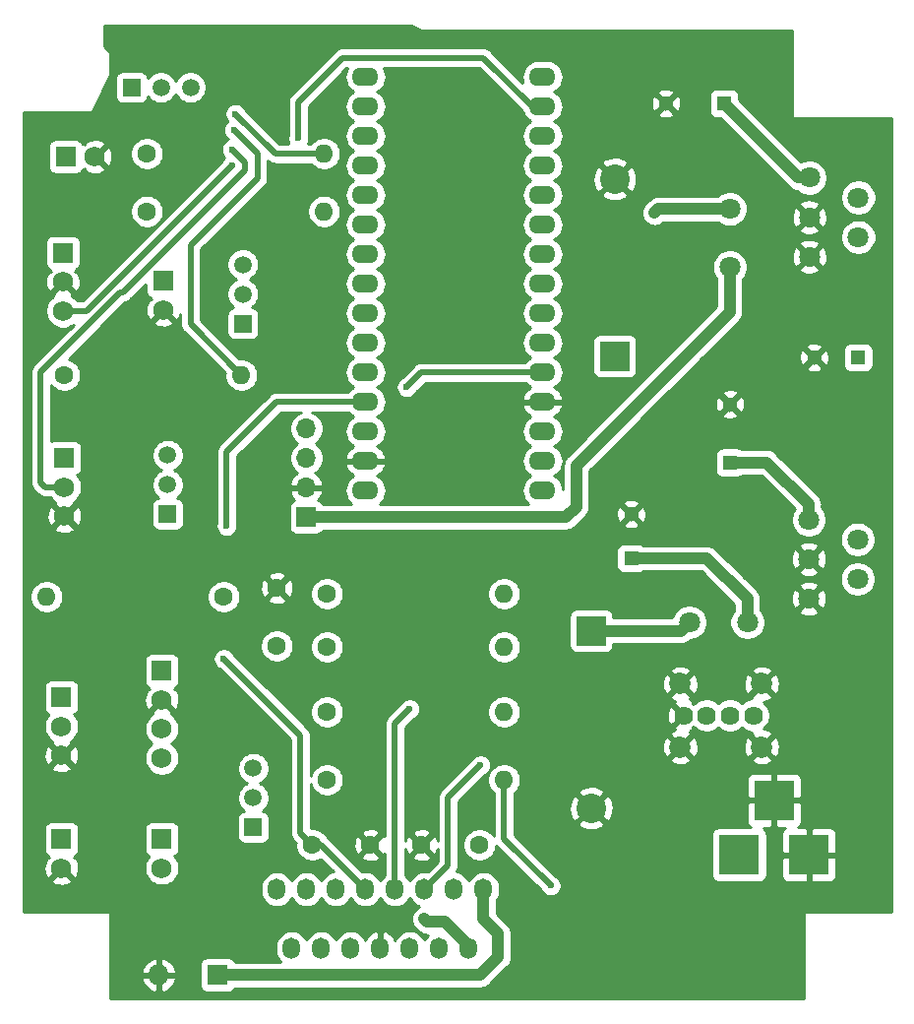
<source format=gbr>
G04 #@! TF.GenerationSoftware,KiCad,Pcbnew,5.1.5-52549c5~84~ubuntu18.04.1*
G04 #@! TF.CreationDate,2020-05-18T18:44:33+01:00*
G04 #@! TF.ProjectId,flypi,666c7970-692e-46b6-9963-61645f706362,rev?*
G04 #@! TF.SameCoordinates,Original*
G04 #@! TF.FileFunction,Copper,L2,Bot*
G04 #@! TF.FilePolarity,Positive*
%FSLAX46Y46*%
G04 Gerber Fmt 4.6, Leading zero omitted, Abs format (unit mm)*
G04 Created by KiCad (PCBNEW 5.1.5-52549c5~84~ubuntu18.04.1) date 2020-05-18 18:44:33*
%MOMM*%
%LPD*%
G04 APERTURE LIST*
%ADD10C,1.520000*%
%ADD11R,1.520000X1.520000*%
%ADD12O,2.300000X1.600000*%
%ADD13R,1.300000X1.300000*%
%ADD14C,1.300000*%
%ADD15R,3.500120X3.500120*%
%ADD16C,2.540000*%
%ADD17R,2.540000X2.540000*%
%ADD18C,1.800860*%
%ADD19C,1.800000*%
%ADD20O,1.524000X1.824000*%
%ADD21C,1.620000*%
%ADD22C,1.850000*%
%ADD23R,1.800000X1.800000*%
%ADD24O,1.800000X1.800000*%
%ADD25R,1.700000X1.700000*%
%ADD26O,1.700000X1.700000*%
%ADD27C,1.600000*%
%ADD28O,1.600000X1.600000*%
%ADD29R,1.750000X1.750000*%
%ADD30C,1.750000*%
%ADD31C,0.600000*%
%ADD32C,0.800000*%
%ADD33C,1.000000*%
%ADD34C,0.500000*%
%ADD35C,0.254000*%
G04 APERTURE END LIST*
D10*
X117540000Y-55000000D03*
X120080000Y-55000000D03*
D11*
X115000000Y-55000000D03*
D12*
X135128000Y-54102000D03*
X135128000Y-56642000D03*
X135128000Y-59182000D03*
X135128000Y-61722000D03*
X135128000Y-64262000D03*
X135128000Y-66802000D03*
X135128000Y-69342000D03*
X135128000Y-71882000D03*
X135128000Y-74422000D03*
X135128000Y-76962000D03*
X135128000Y-79502000D03*
X135128000Y-82042000D03*
X135128000Y-84582000D03*
X135128000Y-87122000D03*
X135128000Y-89662000D03*
X150368000Y-89662000D03*
X150368000Y-87122000D03*
X150368000Y-84582000D03*
X150368000Y-82042000D03*
X150368000Y-79502000D03*
X150368000Y-76962000D03*
X150368000Y-74422000D03*
X150368000Y-71882000D03*
X150368000Y-69342000D03*
X150368000Y-66802000D03*
X150368000Y-64262000D03*
X150368000Y-61722000D03*
X150368000Y-59182000D03*
X150368000Y-56642000D03*
X150368000Y-54102000D03*
D13*
X165989000Y-56388000D03*
D14*
X160989000Y-56388000D03*
D13*
X166497000Y-87249000D03*
D14*
X166497000Y-82249000D03*
D13*
X177546000Y-78232000D03*
D14*
X173746000Y-78232000D03*
D13*
X158000000Y-95500000D03*
D14*
X158000000Y-91700000D03*
D15*
X167299860Y-121000000D03*
X173299340Y-121000000D03*
X170299600Y-116301000D03*
D16*
X154561960Y-116968220D03*
D17*
X154561960Y-101728220D03*
D16*
X156588040Y-62863780D03*
D17*
X156588040Y-78103780D03*
D18*
X166497000Y-65445640D03*
X166497000Y-70444360D03*
X163000640Y-101000000D03*
X167999360Y-101000000D03*
D19*
X173282500Y-95567500D03*
X173282500Y-98967500D03*
X173282500Y-92167500D03*
X177482500Y-93867500D03*
X177482500Y-97267500D03*
X173346000Y-66167000D03*
X173346000Y-69567000D03*
X173346000Y-62767000D03*
X177546000Y-64467000D03*
X177546000Y-67867000D03*
D20*
X145288000Y-123952000D03*
X144018000Y-129032000D03*
X142748000Y-123952000D03*
X141478000Y-129032000D03*
X140208000Y-123952000D03*
X138938000Y-129032000D03*
X137668000Y-123952000D03*
X136398000Y-129032000D03*
X135128000Y-123952000D03*
X133858000Y-129032000D03*
X132588000Y-123952000D03*
X131318000Y-129032000D03*
X130048000Y-123952000D03*
X128778000Y-129032000D03*
X127508000Y-123952000D03*
D21*
X168500000Y-109000000D03*
X166500000Y-109000000D03*
X164500000Y-109000000D03*
D22*
X169230000Y-111720000D03*
D21*
X162500000Y-109000000D03*
D22*
X162230000Y-111720000D03*
X169230000Y-106280000D03*
X162230000Y-106280000D03*
D23*
X122428000Y-131318000D03*
D24*
X117348000Y-131318000D03*
D10*
X124587000Y-72771000D03*
X124587000Y-70231000D03*
D11*
X124587000Y-75311000D03*
D10*
X125476000Y-116078000D03*
X125476000Y-113538000D03*
D11*
X125476000Y-118618000D03*
D10*
X118110000Y-89154000D03*
X118110000Y-86614000D03*
D11*
X118110000Y-91694000D03*
D25*
X130048000Y-91948000D03*
D26*
X130048000Y-89408000D03*
X130048000Y-86868000D03*
X130048000Y-84328000D03*
D27*
X131826000Y-98552000D03*
D28*
X147066000Y-98552000D03*
D27*
X131826000Y-103124000D03*
D28*
X147066000Y-103124000D03*
D27*
X131826000Y-108712000D03*
D28*
X147066000Y-108712000D03*
D27*
X131826000Y-114554000D03*
D28*
X147066000Y-114554000D03*
D27*
X109220000Y-79756000D03*
D28*
X124460000Y-79756000D03*
D27*
X122936000Y-98806000D03*
D28*
X107696000Y-98806000D03*
D27*
X116332000Y-65659000D03*
D28*
X131572000Y-65659000D03*
D27*
X116332000Y-60706000D03*
D28*
X131572000Y-60706000D03*
D29*
X108966000Y-119634000D03*
D30*
X108966000Y-122134000D03*
D27*
X130556000Y-120142000D03*
X135556000Y-120142000D03*
X139954000Y-120142000D03*
X144954000Y-120142000D03*
D29*
X117602000Y-119634000D03*
D30*
X117602000Y-122134000D03*
D29*
X108966000Y-107442000D03*
D30*
X108966000Y-109942000D03*
X108966000Y-112442000D03*
D27*
X127508000Y-98044000D03*
X127508000Y-103044000D03*
D29*
X117602000Y-105156000D03*
D30*
X117602000Y-107656000D03*
X117602000Y-110156000D03*
X117602000Y-112656000D03*
D29*
X109093000Y-69215000D03*
D30*
X109093000Y-71715000D03*
X109093000Y-74215000D03*
D29*
X109220000Y-86868000D03*
D30*
X109220000Y-89368000D03*
X109220000Y-91868000D03*
D29*
X117729000Y-71628000D03*
D30*
X117729000Y-74128000D03*
D29*
X109347000Y-60960000D03*
D30*
X111847000Y-60960000D03*
D31*
X122936000Y-104140000D03*
X123190000Y-92710000D03*
D32*
X160020000Y-65786000D03*
X140208000Y-126492000D03*
D31*
X123634500Y-60325000D03*
X123634500Y-61722000D03*
X123952000Y-57277000D03*
X151066500Y-123634500D03*
X129349500Y-59372500D03*
X123825000Y-58674000D03*
X145034000Y-113284000D03*
X138938000Y-108458000D03*
X138684000Y-80772000D03*
D33*
X173346000Y-62767000D02*
X172368000Y-62767000D01*
X172368000Y-62767000D02*
X165989000Y-56388000D01*
X173282500Y-92167500D02*
X173282500Y-90859500D01*
X169672000Y-87249000D02*
X166497000Y-87249000D01*
X173282500Y-90859500D02*
X169672000Y-87249000D01*
X166497000Y-70444360D02*
X166497000Y-74295000D01*
X152400000Y-91948000D02*
X130048000Y-91948000D01*
X153289000Y-91059000D02*
X152400000Y-91948000D01*
X153289000Y-87503000D02*
X153289000Y-91059000D01*
X166497000Y-74295000D02*
X153289000Y-87503000D01*
X130302000Y-91694000D02*
X130048000Y-91948000D01*
D34*
X117856000Y-86360000D02*
X118110000Y-86614000D01*
D33*
X167999360Y-98999360D02*
X167999360Y-101000000D01*
X164500000Y-95500000D02*
X167999360Y-98999360D01*
X158000000Y-95500000D02*
X164500000Y-95500000D01*
D34*
X130556000Y-120142000D02*
X131318000Y-120142000D01*
X131318000Y-120142000D02*
X135128000Y-123952000D01*
X129540000Y-119126000D02*
X130556000Y-120142000D01*
X129540000Y-110744000D02*
X129540000Y-119126000D01*
X122936000Y-104140000D02*
X129540000Y-110744000D01*
X135128000Y-82042000D02*
X127508000Y-82042000D01*
X123190000Y-86360000D02*
X123190000Y-92710000D01*
X127508000Y-82042000D02*
X123190000Y-86360000D01*
D33*
X154561960Y-101728220D02*
X162272420Y-101728220D01*
X162272420Y-101728220D02*
X163000640Y-101000000D01*
X154687740Y-101854000D02*
X154561960Y-101728220D01*
X166497000Y-65445640D02*
X160360360Y-65445640D01*
X160360360Y-65445640D02*
X160020000Y-65786000D01*
X144018000Y-129032000D02*
X144018000Y-128778000D01*
X144018000Y-128778000D02*
X141986000Y-126746000D01*
X141986000Y-126746000D02*
X140462000Y-126746000D01*
X140462000Y-126746000D02*
X140208000Y-126492000D01*
D34*
X107592500Y-89368000D02*
X109220000Y-89368000D01*
X107188000Y-88963500D02*
X107592500Y-89368000D01*
X107188000Y-79502000D02*
X107188000Y-88963500D01*
X114046000Y-72644000D02*
X107188000Y-79502000D01*
X114236500Y-72644000D02*
X114046000Y-72644000D01*
X124777500Y-62103000D02*
X114236500Y-72644000D01*
X124777500Y-61468000D02*
X124777500Y-62103000D01*
X123634500Y-60325000D02*
X124777500Y-61468000D01*
X111141500Y-74215000D02*
X109093000Y-74215000D01*
X123634500Y-61722000D02*
X111141500Y-74215000D01*
X127381000Y-60706000D02*
X131572000Y-60706000D01*
X123952000Y-57277000D02*
X127381000Y-60706000D01*
X147066000Y-119634000D02*
X151066500Y-123634500D01*
X147066000Y-114554000D02*
X147066000Y-119634000D01*
X150368000Y-56642000D02*
X149479000Y-56642000D01*
X149479000Y-56642000D02*
X145288000Y-52451000D01*
X145288000Y-52451000D02*
X133159500Y-52451000D01*
X133159500Y-52451000D02*
X129349500Y-56261000D01*
X129349500Y-56261000D02*
X129349500Y-59372500D01*
X120078500Y-75374500D02*
X124460000Y-79756000D01*
X120078500Y-68580000D02*
X120078500Y-75374500D01*
X125857000Y-62801500D02*
X120078500Y-68580000D01*
X125857000Y-60706000D02*
X125857000Y-62801500D01*
X123825000Y-58674000D02*
X125857000Y-60706000D01*
X142240000Y-121920000D02*
X140208000Y-123952000D01*
X142240000Y-116078000D02*
X142240000Y-121920000D01*
X145034000Y-113284000D02*
X142240000Y-116078000D01*
X150368000Y-79502000D02*
X139954000Y-79502000D01*
X137668000Y-109728000D02*
X137668000Y-123952000D01*
X138938000Y-108458000D02*
X137668000Y-109728000D01*
X139954000Y-79502000D02*
X138684000Y-80772000D01*
D33*
X145288000Y-123952000D02*
X145288000Y-126492000D01*
X145034000Y-131318000D02*
X122428000Y-131318000D01*
X146558000Y-129794000D02*
X145034000Y-131318000D01*
X146558000Y-127762000D02*
X146558000Y-129794000D01*
X145288000Y-126492000D02*
X146558000Y-127762000D01*
D34*
X116332000Y-60706000D02*
X116794000Y-60706000D01*
D35*
G36*
X139943204Y-50113592D02*
G01*
X139966456Y-50122490D01*
X140000000Y-50127000D01*
X171873000Y-50127000D01*
X171873000Y-57500000D01*
X171875440Y-57524776D01*
X171882667Y-57548601D01*
X171894403Y-57570557D01*
X171910197Y-57589803D01*
X171929443Y-57605597D01*
X171951399Y-57617333D01*
X171975224Y-57624560D01*
X172000000Y-57627000D01*
X180373000Y-57627000D01*
X180373000Y-125873000D01*
X173000000Y-125873000D01*
X172975224Y-125875440D01*
X172951399Y-125882667D01*
X172929443Y-125894403D01*
X172910197Y-125910197D01*
X172894403Y-125929443D01*
X172882667Y-125951399D01*
X172875440Y-125975224D01*
X172873000Y-126000000D01*
X172873000Y-133315000D01*
X113127000Y-133315000D01*
X113127000Y-131682740D01*
X115856964Y-131682740D01*
X115905606Y-131843107D01*
X116035764Y-132114414D01*
X116216351Y-132355116D01*
X116440427Y-132555962D01*
X116699380Y-132709234D01*
X116983259Y-132809041D01*
X117221000Y-132688992D01*
X117221000Y-131445000D01*
X117475000Y-131445000D01*
X117475000Y-132688992D01*
X117712741Y-132809041D01*
X117996620Y-132709234D01*
X118255573Y-132555962D01*
X118479649Y-132355116D01*
X118660236Y-132114414D01*
X118790394Y-131843107D01*
X118839036Y-131682740D01*
X118718378Y-131445000D01*
X117475000Y-131445000D01*
X117221000Y-131445000D01*
X115977622Y-131445000D01*
X115856964Y-131682740D01*
X113127000Y-131682740D01*
X113127000Y-130953260D01*
X115856964Y-130953260D01*
X115977622Y-131191000D01*
X117221000Y-131191000D01*
X117221000Y-129947008D01*
X117475000Y-129947008D01*
X117475000Y-131191000D01*
X118718378Y-131191000D01*
X118839036Y-130953260D01*
X118790394Y-130792893D01*
X118660236Y-130521586D01*
X118582521Y-130418000D01*
X120889928Y-130418000D01*
X120889928Y-132218000D01*
X120902188Y-132342482D01*
X120938498Y-132462180D01*
X120997463Y-132572494D01*
X121076815Y-132669185D01*
X121173506Y-132748537D01*
X121283820Y-132807502D01*
X121403518Y-132843812D01*
X121528000Y-132856072D01*
X123328000Y-132856072D01*
X123452482Y-132843812D01*
X123572180Y-132807502D01*
X123682494Y-132748537D01*
X123779185Y-132669185D01*
X123858537Y-132572494D01*
X123917502Y-132462180D01*
X123920287Y-132453000D01*
X144978249Y-132453000D01*
X145034000Y-132458491D01*
X145089751Y-132453000D01*
X145089752Y-132453000D01*
X145256499Y-132436577D01*
X145470447Y-132371676D01*
X145667623Y-132266284D01*
X145840449Y-132124449D01*
X145875996Y-132081135D01*
X147321140Y-130635991D01*
X147364449Y-130600449D01*
X147506284Y-130427623D01*
X147611676Y-130230447D01*
X147676577Y-130016499D01*
X147693000Y-129849752D01*
X147693000Y-129849743D01*
X147698490Y-129794001D01*
X147693000Y-129738259D01*
X147693000Y-127817743D01*
X147698490Y-127761999D01*
X147693000Y-127706255D01*
X147693000Y-127706248D01*
X147676577Y-127539501D01*
X147673022Y-127527780D01*
X147657994Y-127478241D01*
X147611676Y-127325553D01*
X147506284Y-127128377D01*
X147364449Y-126955551D01*
X147321140Y-126920008D01*
X146423000Y-126021869D01*
X146423000Y-124921102D01*
X146455183Y-124881887D01*
X146584904Y-124639195D01*
X146664786Y-124375860D01*
X146685000Y-124170625D01*
X146685000Y-123733376D01*
X146664786Y-123528141D01*
X146584904Y-123264806D01*
X146455183Y-123022113D01*
X146280608Y-122809392D01*
X146067887Y-122634817D01*
X145825195Y-122505096D01*
X145561860Y-122425214D01*
X145288000Y-122398241D01*
X145014141Y-122425214D01*
X144750806Y-122505096D01*
X144508114Y-122634817D01*
X144295393Y-122809392D01*
X144120817Y-123022113D01*
X144018000Y-123214471D01*
X143915183Y-123022113D01*
X143740608Y-122809392D01*
X143527887Y-122634817D01*
X143285195Y-122505096D01*
X143021860Y-122425214D01*
X142974115Y-122420512D01*
X142979410Y-122414060D01*
X142979411Y-122414059D01*
X143061589Y-122260313D01*
X143112195Y-122093490D01*
X143125000Y-121963477D01*
X143125000Y-121963469D01*
X143129281Y-121920000D01*
X143125000Y-121876531D01*
X143125000Y-120000665D01*
X143519000Y-120000665D01*
X143519000Y-120283335D01*
X143574147Y-120560574D01*
X143682320Y-120821727D01*
X143839363Y-121056759D01*
X144039241Y-121256637D01*
X144274273Y-121413680D01*
X144535426Y-121521853D01*
X144812665Y-121577000D01*
X145095335Y-121577000D01*
X145372574Y-121521853D01*
X145633727Y-121413680D01*
X145868759Y-121256637D01*
X146068637Y-121056759D01*
X146225680Y-120821727D01*
X146333853Y-120560574D01*
X146389000Y-120283335D01*
X146389000Y-120204106D01*
X146409468Y-120229046D01*
X146409471Y-120229049D01*
X146437184Y-120262817D01*
X146470951Y-120290530D01*
X150223846Y-124043424D01*
X150237914Y-124077389D01*
X150340238Y-124230528D01*
X150470472Y-124360762D01*
X150623611Y-124463086D01*
X150793771Y-124533568D01*
X150974411Y-124569500D01*
X151158589Y-124569500D01*
X151339229Y-124533568D01*
X151509389Y-124463086D01*
X151662528Y-124360762D01*
X151792762Y-124230528D01*
X151895086Y-124077389D01*
X151965568Y-123907229D01*
X152001500Y-123726589D01*
X152001500Y-123542411D01*
X151965568Y-123361771D01*
X151895086Y-123191611D01*
X151792762Y-123038472D01*
X151662528Y-122908238D01*
X151509389Y-122805914D01*
X151475424Y-122791846D01*
X147951000Y-119267422D01*
X147951000Y-119249940D01*
X164911728Y-119249940D01*
X164911728Y-122750060D01*
X164923988Y-122874542D01*
X164960298Y-122994240D01*
X165019263Y-123104554D01*
X165098615Y-123201245D01*
X165195306Y-123280597D01*
X165305620Y-123339562D01*
X165425318Y-123375872D01*
X165549800Y-123388132D01*
X169049920Y-123388132D01*
X169174402Y-123375872D01*
X169294100Y-123339562D01*
X169404414Y-123280597D01*
X169501105Y-123201245D01*
X169580457Y-123104554D01*
X169639422Y-122994240D01*
X169675732Y-122874542D01*
X169687992Y-122750060D01*
X170911208Y-122750060D01*
X170923468Y-122874542D01*
X170959778Y-122994240D01*
X171018743Y-123104554D01*
X171098095Y-123201245D01*
X171194786Y-123280597D01*
X171305100Y-123339562D01*
X171424798Y-123375872D01*
X171549280Y-123388132D01*
X173013590Y-123385060D01*
X173172340Y-123226310D01*
X173172340Y-121127000D01*
X173426340Y-121127000D01*
X173426340Y-123226310D01*
X173585090Y-123385060D01*
X175049400Y-123388132D01*
X175173882Y-123375872D01*
X175293580Y-123339562D01*
X175403894Y-123280597D01*
X175500585Y-123201245D01*
X175579937Y-123104554D01*
X175638902Y-122994240D01*
X175675212Y-122874542D01*
X175687472Y-122750060D01*
X175684400Y-121285750D01*
X175525650Y-121127000D01*
X173426340Y-121127000D01*
X173172340Y-121127000D01*
X171073030Y-121127000D01*
X170914280Y-121285750D01*
X170911208Y-122750060D01*
X169687992Y-122750060D01*
X169687992Y-119249940D01*
X169675732Y-119125458D01*
X169639422Y-119005760D01*
X169580457Y-118895446D01*
X169501105Y-118798755D01*
X169404414Y-118719403D01*
X169344661Y-118687464D01*
X170013850Y-118686060D01*
X170172600Y-118527310D01*
X170172600Y-116428000D01*
X170426600Y-116428000D01*
X170426600Y-118527310D01*
X170585350Y-118686060D01*
X171254539Y-118687464D01*
X171194786Y-118719403D01*
X171098095Y-118798755D01*
X171018743Y-118895446D01*
X170959778Y-119005760D01*
X170923468Y-119125458D01*
X170911208Y-119249940D01*
X170914280Y-120714250D01*
X171073030Y-120873000D01*
X173172340Y-120873000D01*
X173172340Y-118773690D01*
X173426340Y-118773690D01*
X173426340Y-120873000D01*
X175525650Y-120873000D01*
X175684400Y-120714250D01*
X175687472Y-119249940D01*
X175675212Y-119125458D01*
X175638902Y-119005760D01*
X175579937Y-118895446D01*
X175500585Y-118798755D01*
X175403894Y-118719403D01*
X175293580Y-118660438D01*
X175173882Y-118624128D01*
X175049400Y-118611868D01*
X173585090Y-118614940D01*
X173426340Y-118773690D01*
X173172340Y-118773690D01*
X173013590Y-118614940D01*
X172344401Y-118613536D01*
X172404154Y-118581597D01*
X172500845Y-118502245D01*
X172580197Y-118405554D01*
X172639162Y-118295240D01*
X172675472Y-118175542D01*
X172687732Y-118051060D01*
X172684660Y-116586750D01*
X172525910Y-116428000D01*
X170426600Y-116428000D01*
X170172600Y-116428000D01*
X168073290Y-116428000D01*
X167914540Y-116586750D01*
X167911468Y-118051060D01*
X167923728Y-118175542D01*
X167960038Y-118295240D01*
X168019003Y-118405554D01*
X168098355Y-118502245D01*
X168195046Y-118581597D01*
X168251678Y-118611868D01*
X165549800Y-118611868D01*
X165425318Y-118624128D01*
X165305620Y-118660438D01*
X165195306Y-118719403D01*
X165098615Y-118798755D01*
X165019263Y-118895446D01*
X164960298Y-119005760D01*
X164923988Y-119125458D01*
X164911728Y-119249940D01*
X147951000Y-119249940D01*
X147951000Y-118296072D01*
X153413713Y-118296072D01*
X153542036Y-118588091D01*
X153877655Y-118755943D01*
X154239571Y-118855094D01*
X154613876Y-118881734D01*
X154986187Y-118834838D01*
X155342195Y-118716208D01*
X155581884Y-118588091D01*
X155710207Y-118296072D01*
X154561960Y-117147825D01*
X153413713Y-118296072D01*
X147951000Y-118296072D01*
X147951000Y-117020136D01*
X152648446Y-117020136D01*
X152695342Y-117392447D01*
X152813972Y-117748455D01*
X152942089Y-117988144D01*
X153234108Y-118116467D01*
X154382355Y-116968220D01*
X154741565Y-116968220D01*
X155889812Y-118116467D01*
X156181831Y-117988144D01*
X156349683Y-117652525D01*
X156448834Y-117290609D01*
X156475474Y-116916304D01*
X156428578Y-116543993D01*
X156309948Y-116187985D01*
X156181831Y-115948296D01*
X155889812Y-115819973D01*
X154741565Y-116968220D01*
X154382355Y-116968220D01*
X153234108Y-115819973D01*
X152942089Y-115948296D01*
X152774237Y-116283915D01*
X152675086Y-116645831D01*
X152648446Y-117020136D01*
X147951000Y-117020136D01*
X147951000Y-115688521D01*
X147980759Y-115668637D01*
X148009028Y-115640368D01*
X153413713Y-115640368D01*
X154561960Y-116788615D01*
X155710207Y-115640368D01*
X155581884Y-115348349D01*
X155246265Y-115180497D01*
X154884349Y-115081346D01*
X154510044Y-115054706D01*
X154137733Y-115101602D01*
X153781725Y-115220232D01*
X153542036Y-115348349D01*
X153413713Y-115640368D01*
X148009028Y-115640368D01*
X148180637Y-115468759D01*
X148337680Y-115233727D01*
X148445853Y-114972574D01*
X148501000Y-114695335D01*
X148501000Y-114550940D01*
X167911468Y-114550940D01*
X167914540Y-116015250D01*
X168073290Y-116174000D01*
X170172600Y-116174000D01*
X170172600Y-114074690D01*
X170426600Y-114074690D01*
X170426600Y-116174000D01*
X172525910Y-116174000D01*
X172684660Y-116015250D01*
X172687732Y-114550940D01*
X172675472Y-114426458D01*
X172639162Y-114306760D01*
X172580197Y-114196446D01*
X172500845Y-114099755D01*
X172404154Y-114020403D01*
X172293840Y-113961438D01*
X172174142Y-113925128D01*
X172049660Y-113912868D01*
X170585350Y-113915940D01*
X170426600Y-114074690D01*
X170172600Y-114074690D01*
X170013850Y-113915940D01*
X168549540Y-113912868D01*
X168425058Y-113925128D01*
X168305360Y-113961438D01*
X168195046Y-114020403D01*
X168098355Y-114099755D01*
X168019003Y-114196446D01*
X167960038Y-114306760D01*
X167923728Y-114426458D01*
X167911468Y-114550940D01*
X148501000Y-114550940D01*
X148501000Y-114412665D01*
X148445853Y-114135426D01*
X148337680Y-113874273D01*
X148180637Y-113639241D01*
X147980759Y-113439363D01*
X147745727Y-113282320D01*
X147484574Y-113174147D01*
X147207335Y-113119000D01*
X146924665Y-113119000D01*
X146647426Y-113174147D01*
X146386273Y-113282320D01*
X146151241Y-113439363D01*
X145951363Y-113639241D01*
X145794320Y-113874273D01*
X145686147Y-114135426D01*
X145631000Y-114412665D01*
X145631000Y-114695335D01*
X145686147Y-114972574D01*
X145794320Y-115233727D01*
X145951363Y-115468759D01*
X146151241Y-115668637D01*
X146181000Y-115688521D01*
X146181001Y-119395406D01*
X146068637Y-119227241D01*
X145868759Y-119027363D01*
X145633727Y-118870320D01*
X145372574Y-118762147D01*
X145095335Y-118707000D01*
X144812665Y-118707000D01*
X144535426Y-118762147D01*
X144274273Y-118870320D01*
X144039241Y-119027363D01*
X143839363Y-119227241D01*
X143682320Y-119462273D01*
X143574147Y-119723426D01*
X143519000Y-120000665D01*
X143125000Y-120000665D01*
X143125000Y-116444578D01*
X145442924Y-114126654D01*
X145476889Y-114112586D01*
X145630028Y-114010262D01*
X145760262Y-113880028D01*
X145862586Y-113726889D01*
X145933068Y-113556729D01*
X145969000Y-113376089D01*
X145969000Y-113191911D01*
X145933068Y-113011271D01*
X145862586Y-112841111D01*
X145836398Y-112801917D01*
X161327688Y-112801917D01*
X161414393Y-113058653D01*
X161691223Y-113192048D01*
X161988757Y-113268873D01*
X162295562Y-113286176D01*
X162599848Y-113243292D01*
X162889921Y-113141868D01*
X163045607Y-113058653D01*
X163132312Y-112801917D01*
X168327688Y-112801917D01*
X168414393Y-113058653D01*
X168691223Y-113192048D01*
X168988757Y-113268873D01*
X169295562Y-113286176D01*
X169599848Y-113243292D01*
X169889921Y-113141868D01*
X170045607Y-113058653D01*
X170132312Y-112801917D01*
X169230000Y-111899605D01*
X168327688Y-112801917D01*
X163132312Y-112801917D01*
X162230000Y-111899605D01*
X161327688Y-112801917D01*
X145836398Y-112801917D01*
X145760262Y-112687972D01*
X145630028Y-112557738D01*
X145476889Y-112455414D01*
X145306729Y-112384932D01*
X145126089Y-112349000D01*
X144941911Y-112349000D01*
X144761271Y-112384932D01*
X144591111Y-112455414D01*
X144437972Y-112557738D01*
X144307738Y-112687972D01*
X144205414Y-112841111D01*
X144191346Y-112875076D01*
X141644956Y-115421466D01*
X141611183Y-115449183D01*
X141500589Y-115583942D01*
X141418411Y-115737688D01*
X141367805Y-115904511D01*
X141355000Y-116034524D01*
X141355000Y-116034531D01*
X141350719Y-116078000D01*
X141355000Y-116121469D01*
X141355001Y-119806810D01*
X141352787Y-119791870D01*
X141257603Y-119525708D01*
X141190671Y-119400486D01*
X140946702Y-119328903D01*
X140133605Y-120142000D01*
X140946702Y-120955097D01*
X141190671Y-120883514D01*
X141311571Y-120628004D01*
X141355001Y-120454745D01*
X141355001Y-121553420D01*
X140482894Y-122425528D01*
X140481860Y-122425214D01*
X140208000Y-122398241D01*
X139934141Y-122425214D01*
X139670806Y-122505096D01*
X139428114Y-122634817D01*
X139215393Y-122809392D01*
X139040817Y-123022113D01*
X138938000Y-123214471D01*
X138835183Y-123022113D01*
X138660608Y-122809392D01*
X138553000Y-122721081D01*
X138553000Y-121134702D01*
X139140903Y-121134702D01*
X139212486Y-121378671D01*
X139467996Y-121499571D01*
X139742184Y-121568300D01*
X140024512Y-121582217D01*
X140304130Y-121540787D01*
X140570292Y-121445603D01*
X140695514Y-121378671D01*
X140767097Y-121134702D01*
X139954000Y-120321605D01*
X139140903Y-121134702D01*
X138553000Y-121134702D01*
X138553000Y-120477194D01*
X138555213Y-120492130D01*
X138650397Y-120758292D01*
X138717329Y-120883514D01*
X138961298Y-120955097D01*
X139774395Y-120142000D01*
X138961298Y-119328903D01*
X138717329Y-119400486D01*
X138596429Y-119655996D01*
X138553000Y-119829252D01*
X138553000Y-119149298D01*
X139140903Y-119149298D01*
X139954000Y-119962395D01*
X140767097Y-119149298D01*
X140695514Y-118905329D01*
X140440004Y-118784429D01*
X140165816Y-118715700D01*
X139883488Y-118701783D01*
X139603870Y-118743213D01*
X139337708Y-118838397D01*
X139212486Y-118905329D01*
X139140903Y-119149298D01*
X138553000Y-119149298D01*
X138553000Y-111785562D01*
X160663824Y-111785562D01*
X160706708Y-112089848D01*
X160808132Y-112379921D01*
X160891347Y-112535607D01*
X161148083Y-112622312D01*
X162050395Y-111720000D01*
X162409605Y-111720000D01*
X163311917Y-112622312D01*
X163568653Y-112535607D01*
X163702048Y-112258777D01*
X163778873Y-111961243D01*
X163788780Y-111785562D01*
X167663824Y-111785562D01*
X167706708Y-112089848D01*
X167808132Y-112379921D01*
X167891347Y-112535607D01*
X168148083Y-112622312D01*
X169050395Y-111720000D01*
X169409605Y-111720000D01*
X170311917Y-112622312D01*
X170568653Y-112535607D01*
X170702048Y-112258777D01*
X170778873Y-111961243D01*
X170796176Y-111654438D01*
X170753292Y-111350152D01*
X170651868Y-111060079D01*
X170568653Y-110904393D01*
X170311917Y-110817688D01*
X169409605Y-111720000D01*
X169050395Y-111720000D01*
X168148083Y-110817688D01*
X167891347Y-110904393D01*
X167757952Y-111181223D01*
X167681127Y-111478757D01*
X167663824Y-111785562D01*
X163788780Y-111785562D01*
X163796176Y-111654438D01*
X163753292Y-111350152D01*
X163651868Y-111060079D01*
X163568653Y-110904393D01*
X163311917Y-110817688D01*
X162409605Y-111720000D01*
X162050395Y-111720000D01*
X161148083Y-110817688D01*
X160891347Y-110904393D01*
X160757952Y-111181223D01*
X160681127Y-111478757D01*
X160663824Y-111785562D01*
X138553000Y-111785562D01*
X138553000Y-110094578D01*
X139346924Y-109300655D01*
X139380889Y-109286586D01*
X139534028Y-109184262D01*
X139664262Y-109054028D01*
X139766586Y-108900889D01*
X139837068Y-108730729D01*
X139868907Y-108570665D01*
X145631000Y-108570665D01*
X145631000Y-108853335D01*
X145686147Y-109130574D01*
X145794320Y-109391727D01*
X145951363Y-109626759D01*
X146151241Y-109826637D01*
X146386273Y-109983680D01*
X146647426Y-110091853D01*
X146924665Y-110147000D01*
X147207335Y-110147000D01*
X147484574Y-110091853D01*
X147745727Y-109983680D01*
X147980759Y-109826637D01*
X148180637Y-109626759D01*
X148337680Y-109391727D01*
X148445853Y-109130574D01*
X148457879Y-109070115D01*
X161049702Y-109070115D01*
X161091248Y-109351706D01*
X161186932Y-109619783D01*
X161255168Y-109747444D01*
X161500157Y-109820238D01*
X162320395Y-109000000D01*
X161500157Y-108179762D01*
X161255168Y-108252556D01*
X161133267Y-108509773D01*
X161063890Y-108785829D01*
X161049702Y-109070115D01*
X148457879Y-109070115D01*
X148501000Y-108853335D01*
X148501000Y-108570665D01*
X148445853Y-108293426D01*
X148337680Y-108032273D01*
X148180637Y-107797241D01*
X147980759Y-107597363D01*
X147745727Y-107440320D01*
X147556446Y-107361917D01*
X161327688Y-107361917D01*
X161414393Y-107618653D01*
X161691223Y-107752048D01*
X161749047Y-107766978D01*
X161679762Y-108000157D01*
X162500000Y-108820395D01*
X162514143Y-108806253D01*
X162693748Y-108985858D01*
X162679605Y-109000000D01*
X162693748Y-109014143D01*
X162514143Y-109193748D01*
X162500000Y-109179605D01*
X161679762Y-109999843D01*
X161749729Y-110235317D01*
X161570079Y-110298132D01*
X161414393Y-110381347D01*
X161327688Y-110638083D01*
X162230000Y-111540395D01*
X163132312Y-110638083D01*
X163045607Y-110381347D01*
X162995769Y-110357332D01*
X163119783Y-110313068D01*
X163247444Y-110244832D01*
X163320238Y-109999845D01*
X163436475Y-110116082D01*
X163504509Y-110048048D01*
X163578866Y-110122405D01*
X163815536Y-110280543D01*
X164078509Y-110389470D01*
X164357680Y-110445000D01*
X164642320Y-110445000D01*
X164921491Y-110389470D01*
X165184464Y-110280543D01*
X165421134Y-110122405D01*
X165500000Y-110043539D01*
X165578866Y-110122405D01*
X165815536Y-110280543D01*
X166078509Y-110389470D01*
X166357680Y-110445000D01*
X166642320Y-110445000D01*
X166921491Y-110389470D01*
X167184464Y-110280543D01*
X167421134Y-110122405D01*
X167500000Y-110043539D01*
X167578866Y-110122405D01*
X167815536Y-110280543D01*
X168078509Y-110389470D01*
X168357680Y-110445000D01*
X168392896Y-110445000D01*
X168327688Y-110638083D01*
X169230000Y-111540395D01*
X170132312Y-110638083D01*
X170045607Y-110381347D01*
X169768777Y-110247952D01*
X169471243Y-110171127D01*
X169357792Y-110164729D01*
X169421134Y-110122405D01*
X169622405Y-109921134D01*
X169780543Y-109684464D01*
X169889470Y-109421491D01*
X169945000Y-109142320D01*
X169945000Y-108857680D01*
X169889470Y-108578509D01*
X169780543Y-108315536D01*
X169622405Y-108078866D01*
X169421134Y-107877595D01*
X169360430Y-107837034D01*
X169599848Y-107803292D01*
X169889921Y-107701868D01*
X170045607Y-107618653D01*
X170132312Y-107361917D01*
X169230000Y-106459605D01*
X168327688Y-107361917D01*
X168392896Y-107555000D01*
X168357680Y-107555000D01*
X168078509Y-107610530D01*
X167815536Y-107719457D01*
X167578866Y-107877595D01*
X167500000Y-107956461D01*
X167421134Y-107877595D01*
X167184464Y-107719457D01*
X166921491Y-107610530D01*
X166642320Y-107555000D01*
X166357680Y-107555000D01*
X166078509Y-107610530D01*
X165815536Y-107719457D01*
X165578866Y-107877595D01*
X165500000Y-107956461D01*
X165421134Y-107877595D01*
X165184464Y-107719457D01*
X164921491Y-107610530D01*
X164642320Y-107555000D01*
X164357680Y-107555000D01*
X164078509Y-107610530D01*
X163815536Y-107719457D01*
X163578866Y-107877595D01*
X163504509Y-107951952D01*
X163436475Y-107883918D01*
X163320238Y-108000155D01*
X163247444Y-107755168D01*
X163005089Y-107640310D01*
X163045607Y-107618653D01*
X163132312Y-107361917D01*
X162230000Y-106459605D01*
X161327688Y-107361917D01*
X147556446Y-107361917D01*
X147484574Y-107332147D01*
X147207335Y-107277000D01*
X146924665Y-107277000D01*
X146647426Y-107332147D01*
X146386273Y-107440320D01*
X146151241Y-107597363D01*
X145951363Y-107797241D01*
X145794320Y-108032273D01*
X145686147Y-108293426D01*
X145631000Y-108570665D01*
X139868907Y-108570665D01*
X139873000Y-108550089D01*
X139873000Y-108365911D01*
X139837068Y-108185271D01*
X139766586Y-108015111D01*
X139664262Y-107861972D01*
X139534028Y-107731738D01*
X139380889Y-107629414D01*
X139210729Y-107558932D01*
X139030089Y-107523000D01*
X138845911Y-107523000D01*
X138665271Y-107558932D01*
X138495111Y-107629414D01*
X138341972Y-107731738D01*
X138211738Y-107861972D01*
X138109414Y-108015111D01*
X138095345Y-108049076D01*
X137072956Y-109071466D01*
X137039183Y-109099183D01*
X136928589Y-109233942D01*
X136846411Y-109387688D01*
X136795805Y-109554511D01*
X136783000Y-109684524D01*
X136783000Y-109684531D01*
X136778719Y-109728000D01*
X136783000Y-109771469D01*
X136783001Y-119397649D01*
X136548702Y-119328903D01*
X135735605Y-120142000D01*
X136548702Y-120955097D01*
X136783001Y-120886351D01*
X136783001Y-122721081D01*
X136675393Y-122809392D01*
X136500817Y-123022113D01*
X136398000Y-123214471D01*
X136295183Y-123022113D01*
X136120608Y-122809392D01*
X135907887Y-122634817D01*
X135665195Y-122505096D01*
X135401860Y-122425214D01*
X135128000Y-122398241D01*
X134854141Y-122425214D01*
X134853107Y-122425528D01*
X133562281Y-121134702D01*
X134742903Y-121134702D01*
X134814486Y-121378671D01*
X135069996Y-121499571D01*
X135344184Y-121568300D01*
X135626512Y-121582217D01*
X135906130Y-121540787D01*
X136172292Y-121445603D01*
X136297514Y-121378671D01*
X136369097Y-121134702D01*
X135556000Y-120321605D01*
X134742903Y-121134702D01*
X133562281Y-121134702D01*
X132640091Y-120212512D01*
X134115783Y-120212512D01*
X134157213Y-120492130D01*
X134252397Y-120758292D01*
X134319329Y-120883514D01*
X134563298Y-120955097D01*
X135376395Y-120142000D01*
X134563298Y-119328903D01*
X134319329Y-119400486D01*
X134198429Y-119655996D01*
X134129700Y-119930184D01*
X134115783Y-120212512D01*
X132640091Y-120212512D01*
X131974534Y-119546956D01*
X131946817Y-119513183D01*
X131812059Y-119402589D01*
X131774324Y-119382419D01*
X131670637Y-119227241D01*
X131592694Y-119149298D01*
X134742903Y-119149298D01*
X135556000Y-119962395D01*
X136369097Y-119149298D01*
X136297514Y-118905329D01*
X136042004Y-118784429D01*
X135767816Y-118715700D01*
X135485488Y-118701783D01*
X135205870Y-118743213D01*
X134939708Y-118838397D01*
X134814486Y-118905329D01*
X134742903Y-119149298D01*
X131592694Y-119149298D01*
X131470759Y-119027363D01*
X131235727Y-118870320D01*
X130974574Y-118762147D01*
X130697335Y-118707000D01*
X130425000Y-118707000D01*
X130425000Y-114866262D01*
X130446147Y-114972574D01*
X130554320Y-115233727D01*
X130711363Y-115468759D01*
X130911241Y-115668637D01*
X131146273Y-115825680D01*
X131407426Y-115933853D01*
X131684665Y-115989000D01*
X131967335Y-115989000D01*
X132244574Y-115933853D01*
X132505727Y-115825680D01*
X132740759Y-115668637D01*
X132940637Y-115468759D01*
X133097680Y-115233727D01*
X133205853Y-114972574D01*
X133261000Y-114695335D01*
X133261000Y-114412665D01*
X133205853Y-114135426D01*
X133097680Y-113874273D01*
X132940637Y-113639241D01*
X132740759Y-113439363D01*
X132505727Y-113282320D01*
X132244574Y-113174147D01*
X131967335Y-113119000D01*
X131684665Y-113119000D01*
X131407426Y-113174147D01*
X131146273Y-113282320D01*
X130911241Y-113439363D01*
X130711363Y-113639241D01*
X130554320Y-113874273D01*
X130446147Y-114135426D01*
X130425000Y-114241738D01*
X130425000Y-110787465D01*
X130429281Y-110743999D01*
X130425000Y-110700533D01*
X130425000Y-110700523D01*
X130412195Y-110570510D01*
X130361589Y-110403687D01*
X130279411Y-110249941D01*
X130255210Y-110220452D01*
X130196532Y-110148953D01*
X130196530Y-110148951D01*
X130168817Y-110115183D01*
X130135051Y-110087472D01*
X128618244Y-108570665D01*
X130391000Y-108570665D01*
X130391000Y-108853335D01*
X130446147Y-109130574D01*
X130554320Y-109391727D01*
X130711363Y-109626759D01*
X130911241Y-109826637D01*
X131146273Y-109983680D01*
X131407426Y-110091853D01*
X131684665Y-110147000D01*
X131967335Y-110147000D01*
X132244574Y-110091853D01*
X132505727Y-109983680D01*
X132740759Y-109826637D01*
X132940637Y-109626759D01*
X133097680Y-109391727D01*
X133205853Y-109130574D01*
X133261000Y-108853335D01*
X133261000Y-108570665D01*
X133205853Y-108293426D01*
X133097680Y-108032273D01*
X132940637Y-107797241D01*
X132740759Y-107597363D01*
X132505727Y-107440320D01*
X132244574Y-107332147D01*
X131967335Y-107277000D01*
X131684665Y-107277000D01*
X131407426Y-107332147D01*
X131146273Y-107440320D01*
X130911241Y-107597363D01*
X130711363Y-107797241D01*
X130554320Y-108032273D01*
X130446147Y-108293426D01*
X130391000Y-108570665D01*
X128618244Y-108570665D01*
X126393141Y-106345562D01*
X160663824Y-106345562D01*
X160706708Y-106649848D01*
X160808132Y-106939921D01*
X160891347Y-107095607D01*
X161148083Y-107182312D01*
X162050395Y-106280000D01*
X162409605Y-106280000D01*
X163311917Y-107182312D01*
X163568653Y-107095607D01*
X163702048Y-106818777D01*
X163778873Y-106521243D01*
X163788780Y-106345562D01*
X167663824Y-106345562D01*
X167706708Y-106649848D01*
X167808132Y-106939921D01*
X167891347Y-107095607D01*
X168148083Y-107182312D01*
X169050395Y-106280000D01*
X169409605Y-106280000D01*
X170311917Y-107182312D01*
X170568653Y-107095607D01*
X170702048Y-106818777D01*
X170778873Y-106521243D01*
X170796176Y-106214438D01*
X170753292Y-105910152D01*
X170651868Y-105620079D01*
X170568653Y-105464393D01*
X170311917Y-105377688D01*
X169409605Y-106280000D01*
X169050395Y-106280000D01*
X168148083Y-105377688D01*
X167891347Y-105464393D01*
X167757952Y-105741223D01*
X167681127Y-106038757D01*
X167663824Y-106345562D01*
X163788780Y-106345562D01*
X163796176Y-106214438D01*
X163753292Y-105910152D01*
X163651868Y-105620079D01*
X163568653Y-105464393D01*
X163311917Y-105377688D01*
X162409605Y-106280000D01*
X162050395Y-106280000D01*
X161148083Y-105377688D01*
X160891347Y-105464393D01*
X160757952Y-105741223D01*
X160681127Y-106038757D01*
X160663824Y-106345562D01*
X126393141Y-106345562D01*
X125245662Y-105198083D01*
X161327688Y-105198083D01*
X162230000Y-106100395D01*
X163132312Y-105198083D01*
X168327688Y-105198083D01*
X169230000Y-106100395D01*
X170132312Y-105198083D01*
X170045607Y-104941347D01*
X169768777Y-104807952D01*
X169471243Y-104731127D01*
X169164438Y-104713824D01*
X168860152Y-104756708D01*
X168570079Y-104858132D01*
X168414393Y-104941347D01*
X168327688Y-105198083D01*
X163132312Y-105198083D01*
X163045607Y-104941347D01*
X162768777Y-104807952D01*
X162471243Y-104731127D01*
X162164438Y-104713824D01*
X161860152Y-104756708D01*
X161570079Y-104858132D01*
X161414393Y-104941347D01*
X161327688Y-105198083D01*
X125245662Y-105198083D01*
X123778655Y-103731077D01*
X123764586Y-103697111D01*
X123662262Y-103543972D01*
X123532028Y-103413738D01*
X123378889Y-103311414D01*
X123208729Y-103240932D01*
X123028089Y-103205000D01*
X122843911Y-103205000D01*
X122663271Y-103240932D01*
X122493111Y-103311414D01*
X122339972Y-103413738D01*
X122209738Y-103543972D01*
X122107414Y-103697111D01*
X122036932Y-103867271D01*
X122001000Y-104047911D01*
X122001000Y-104232089D01*
X122036932Y-104412729D01*
X122107414Y-104582889D01*
X122209738Y-104736028D01*
X122339972Y-104866262D01*
X122493111Y-104968586D01*
X122527077Y-104982655D01*
X128655000Y-111110579D01*
X128655001Y-119082521D01*
X128650719Y-119126000D01*
X128667805Y-119299490D01*
X128718412Y-119466313D01*
X128800590Y-119620059D01*
X128883468Y-119721046D01*
X128883471Y-119721049D01*
X128911184Y-119754817D01*
X128944951Y-119782529D01*
X129127983Y-119965561D01*
X129121000Y-120000665D01*
X129121000Y-120283335D01*
X129176147Y-120560574D01*
X129284320Y-120821727D01*
X129441363Y-121056759D01*
X129641241Y-121256637D01*
X129876273Y-121413680D01*
X130137426Y-121521853D01*
X130414665Y-121577000D01*
X130697335Y-121577000D01*
X130974574Y-121521853D01*
X131235727Y-121413680D01*
X131297096Y-121372674D01*
X132346453Y-122422032D01*
X132314141Y-122425214D01*
X132050806Y-122505096D01*
X131808114Y-122634817D01*
X131595393Y-122809392D01*
X131420817Y-123022113D01*
X131318000Y-123214471D01*
X131215183Y-123022113D01*
X131040608Y-122809392D01*
X130827887Y-122634817D01*
X130585195Y-122505096D01*
X130321860Y-122425214D01*
X130048000Y-122398241D01*
X129774141Y-122425214D01*
X129510806Y-122505096D01*
X129268114Y-122634817D01*
X129055393Y-122809392D01*
X128880817Y-123022113D01*
X128778000Y-123214471D01*
X128675183Y-123022113D01*
X128500608Y-122809392D01*
X128287887Y-122634817D01*
X128045195Y-122505096D01*
X127781860Y-122425214D01*
X127508000Y-122398241D01*
X127234141Y-122425214D01*
X126970806Y-122505096D01*
X126728114Y-122634817D01*
X126515393Y-122809392D01*
X126340817Y-123022113D01*
X126211096Y-123264805D01*
X126131214Y-123528140D01*
X126111000Y-123733375D01*
X126111000Y-124170624D01*
X126131214Y-124375859D01*
X126211096Y-124639194D01*
X126340817Y-124881886D01*
X126515392Y-125094607D01*
X126728113Y-125269183D01*
X126970805Y-125398904D01*
X127234140Y-125478786D01*
X127508000Y-125505759D01*
X127781859Y-125478786D01*
X128045194Y-125398904D01*
X128287886Y-125269183D01*
X128500607Y-125094608D01*
X128675183Y-124881887D01*
X128778000Y-124689529D01*
X128880817Y-124881886D01*
X129055392Y-125094607D01*
X129268113Y-125269183D01*
X129510805Y-125398904D01*
X129774140Y-125478786D01*
X130048000Y-125505759D01*
X130321859Y-125478786D01*
X130585194Y-125398904D01*
X130827886Y-125269183D01*
X131040607Y-125094608D01*
X131215183Y-124881887D01*
X131318000Y-124689529D01*
X131420817Y-124881886D01*
X131595392Y-125094607D01*
X131808113Y-125269183D01*
X132050805Y-125398904D01*
X132314140Y-125478786D01*
X132588000Y-125505759D01*
X132861859Y-125478786D01*
X133125194Y-125398904D01*
X133367886Y-125269183D01*
X133580607Y-125094608D01*
X133755183Y-124881887D01*
X133858000Y-124689529D01*
X133960817Y-124881886D01*
X134135392Y-125094607D01*
X134348113Y-125269183D01*
X134590805Y-125398904D01*
X134854140Y-125478786D01*
X135128000Y-125505759D01*
X135401859Y-125478786D01*
X135665194Y-125398904D01*
X135907886Y-125269183D01*
X136120607Y-125094608D01*
X136295183Y-124881887D01*
X136398000Y-124689529D01*
X136500817Y-124881886D01*
X136675392Y-125094607D01*
X136888113Y-125269183D01*
X137130805Y-125398904D01*
X137394140Y-125478786D01*
X137668000Y-125505759D01*
X137941859Y-125478786D01*
X138205194Y-125398904D01*
X138447886Y-125269183D01*
X138660607Y-125094608D01*
X138835183Y-124881887D01*
X138938000Y-124689529D01*
X139040817Y-124881886D01*
X139215392Y-125094607D01*
X139428113Y-125269183D01*
X139670805Y-125398904D01*
X139786154Y-125433895D01*
X139771554Y-125438324D01*
X139574378Y-125543717D01*
X139401552Y-125685552D01*
X139259717Y-125858378D01*
X139154324Y-126055554D01*
X139089423Y-126269502D01*
X139067509Y-126492000D01*
X139089423Y-126714498D01*
X139154324Y-126928446D01*
X139259717Y-127125622D01*
X139366012Y-127255143D01*
X139620004Y-127509135D01*
X139655551Y-127552449D01*
X139828377Y-127694284D01*
X140025553Y-127799676D01*
X140239501Y-127864577D01*
X140406248Y-127881000D01*
X140406257Y-127881000D01*
X140461999Y-127886490D01*
X140492602Y-127883476D01*
X140485393Y-127889392D01*
X140310817Y-128102113D01*
X140208000Y-128294471D01*
X140105183Y-128102113D01*
X139930608Y-127889392D01*
X139717887Y-127714817D01*
X139475195Y-127585096D01*
X139211860Y-127505214D01*
X138938000Y-127478241D01*
X138664141Y-127505214D01*
X138400806Y-127585096D01*
X138158114Y-127714817D01*
X137945393Y-127889392D01*
X137770817Y-128102113D01*
X137663391Y-128303094D01*
X137602047Y-128171135D01*
X137440229Y-127949896D01*
X137238358Y-127764477D01*
X137004193Y-127622004D01*
X136746732Y-127527952D01*
X136741070Y-127527780D01*
X136525000Y-127650280D01*
X136525000Y-128905000D01*
X136545000Y-128905000D01*
X136545000Y-129159000D01*
X136525000Y-129159000D01*
X136525000Y-129179000D01*
X136271000Y-129179000D01*
X136271000Y-129159000D01*
X136251000Y-129159000D01*
X136251000Y-128905000D01*
X136271000Y-128905000D01*
X136271000Y-127650280D01*
X136054930Y-127527780D01*
X136049268Y-127527952D01*
X135791807Y-127622004D01*
X135557642Y-127764477D01*
X135355771Y-127949896D01*
X135193953Y-128171135D01*
X135132609Y-128303094D01*
X135025183Y-128102113D01*
X134850608Y-127889392D01*
X134637887Y-127714817D01*
X134395195Y-127585096D01*
X134131860Y-127505214D01*
X133858000Y-127478241D01*
X133584141Y-127505214D01*
X133320806Y-127585096D01*
X133078114Y-127714817D01*
X132865393Y-127889392D01*
X132690817Y-128102113D01*
X132588000Y-128294471D01*
X132485183Y-128102113D01*
X132310608Y-127889392D01*
X132097887Y-127714817D01*
X131855195Y-127585096D01*
X131591860Y-127505214D01*
X131318000Y-127478241D01*
X131044141Y-127505214D01*
X130780806Y-127585096D01*
X130538114Y-127714817D01*
X130325393Y-127889392D01*
X130150817Y-128102113D01*
X130048000Y-128294471D01*
X129945183Y-128102113D01*
X129770608Y-127889392D01*
X129557887Y-127714817D01*
X129315195Y-127585096D01*
X129051860Y-127505214D01*
X128778000Y-127478241D01*
X128504141Y-127505214D01*
X128240806Y-127585096D01*
X127998114Y-127714817D01*
X127785393Y-127889392D01*
X127610817Y-128102113D01*
X127481096Y-128344805D01*
X127401214Y-128608140D01*
X127381000Y-128813375D01*
X127381000Y-129250624D01*
X127401214Y-129455859D01*
X127481096Y-129719194D01*
X127610817Y-129961886D01*
X127785392Y-130174607D01*
X127795619Y-130183000D01*
X123920287Y-130183000D01*
X123917502Y-130173820D01*
X123858537Y-130063506D01*
X123779185Y-129966815D01*
X123682494Y-129887463D01*
X123572180Y-129828498D01*
X123452482Y-129792188D01*
X123328000Y-129779928D01*
X121528000Y-129779928D01*
X121403518Y-129792188D01*
X121283820Y-129828498D01*
X121173506Y-129887463D01*
X121076815Y-129966815D01*
X120997463Y-130063506D01*
X120938498Y-130173820D01*
X120902188Y-130293518D01*
X120889928Y-130418000D01*
X118582521Y-130418000D01*
X118479649Y-130280884D01*
X118255573Y-130080038D01*
X117996620Y-129926766D01*
X117712741Y-129826959D01*
X117475000Y-129947008D01*
X117221000Y-129947008D01*
X116983259Y-129826959D01*
X116699380Y-129926766D01*
X116440427Y-130080038D01*
X116216351Y-130280884D01*
X116035764Y-130521586D01*
X115905606Y-130792893D01*
X115856964Y-130953260D01*
X113127000Y-130953260D01*
X113127000Y-126000000D01*
X113124560Y-125975224D01*
X113117333Y-125951399D01*
X113105597Y-125929443D01*
X113089803Y-125910197D01*
X113070557Y-125894403D01*
X113048601Y-125882667D01*
X113024776Y-125875440D01*
X113000000Y-125873000D01*
X105685000Y-125873000D01*
X105685000Y-123180240D01*
X108099365Y-123180240D01*
X108180025Y-123431868D01*
X108448329Y-123560267D01*
X108736526Y-123633855D01*
X109033543Y-123649804D01*
X109327963Y-123607501D01*
X109608474Y-123508572D01*
X109751975Y-123431868D01*
X109832635Y-123180240D01*
X108966000Y-122313605D01*
X108099365Y-123180240D01*
X105685000Y-123180240D01*
X105685000Y-122201543D01*
X107450196Y-122201543D01*
X107492499Y-122495963D01*
X107591428Y-122776474D01*
X107668132Y-122919975D01*
X107919760Y-123000635D01*
X108786395Y-122134000D01*
X108772253Y-122119858D01*
X108951858Y-121940253D01*
X108966000Y-121954395D01*
X108980143Y-121940253D01*
X109159748Y-122119858D01*
X109145605Y-122134000D01*
X110012240Y-123000635D01*
X110263868Y-122919975D01*
X110392267Y-122651671D01*
X110465855Y-122363474D01*
X110481804Y-122066457D01*
X110439501Y-121772037D01*
X110340572Y-121491526D01*
X110263868Y-121348025D01*
X110012242Y-121267366D01*
X110128267Y-121151341D01*
X110077698Y-121100772D01*
X110085180Y-121098502D01*
X110195494Y-121039537D01*
X110292185Y-120960185D01*
X110371537Y-120863494D01*
X110430502Y-120753180D01*
X110466812Y-120633482D01*
X110479072Y-120509000D01*
X110479072Y-118759000D01*
X116088928Y-118759000D01*
X116088928Y-120509000D01*
X116101188Y-120633482D01*
X116137498Y-120753180D01*
X116196463Y-120863494D01*
X116275815Y-120960185D01*
X116372506Y-121039537D01*
X116482820Y-121098502D01*
X116497564Y-121102974D01*
X116429107Y-121171431D01*
X116263856Y-121418747D01*
X116150029Y-121693549D01*
X116092000Y-121985278D01*
X116092000Y-122282722D01*
X116150029Y-122574451D01*
X116263856Y-122849253D01*
X116429107Y-123096569D01*
X116639431Y-123306893D01*
X116886747Y-123472144D01*
X117161549Y-123585971D01*
X117453278Y-123644000D01*
X117750722Y-123644000D01*
X118042451Y-123585971D01*
X118317253Y-123472144D01*
X118564569Y-123306893D01*
X118774893Y-123096569D01*
X118940144Y-122849253D01*
X119053971Y-122574451D01*
X119112000Y-122282722D01*
X119112000Y-121985278D01*
X119053971Y-121693549D01*
X118940144Y-121418747D01*
X118774893Y-121171431D01*
X118706436Y-121102974D01*
X118721180Y-121098502D01*
X118831494Y-121039537D01*
X118928185Y-120960185D01*
X119007537Y-120863494D01*
X119066502Y-120753180D01*
X119102812Y-120633482D01*
X119115072Y-120509000D01*
X119115072Y-118759000D01*
X119102812Y-118634518D01*
X119066502Y-118514820D01*
X119007537Y-118404506D01*
X118928185Y-118307815D01*
X118831494Y-118228463D01*
X118721180Y-118169498D01*
X118601482Y-118133188D01*
X118477000Y-118120928D01*
X116727000Y-118120928D01*
X116602518Y-118133188D01*
X116482820Y-118169498D01*
X116372506Y-118228463D01*
X116275815Y-118307815D01*
X116196463Y-118404506D01*
X116137498Y-118514820D01*
X116101188Y-118634518D01*
X116088928Y-118759000D01*
X110479072Y-118759000D01*
X110466812Y-118634518D01*
X110430502Y-118514820D01*
X110371537Y-118404506D01*
X110292185Y-118307815D01*
X110195494Y-118228463D01*
X110085180Y-118169498D01*
X109965482Y-118133188D01*
X109841000Y-118120928D01*
X108091000Y-118120928D01*
X107966518Y-118133188D01*
X107846820Y-118169498D01*
X107736506Y-118228463D01*
X107639815Y-118307815D01*
X107560463Y-118404506D01*
X107501498Y-118514820D01*
X107465188Y-118634518D01*
X107452928Y-118759000D01*
X107452928Y-120509000D01*
X107465188Y-120633482D01*
X107501498Y-120753180D01*
X107560463Y-120863494D01*
X107639815Y-120960185D01*
X107736506Y-121039537D01*
X107846820Y-121098502D01*
X107854302Y-121100772D01*
X107803733Y-121151341D01*
X107919758Y-121267366D01*
X107668132Y-121348025D01*
X107539733Y-121616329D01*
X107466145Y-121904526D01*
X107450196Y-122201543D01*
X105685000Y-122201543D01*
X105685000Y-117858000D01*
X124077928Y-117858000D01*
X124077928Y-119378000D01*
X124090188Y-119502482D01*
X124126498Y-119622180D01*
X124185463Y-119732494D01*
X124264815Y-119829185D01*
X124361506Y-119908537D01*
X124471820Y-119967502D01*
X124591518Y-120003812D01*
X124716000Y-120016072D01*
X126236000Y-120016072D01*
X126360482Y-120003812D01*
X126480180Y-119967502D01*
X126590494Y-119908537D01*
X126687185Y-119829185D01*
X126766537Y-119732494D01*
X126825502Y-119622180D01*
X126861812Y-119502482D01*
X126874072Y-119378000D01*
X126874072Y-117858000D01*
X126861812Y-117733518D01*
X126825502Y-117613820D01*
X126766537Y-117503506D01*
X126687185Y-117406815D01*
X126590494Y-117327463D01*
X126480180Y-117268498D01*
X126360482Y-117232188D01*
X126272533Y-117223526D01*
X126365261Y-117161567D01*
X126559567Y-116967261D01*
X126712233Y-116738780D01*
X126817391Y-116484907D01*
X126871000Y-116215396D01*
X126871000Y-115940604D01*
X126817391Y-115671093D01*
X126712233Y-115417220D01*
X126559567Y-115188739D01*
X126365261Y-114994433D01*
X126136780Y-114841767D01*
X126055260Y-114808000D01*
X126136780Y-114774233D01*
X126365261Y-114621567D01*
X126559567Y-114427261D01*
X126712233Y-114198780D01*
X126817391Y-113944907D01*
X126871000Y-113675396D01*
X126871000Y-113400604D01*
X126817391Y-113131093D01*
X126712233Y-112877220D01*
X126559567Y-112648739D01*
X126365261Y-112454433D01*
X126136780Y-112301767D01*
X125882907Y-112196609D01*
X125613396Y-112143000D01*
X125338604Y-112143000D01*
X125069093Y-112196609D01*
X124815220Y-112301767D01*
X124586739Y-112454433D01*
X124392433Y-112648739D01*
X124239767Y-112877220D01*
X124134609Y-113131093D01*
X124081000Y-113400604D01*
X124081000Y-113675396D01*
X124134609Y-113944907D01*
X124239767Y-114198780D01*
X124392433Y-114427261D01*
X124586739Y-114621567D01*
X124815220Y-114774233D01*
X124896740Y-114808000D01*
X124815220Y-114841767D01*
X124586739Y-114994433D01*
X124392433Y-115188739D01*
X124239767Y-115417220D01*
X124134609Y-115671093D01*
X124081000Y-115940604D01*
X124081000Y-116215396D01*
X124134609Y-116484907D01*
X124239767Y-116738780D01*
X124392433Y-116967261D01*
X124586739Y-117161567D01*
X124679467Y-117223526D01*
X124591518Y-117232188D01*
X124471820Y-117268498D01*
X124361506Y-117327463D01*
X124264815Y-117406815D01*
X124185463Y-117503506D01*
X124126498Y-117613820D01*
X124090188Y-117733518D01*
X124077928Y-117858000D01*
X105685000Y-117858000D01*
X105685000Y-113488240D01*
X108099365Y-113488240D01*
X108180025Y-113739868D01*
X108448329Y-113868267D01*
X108736526Y-113941855D01*
X109033543Y-113957804D01*
X109327963Y-113915501D01*
X109608474Y-113816572D01*
X109751975Y-113739868D01*
X109832635Y-113488240D01*
X108966000Y-112621605D01*
X108099365Y-113488240D01*
X105685000Y-113488240D01*
X105685000Y-112509543D01*
X107450196Y-112509543D01*
X107492499Y-112803963D01*
X107591428Y-113084474D01*
X107668132Y-113227975D01*
X107919760Y-113308635D01*
X108786395Y-112442000D01*
X109145605Y-112442000D01*
X110012240Y-113308635D01*
X110263868Y-113227975D01*
X110392267Y-112959671D01*
X110465855Y-112671474D01*
X110481804Y-112374457D01*
X110439501Y-112080037D01*
X110340572Y-111799526D01*
X110263868Y-111656025D01*
X110012240Y-111575365D01*
X109145605Y-112442000D01*
X108786395Y-112442000D01*
X107919760Y-111575365D01*
X107668132Y-111656025D01*
X107539733Y-111924329D01*
X107466145Y-112212526D01*
X107450196Y-112509543D01*
X105685000Y-112509543D01*
X105685000Y-106567000D01*
X107452928Y-106567000D01*
X107452928Y-108317000D01*
X107465188Y-108441482D01*
X107501498Y-108561180D01*
X107560463Y-108671494D01*
X107639815Y-108768185D01*
X107736506Y-108847537D01*
X107846820Y-108906502D01*
X107861564Y-108910974D01*
X107793107Y-108979431D01*
X107627856Y-109226747D01*
X107514029Y-109501549D01*
X107456000Y-109793278D01*
X107456000Y-110090722D01*
X107514029Y-110382451D01*
X107627856Y-110657253D01*
X107793107Y-110904569D01*
X108003431Y-111114893D01*
X108156593Y-111217232D01*
X108099365Y-111395760D01*
X108966000Y-112262395D01*
X109832635Y-111395760D01*
X109775407Y-111217232D01*
X109928569Y-111114893D01*
X110138893Y-110904569D01*
X110304144Y-110657253D01*
X110417971Y-110382451D01*
X110476000Y-110090722D01*
X110476000Y-110007278D01*
X116092000Y-110007278D01*
X116092000Y-110304722D01*
X116150029Y-110596451D01*
X116263856Y-110871253D01*
X116429107Y-111118569D01*
X116639431Y-111328893D01*
X116754830Y-111406000D01*
X116639431Y-111483107D01*
X116429107Y-111693431D01*
X116263856Y-111940747D01*
X116150029Y-112215549D01*
X116092000Y-112507278D01*
X116092000Y-112804722D01*
X116150029Y-113096451D01*
X116263856Y-113371253D01*
X116429107Y-113618569D01*
X116639431Y-113828893D01*
X116886747Y-113994144D01*
X117161549Y-114107971D01*
X117453278Y-114166000D01*
X117750722Y-114166000D01*
X118042451Y-114107971D01*
X118317253Y-113994144D01*
X118564569Y-113828893D01*
X118774893Y-113618569D01*
X118940144Y-113371253D01*
X119053971Y-113096451D01*
X119112000Y-112804722D01*
X119112000Y-112507278D01*
X119053971Y-112215549D01*
X118940144Y-111940747D01*
X118774893Y-111693431D01*
X118564569Y-111483107D01*
X118449170Y-111406000D01*
X118564569Y-111328893D01*
X118774893Y-111118569D01*
X118940144Y-110871253D01*
X119053971Y-110596451D01*
X119112000Y-110304722D01*
X119112000Y-110007278D01*
X119053971Y-109715549D01*
X118940144Y-109440747D01*
X118774893Y-109193431D01*
X118564569Y-108983107D01*
X118411407Y-108880768D01*
X118468635Y-108702240D01*
X117602000Y-107835605D01*
X116735365Y-108702240D01*
X116792593Y-108880768D01*
X116639431Y-108983107D01*
X116429107Y-109193431D01*
X116263856Y-109440747D01*
X116150029Y-109715549D01*
X116092000Y-110007278D01*
X110476000Y-110007278D01*
X110476000Y-109793278D01*
X110417971Y-109501549D01*
X110304144Y-109226747D01*
X110138893Y-108979431D01*
X110070436Y-108910974D01*
X110085180Y-108906502D01*
X110195494Y-108847537D01*
X110292185Y-108768185D01*
X110371537Y-108671494D01*
X110430502Y-108561180D01*
X110466812Y-108441482D01*
X110479072Y-108317000D01*
X110479072Y-107723543D01*
X116086196Y-107723543D01*
X116128499Y-108017963D01*
X116227428Y-108298474D01*
X116304132Y-108441975D01*
X116555760Y-108522635D01*
X117422395Y-107656000D01*
X117408253Y-107641858D01*
X117587858Y-107462253D01*
X117602000Y-107476395D01*
X117616143Y-107462253D01*
X117795748Y-107641858D01*
X117781605Y-107656000D01*
X118648240Y-108522635D01*
X118899868Y-108441975D01*
X119028267Y-108173671D01*
X119101855Y-107885474D01*
X119117804Y-107588457D01*
X119075501Y-107294037D01*
X118976572Y-107013526D01*
X118899868Y-106870025D01*
X118648242Y-106789366D01*
X118764267Y-106673341D01*
X118713698Y-106622772D01*
X118721180Y-106620502D01*
X118831494Y-106561537D01*
X118928185Y-106482185D01*
X119007537Y-106385494D01*
X119066502Y-106275180D01*
X119102812Y-106155482D01*
X119115072Y-106031000D01*
X119115072Y-104281000D01*
X119102812Y-104156518D01*
X119066502Y-104036820D01*
X119007537Y-103926506D01*
X118928185Y-103829815D01*
X118831494Y-103750463D01*
X118721180Y-103691498D01*
X118601482Y-103655188D01*
X118477000Y-103642928D01*
X116727000Y-103642928D01*
X116602518Y-103655188D01*
X116482820Y-103691498D01*
X116372506Y-103750463D01*
X116275815Y-103829815D01*
X116196463Y-103926506D01*
X116137498Y-104036820D01*
X116101188Y-104156518D01*
X116088928Y-104281000D01*
X116088928Y-106031000D01*
X116101188Y-106155482D01*
X116137498Y-106275180D01*
X116196463Y-106385494D01*
X116275815Y-106482185D01*
X116372506Y-106561537D01*
X116482820Y-106620502D01*
X116490302Y-106622772D01*
X116439733Y-106673341D01*
X116555758Y-106789366D01*
X116304132Y-106870025D01*
X116175733Y-107138329D01*
X116102145Y-107426526D01*
X116086196Y-107723543D01*
X110479072Y-107723543D01*
X110479072Y-106567000D01*
X110466812Y-106442518D01*
X110430502Y-106322820D01*
X110371537Y-106212506D01*
X110292185Y-106115815D01*
X110195494Y-106036463D01*
X110085180Y-105977498D01*
X109965482Y-105941188D01*
X109841000Y-105928928D01*
X108091000Y-105928928D01*
X107966518Y-105941188D01*
X107846820Y-105977498D01*
X107736506Y-106036463D01*
X107639815Y-106115815D01*
X107560463Y-106212506D01*
X107501498Y-106322820D01*
X107465188Y-106442518D01*
X107452928Y-106567000D01*
X105685000Y-106567000D01*
X105685000Y-102902665D01*
X126073000Y-102902665D01*
X126073000Y-103185335D01*
X126128147Y-103462574D01*
X126236320Y-103723727D01*
X126393363Y-103958759D01*
X126593241Y-104158637D01*
X126828273Y-104315680D01*
X127089426Y-104423853D01*
X127366665Y-104479000D01*
X127649335Y-104479000D01*
X127926574Y-104423853D01*
X128187727Y-104315680D01*
X128422759Y-104158637D01*
X128622637Y-103958759D01*
X128779680Y-103723727D01*
X128887853Y-103462574D01*
X128943000Y-103185335D01*
X128943000Y-102982665D01*
X130391000Y-102982665D01*
X130391000Y-103265335D01*
X130446147Y-103542574D01*
X130554320Y-103803727D01*
X130711363Y-104038759D01*
X130911241Y-104238637D01*
X131146273Y-104395680D01*
X131407426Y-104503853D01*
X131684665Y-104559000D01*
X131967335Y-104559000D01*
X132244574Y-104503853D01*
X132505727Y-104395680D01*
X132740759Y-104238637D01*
X132940637Y-104038759D01*
X133097680Y-103803727D01*
X133205853Y-103542574D01*
X133261000Y-103265335D01*
X133261000Y-102982665D01*
X145631000Y-102982665D01*
X145631000Y-103265335D01*
X145686147Y-103542574D01*
X145794320Y-103803727D01*
X145951363Y-104038759D01*
X146151241Y-104238637D01*
X146386273Y-104395680D01*
X146647426Y-104503853D01*
X146924665Y-104559000D01*
X147207335Y-104559000D01*
X147484574Y-104503853D01*
X147745727Y-104395680D01*
X147980759Y-104238637D01*
X148180637Y-104038759D01*
X148337680Y-103803727D01*
X148445853Y-103542574D01*
X148501000Y-103265335D01*
X148501000Y-102982665D01*
X148445853Y-102705426D01*
X148337680Y-102444273D01*
X148180637Y-102209241D01*
X147980759Y-102009363D01*
X147745727Y-101852320D01*
X147484574Y-101744147D01*
X147207335Y-101689000D01*
X146924665Y-101689000D01*
X146647426Y-101744147D01*
X146386273Y-101852320D01*
X146151241Y-102009363D01*
X145951363Y-102209241D01*
X145794320Y-102444273D01*
X145686147Y-102705426D01*
X145631000Y-102982665D01*
X133261000Y-102982665D01*
X133205853Y-102705426D01*
X133097680Y-102444273D01*
X132940637Y-102209241D01*
X132740759Y-102009363D01*
X132505727Y-101852320D01*
X132244574Y-101744147D01*
X131967335Y-101689000D01*
X131684665Y-101689000D01*
X131407426Y-101744147D01*
X131146273Y-101852320D01*
X130911241Y-102009363D01*
X130711363Y-102209241D01*
X130554320Y-102444273D01*
X130446147Y-102705426D01*
X130391000Y-102982665D01*
X128943000Y-102982665D01*
X128943000Y-102902665D01*
X128887853Y-102625426D01*
X128779680Y-102364273D01*
X128622637Y-102129241D01*
X128422759Y-101929363D01*
X128187727Y-101772320D01*
X127926574Y-101664147D01*
X127649335Y-101609000D01*
X127366665Y-101609000D01*
X127089426Y-101664147D01*
X126828273Y-101772320D01*
X126593241Y-101929363D01*
X126393363Y-102129241D01*
X126236320Y-102364273D01*
X126128147Y-102625426D01*
X126073000Y-102902665D01*
X105685000Y-102902665D01*
X105685000Y-100458220D01*
X152653888Y-100458220D01*
X152653888Y-102998220D01*
X152666148Y-103122702D01*
X152702458Y-103242400D01*
X152761423Y-103352714D01*
X152840775Y-103449405D01*
X152937466Y-103528757D01*
X153047780Y-103587722D01*
X153167478Y-103624032D01*
X153291960Y-103636292D01*
X155831960Y-103636292D01*
X155956442Y-103624032D01*
X156076140Y-103587722D01*
X156186454Y-103528757D01*
X156283145Y-103449405D01*
X156362497Y-103352714D01*
X156421462Y-103242400D01*
X156457772Y-103122702D01*
X156470032Y-102998220D01*
X156470032Y-102863220D01*
X162216669Y-102863220D01*
X162272420Y-102868711D01*
X162328171Y-102863220D01*
X162328172Y-102863220D01*
X162494919Y-102846797D01*
X162708867Y-102781896D01*
X162906043Y-102676504D01*
X163077942Y-102535430D01*
X163151867Y-102535430D01*
X163448508Y-102476424D01*
X163727939Y-102360680D01*
X163979419Y-102192646D01*
X164193286Y-101978779D01*
X164361320Y-101727299D01*
X164477064Y-101447868D01*
X164536070Y-101151227D01*
X164536070Y-100848773D01*
X164477064Y-100552132D01*
X164361320Y-100272701D01*
X164193286Y-100021221D01*
X163979419Y-99807354D01*
X163727939Y-99639320D01*
X163448508Y-99523576D01*
X163151867Y-99464570D01*
X162849413Y-99464570D01*
X162552772Y-99523576D01*
X162273341Y-99639320D01*
X162021861Y-99807354D01*
X161807994Y-100021221D01*
X161639960Y-100272701D01*
X161524216Y-100552132D01*
X161516043Y-100593220D01*
X156470032Y-100593220D01*
X156470032Y-100458220D01*
X156457772Y-100333738D01*
X156421462Y-100214040D01*
X156362497Y-100103726D01*
X156283145Y-100007035D01*
X156186454Y-99927683D01*
X156076140Y-99868718D01*
X155956442Y-99832408D01*
X155831960Y-99820148D01*
X153291960Y-99820148D01*
X153167478Y-99832408D01*
X153047780Y-99868718D01*
X152937466Y-99927683D01*
X152840775Y-100007035D01*
X152761423Y-100103726D01*
X152702458Y-100214040D01*
X152666148Y-100333738D01*
X152653888Y-100458220D01*
X105685000Y-100458220D01*
X105685000Y-98664665D01*
X106261000Y-98664665D01*
X106261000Y-98947335D01*
X106316147Y-99224574D01*
X106424320Y-99485727D01*
X106581363Y-99720759D01*
X106781241Y-99920637D01*
X107016273Y-100077680D01*
X107277426Y-100185853D01*
X107554665Y-100241000D01*
X107837335Y-100241000D01*
X108114574Y-100185853D01*
X108375727Y-100077680D01*
X108610759Y-99920637D01*
X108810637Y-99720759D01*
X108967680Y-99485727D01*
X109075853Y-99224574D01*
X109131000Y-98947335D01*
X109131000Y-98664665D01*
X121501000Y-98664665D01*
X121501000Y-98947335D01*
X121556147Y-99224574D01*
X121664320Y-99485727D01*
X121821363Y-99720759D01*
X122021241Y-99920637D01*
X122256273Y-100077680D01*
X122517426Y-100185853D01*
X122794665Y-100241000D01*
X123077335Y-100241000D01*
X123354574Y-100185853D01*
X123615727Y-100077680D01*
X123850759Y-99920637D01*
X124050637Y-99720759D01*
X124207680Y-99485727D01*
X124315853Y-99224574D01*
X124353223Y-99036702D01*
X126694903Y-99036702D01*
X126766486Y-99280671D01*
X127021996Y-99401571D01*
X127296184Y-99470300D01*
X127578512Y-99484217D01*
X127858130Y-99442787D01*
X128124292Y-99347603D01*
X128249514Y-99280671D01*
X128321097Y-99036702D01*
X127508000Y-98223605D01*
X126694903Y-99036702D01*
X124353223Y-99036702D01*
X124371000Y-98947335D01*
X124371000Y-98664665D01*
X124315853Y-98387426D01*
X124207680Y-98126273D01*
X124199822Y-98114512D01*
X126067783Y-98114512D01*
X126109213Y-98394130D01*
X126204397Y-98660292D01*
X126271329Y-98785514D01*
X126515298Y-98857097D01*
X127328395Y-98044000D01*
X127687605Y-98044000D01*
X128500702Y-98857097D01*
X128744671Y-98785514D01*
X128865571Y-98530004D01*
X128895484Y-98410665D01*
X130391000Y-98410665D01*
X130391000Y-98693335D01*
X130446147Y-98970574D01*
X130554320Y-99231727D01*
X130711363Y-99466759D01*
X130911241Y-99666637D01*
X131146273Y-99823680D01*
X131407426Y-99931853D01*
X131684665Y-99987000D01*
X131967335Y-99987000D01*
X132244574Y-99931853D01*
X132505727Y-99823680D01*
X132740759Y-99666637D01*
X132940637Y-99466759D01*
X133097680Y-99231727D01*
X133205853Y-98970574D01*
X133261000Y-98693335D01*
X133261000Y-98410665D01*
X145631000Y-98410665D01*
X145631000Y-98693335D01*
X145686147Y-98970574D01*
X145794320Y-99231727D01*
X145951363Y-99466759D01*
X146151241Y-99666637D01*
X146386273Y-99823680D01*
X146647426Y-99931853D01*
X146924665Y-99987000D01*
X147207335Y-99987000D01*
X147484574Y-99931853D01*
X147745727Y-99823680D01*
X147980759Y-99666637D01*
X148180637Y-99466759D01*
X148337680Y-99231727D01*
X148445853Y-98970574D01*
X148501000Y-98693335D01*
X148501000Y-98410665D01*
X148445853Y-98133426D01*
X148337680Y-97872273D01*
X148180637Y-97637241D01*
X147980759Y-97437363D01*
X147745727Y-97280320D01*
X147484574Y-97172147D01*
X147207335Y-97117000D01*
X146924665Y-97117000D01*
X146647426Y-97172147D01*
X146386273Y-97280320D01*
X146151241Y-97437363D01*
X145951363Y-97637241D01*
X145794320Y-97872273D01*
X145686147Y-98133426D01*
X145631000Y-98410665D01*
X133261000Y-98410665D01*
X133205853Y-98133426D01*
X133097680Y-97872273D01*
X132940637Y-97637241D01*
X132740759Y-97437363D01*
X132505727Y-97280320D01*
X132244574Y-97172147D01*
X131967335Y-97117000D01*
X131684665Y-97117000D01*
X131407426Y-97172147D01*
X131146273Y-97280320D01*
X130911241Y-97437363D01*
X130711363Y-97637241D01*
X130554320Y-97872273D01*
X130446147Y-98133426D01*
X130391000Y-98410665D01*
X128895484Y-98410665D01*
X128934300Y-98255816D01*
X128948217Y-97973488D01*
X128906787Y-97693870D01*
X128811603Y-97427708D01*
X128744671Y-97302486D01*
X128500702Y-97230903D01*
X127687605Y-98044000D01*
X127328395Y-98044000D01*
X126515298Y-97230903D01*
X126271329Y-97302486D01*
X126150429Y-97557996D01*
X126081700Y-97832184D01*
X126067783Y-98114512D01*
X124199822Y-98114512D01*
X124050637Y-97891241D01*
X123850759Y-97691363D01*
X123615727Y-97534320D01*
X123354574Y-97426147D01*
X123077335Y-97371000D01*
X122794665Y-97371000D01*
X122517426Y-97426147D01*
X122256273Y-97534320D01*
X122021241Y-97691363D01*
X121821363Y-97891241D01*
X121664320Y-98126273D01*
X121556147Y-98387426D01*
X121501000Y-98664665D01*
X109131000Y-98664665D01*
X109075853Y-98387426D01*
X108967680Y-98126273D01*
X108810637Y-97891241D01*
X108610759Y-97691363D01*
X108375727Y-97534320D01*
X108114574Y-97426147D01*
X107837335Y-97371000D01*
X107554665Y-97371000D01*
X107277426Y-97426147D01*
X107016273Y-97534320D01*
X106781241Y-97691363D01*
X106581363Y-97891241D01*
X106424320Y-98126273D01*
X106316147Y-98387426D01*
X106261000Y-98664665D01*
X105685000Y-98664665D01*
X105685000Y-97051298D01*
X126694903Y-97051298D01*
X127508000Y-97864395D01*
X128321097Y-97051298D01*
X128249514Y-96807329D01*
X127994004Y-96686429D01*
X127719816Y-96617700D01*
X127437488Y-96603783D01*
X127157870Y-96645213D01*
X126891708Y-96740397D01*
X126766486Y-96807329D01*
X126694903Y-97051298D01*
X105685000Y-97051298D01*
X105685000Y-94850000D01*
X156711928Y-94850000D01*
X156711928Y-96150000D01*
X156724188Y-96274482D01*
X156760498Y-96394180D01*
X156819463Y-96504494D01*
X156898815Y-96601185D01*
X156995506Y-96680537D01*
X157105820Y-96739502D01*
X157225518Y-96775812D01*
X157350000Y-96788072D01*
X158650000Y-96788072D01*
X158774482Y-96775812D01*
X158894180Y-96739502D01*
X159004494Y-96680537D01*
X159059981Y-96635000D01*
X164029869Y-96635000D01*
X166864360Y-99469492D01*
X166864360Y-99963575D01*
X166806714Y-100021221D01*
X166638680Y-100272701D01*
X166522936Y-100552132D01*
X166463930Y-100848773D01*
X166463930Y-101151227D01*
X166522936Y-101447868D01*
X166638680Y-101727299D01*
X166806714Y-101978779D01*
X167020581Y-102192646D01*
X167272061Y-102360680D01*
X167551492Y-102476424D01*
X167848133Y-102535430D01*
X168150587Y-102535430D01*
X168447228Y-102476424D01*
X168726659Y-102360680D01*
X168978139Y-102192646D01*
X169192006Y-101978779D01*
X169360040Y-101727299D01*
X169475784Y-101447868D01*
X169534790Y-101151227D01*
X169534790Y-100848773D01*
X169475784Y-100552132D01*
X169360040Y-100272701D01*
X169198928Y-100031580D01*
X172398025Y-100031580D01*
X172481708Y-100285761D01*
X172754275Y-100416658D01*
X173047142Y-100491865D01*
X173349053Y-100508491D01*
X173648407Y-100465897D01*
X173933699Y-100365722D01*
X174083292Y-100285761D01*
X174166975Y-100031580D01*
X173282500Y-99147105D01*
X172398025Y-100031580D01*
X169198928Y-100031580D01*
X169192006Y-100021221D01*
X169134360Y-99963575D01*
X169134360Y-99055101D01*
X169136433Y-99034053D01*
X171741509Y-99034053D01*
X171784103Y-99333407D01*
X171884278Y-99618699D01*
X171964239Y-99768292D01*
X172218420Y-99851975D01*
X173102895Y-98967500D01*
X173462105Y-98967500D01*
X174346580Y-99851975D01*
X174600761Y-99768292D01*
X174731658Y-99495725D01*
X174806865Y-99202858D01*
X174823491Y-98900947D01*
X174780897Y-98601593D01*
X174680722Y-98316301D01*
X174600761Y-98166708D01*
X174346580Y-98083025D01*
X173462105Y-98967500D01*
X173102895Y-98967500D01*
X172218420Y-98083025D01*
X171964239Y-98166708D01*
X171833342Y-98439275D01*
X171758135Y-98732142D01*
X171741509Y-99034053D01*
X169136433Y-99034053D01*
X169139850Y-98999359D01*
X169134360Y-98943617D01*
X169134360Y-98943608D01*
X169117937Y-98776861D01*
X169053036Y-98562913D01*
X168947644Y-98365737D01*
X168805809Y-98192911D01*
X168762501Y-98157369D01*
X168508552Y-97903420D01*
X172398025Y-97903420D01*
X173282500Y-98787895D01*
X174166975Y-97903420D01*
X174083292Y-97649239D01*
X173810725Y-97518342D01*
X173517858Y-97443135D01*
X173215947Y-97426509D01*
X172916593Y-97469103D01*
X172631301Y-97569278D01*
X172481708Y-97649239D01*
X172398025Y-97903420D01*
X168508552Y-97903420D01*
X167721448Y-97116316D01*
X175947500Y-97116316D01*
X175947500Y-97418684D01*
X176006489Y-97715243D01*
X176122201Y-97994595D01*
X176290188Y-98246005D01*
X176503995Y-98459812D01*
X176755405Y-98627799D01*
X177034757Y-98743511D01*
X177331316Y-98802500D01*
X177633684Y-98802500D01*
X177930243Y-98743511D01*
X178209595Y-98627799D01*
X178461005Y-98459812D01*
X178674812Y-98246005D01*
X178842799Y-97994595D01*
X178958511Y-97715243D01*
X179017500Y-97418684D01*
X179017500Y-97116316D01*
X178958511Y-96819757D01*
X178842799Y-96540405D01*
X178674812Y-96288995D01*
X178461005Y-96075188D01*
X178209595Y-95907201D01*
X177930243Y-95791489D01*
X177633684Y-95732500D01*
X177331316Y-95732500D01*
X177034757Y-95791489D01*
X176755405Y-95907201D01*
X176503995Y-96075188D01*
X176290188Y-96288995D01*
X176122201Y-96540405D01*
X176006489Y-96819757D01*
X175947500Y-97116316D01*
X167721448Y-97116316D01*
X167236712Y-96631580D01*
X172398025Y-96631580D01*
X172481708Y-96885761D01*
X172754275Y-97016658D01*
X173047142Y-97091865D01*
X173349053Y-97108491D01*
X173648407Y-97065897D01*
X173933699Y-96965722D01*
X174083292Y-96885761D01*
X174166975Y-96631580D01*
X173282500Y-95747105D01*
X172398025Y-96631580D01*
X167236712Y-96631580D01*
X166239185Y-95634053D01*
X171741509Y-95634053D01*
X171784103Y-95933407D01*
X171884278Y-96218699D01*
X171964239Y-96368292D01*
X172218420Y-96451975D01*
X173102895Y-95567500D01*
X173462105Y-95567500D01*
X174346580Y-96451975D01*
X174600761Y-96368292D01*
X174731658Y-96095725D01*
X174806865Y-95802858D01*
X174823491Y-95500947D01*
X174780897Y-95201593D01*
X174680722Y-94916301D01*
X174600761Y-94766708D01*
X174346580Y-94683025D01*
X173462105Y-95567500D01*
X173102895Y-95567500D01*
X172218420Y-94683025D01*
X171964239Y-94766708D01*
X171833342Y-95039275D01*
X171758135Y-95332142D01*
X171741509Y-95634053D01*
X166239185Y-95634053D01*
X165341996Y-94736865D01*
X165306449Y-94693551D01*
X165133623Y-94551716D01*
X165043267Y-94503420D01*
X172398025Y-94503420D01*
X173282500Y-95387895D01*
X174166975Y-94503420D01*
X174083292Y-94249239D01*
X173810725Y-94118342D01*
X173517858Y-94043135D01*
X173215947Y-94026509D01*
X172916593Y-94069103D01*
X172631301Y-94169278D01*
X172481708Y-94249239D01*
X172398025Y-94503420D01*
X165043267Y-94503420D01*
X164936447Y-94446324D01*
X164722499Y-94381423D01*
X164555752Y-94365000D01*
X164555751Y-94365000D01*
X164500000Y-94359509D01*
X164444249Y-94365000D01*
X159059981Y-94365000D01*
X159004494Y-94319463D01*
X158894180Y-94260498D01*
X158774482Y-94224188D01*
X158650000Y-94211928D01*
X157350000Y-94211928D01*
X157225518Y-94224188D01*
X157105820Y-94260498D01*
X156995506Y-94319463D01*
X156898815Y-94398815D01*
X156819463Y-94495506D01*
X156760498Y-94605820D01*
X156724188Y-94725518D01*
X156711928Y-94850000D01*
X105685000Y-94850000D01*
X105685000Y-93716316D01*
X175947500Y-93716316D01*
X175947500Y-94018684D01*
X176006489Y-94315243D01*
X176122201Y-94594595D01*
X176290188Y-94846005D01*
X176503995Y-95059812D01*
X176755405Y-95227799D01*
X177034757Y-95343511D01*
X177331316Y-95402500D01*
X177633684Y-95402500D01*
X177930243Y-95343511D01*
X178209595Y-95227799D01*
X178461005Y-95059812D01*
X178674812Y-94846005D01*
X178842799Y-94594595D01*
X178958511Y-94315243D01*
X179017500Y-94018684D01*
X179017500Y-93716316D01*
X178958511Y-93419757D01*
X178842799Y-93140405D01*
X178674812Y-92888995D01*
X178461005Y-92675188D01*
X178209595Y-92507201D01*
X177930243Y-92391489D01*
X177633684Y-92332500D01*
X177331316Y-92332500D01*
X177034757Y-92391489D01*
X176755405Y-92507201D01*
X176503995Y-92675188D01*
X176290188Y-92888995D01*
X176122201Y-93140405D01*
X176006489Y-93419757D01*
X175947500Y-93716316D01*
X105685000Y-93716316D01*
X105685000Y-92914240D01*
X108353365Y-92914240D01*
X108434025Y-93165868D01*
X108702329Y-93294267D01*
X108990526Y-93367855D01*
X109287543Y-93383804D01*
X109581963Y-93341501D01*
X109862474Y-93242572D01*
X110005975Y-93165868D01*
X110086635Y-92914240D01*
X109220000Y-92047605D01*
X108353365Y-92914240D01*
X105685000Y-92914240D01*
X105685000Y-91935543D01*
X107704196Y-91935543D01*
X107746499Y-92229963D01*
X107845428Y-92510474D01*
X107922132Y-92653975D01*
X108173760Y-92734635D01*
X109040395Y-91868000D01*
X109399605Y-91868000D01*
X110266240Y-92734635D01*
X110517868Y-92653975D01*
X110646267Y-92385671D01*
X110719855Y-92097474D01*
X110735804Y-91800457D01*
X110693501Y-91506037D01*
X110594572Y-91225526D01*
X110517868Y-91082025D01*
X110266240Y-91001365D01*
X109399605Y-91868000D01*
X109040395Y-91868000D01*
X108173760Y-91001365D01*
X107922132Y-91082025D01*
X107793733Y-91350329D01*
X107720145Y-91638526D01*
X107704196Y-91935543D01*
X105685000Y-91935543D01*
X105685000Y-79502000D01*
X106298719Y-79502000D01*
X106303000Y-79545469D01*
X106303001Y-88920021D01*
X106298719Y-88963500D01*
X106315805Y-89136990D01*
X106366412Y-89303813D01*
X106448590Y-89457559D01*
X106531468Y-89558546D01*
X106531471Y-89558549D01*
X106559184Y-89592317D01*
X106592952Y-89620030D01*
X106935966Y-89963044D01*
X106963683Y-89996817D01*
X107098441Y-90107411D01*
X107252187Y-90189589D01*
X107419010Y-90240195D01*
X107549023Y-90253000D01*
X107549033Y-90253000D01*
X107592499Y-90257281D01*
X107635965Y-90253000D01*
X107995277Y-90253000D01*
X108047107Y-90330569D01*
X108257431Y-90540893D01*
X108410593Y-90643232D01*
X108353365Y-90821760D01*
X109220000Y-91688395D01*
X109974395Y-90934000D01*
X116711928Y-90934000D01*
X116711928Y-92454000D01*
X116724188Y-92578482D01*
X116760498Y-92698180D01*
X116819463Y-92808494D01*
X116898815Y-92905185D01*
X116995506Y-92984537D01*
X117105820Y-93043502D01*
X117225518Y-93079812D01*
X117350000Y-93092072D01*
X118870000Y-93092072D01*
X118994482Y-93079812D01*
X119114180Y-93043502D01*
X119224494Y-92984537D01*
X119321185Y-92905185D01*
X119400537Y-92808494D01*
X119459502Y-92698180D01*
X119495812Y-92578482D01*
X119508072Y-92454000D01*
X119508072Y-90934000D01*
X119495812Y-90809518D01*
X119459502Y-90689820D01*
X119400537Y-90579506D01*
X119321185Y-90482815D01*
X119224494Y-90403463D01*
X119114180Y-90344498D01*
X118994482Y-90308188D01*
X118906533Y-90299526D01*
X118999261Y-90237567D01*
X119193567Y-90043261D01*
X119346233Y-89814780D01*
X119451391Y-89560907D01*
X119505000Y-89291396D01*
X119505000Y-89016604D01*
X119451391Y-88747093D01*
X119346233Y-88493220D01*
X119193567Y-88264739D01*
X118999261Y-88070433D01*
X118770780Y-87917767D01*
X118689260Y-87884000D01*
X118770780Y-87850233D01*
X118999261Y-87697567D01*
X119193567Y-87503261D01*
X119346233Y-87274780D01*
X119451391Y-87020907D01*
X119505000Y-86751396D01*
X119505000Y-86476604D01*
X119451391Y-86207093D01*
X119346233Y-85953220D01*
X119193567Y-85724739D01*
X118999261Y-85530433D01*
X118770780Y-85377767D01*
X118516907Y-85272609D01*
X118247396Y-85219000D01*
X117972604Y-85219000D01*
X117703093Y-85272609D01*
X117449220Y-85377767D01*
X117220739Y-85530433D01*
X117026433Y-85724739D01*
X116873767Y-85953220D01*
X116768609Y-86207093D01*
X116715000Y-86476604D01*
X116715000Y-86751396D01*
X116768609Y-87020907D01*
X116873767Y-87274780D01*
X117026433Y-87503261D01*
X117220739Y-87697567D01*
X117449220Y-87850233D01*
X117530740Y-87884000D01*
X117449220Y-87917767D01*
X117220739Y-88070433D01*
X117026433Y-88264739D01*
X116873767Y-88493220D01*
X116768609Y-88747093D01*
X116715000Y-89016604D01*
X116715000Y-89291396D01*
X116768609Y-89560907D01*
X116873767Y-89814780D01*
X117026433Y-90043261D01*
X117220739Y-90237567D01*
X117313467Y-90299526D01*
X117225518Y-90308188D01*
X117105820Y-90344498D01*
X116995506Y-90403463D01*
X116898815Y-90482815D01*
X116819463Y-90579506D01*
X116760498Y-90689820D01*
X116724188Y-90809518D01*
X116711928Y-90934000D01*
X109974395Y-90934000D01*
X110086635Y-90821760D01*
X110029407Y-90643232D01*
X110182569Y-90540893D01*
X110392893Y-90330569D01*
X110558144Y-90083253D01*
X110671971Y-89808451D01*
X110730000Y-89516722D01*
X110730000Y-89219278D01*
X110671971Y-88927549D01*
X110558144Y-88652747D01*
X110392893Y-88405431D01*
X110324436Y-88336974D01*
X110339180Y-88332502D01*
X110449494Y-88273537D01*
X110546185Y-88194185D01*
X110625537Y-88097494D01*
X110684502Y-87987180D01*
X110720812Y-87867482D01*
X110733072Y-87743000D01*
X110733072Y-85993000D01*
X110720812Y-85868518D01*
X110684502Y-85748820D01*
X110625537Y-85638506D01*
X110546185Y-85541815D01*
X110449494Y-85462463D01*
X110339180Y-85403498D01*
X110219482Y-85367188D01*
X110095000Y-85354928D01*
X108345000Y-85354928D01*
X108220518Y-85367188D01*
X108100820Y-85403498D01*
X108073000Y-85418368D01*
X108073000Y-80622324D01*
X108105363Y-80670759D01*
X108305241Y-80870637D01*
X108540273Y-81027680D01*
X108801426Y-81135853D01*
X109078665Y-81191000D01*
X109361335Y-81191000D01*
X109638574Y-81135853D01*
X109899727Y-81027680D01*
X110134759Y-80870637D01*
X110334637Y-80670759D01*
X110491680Y-80435727D01*
X110599853Y-80174574D01*
X110655000Y-79897335D01*
X110655000Y-79614665D01*
X110599853Y-79337426D01*
X110491680Y-79076273D01*
X110334637Y-78841241D01*
X110134759Y-78641363D01*
X109899727Y-78484320D01*
X109638574Y-78376147D01*
X109577567Y-78364012D01*
X112767339Y-75174240D01*
X116862365Y-75174240D01*
X116943025Y-75425868D01*
X117211329Y-75554267D01*
X117499526Y-75627855D01*
X117796543Y-75643804D01*
X118090963Y-75601501D01*
X118371474Y-75502572D01*
X118514975Y-75425868D01*
X118595635Y-75174240D01*
X117729000Y-74307605D01*
X116862365Y-75174240D01*
X112767339Y-75174240D01*
X114432087Y-73509492D01*
X114576813Y-73465589D01*
X114730559Y-73383411D01*
X114865317Y-73272817D01*
X114893034Y-73239044D01*
X116215928Y-71916150D01*
X116215928Y-72503000D01*
X116228188Y-72627482D01*
X116264498Y-72747180D01*
X116323463Y-72857494D01*
X116402815Y-72954185D01*
X116499506Y-73033537D01*
X116609820Y-73092502D01*
X116617302Y-73094772D01*
X116566733Y-73145341D01*
X116682758Y-73261366D01*
X116431132Y-73342025D01*
X116302733Y-73610329D01*
X116229145Y-73898526D01*
X116213196Y-74195543D01*
X116255499Y-74489963D01*
X116354428Y-74770474D01*
X116431132Y-74913975D01*
X116682760Y-74994635D01*
X117549395Y-74128000D01*
X117535253Y-74113858D01*
X117714858Y-73934253D01*
X117729000Y-73948395D01*
X117743143Y-73934253D01*
X117922748Y-74113858D01*
X117908605Y-74128000D01*
X118775240Y-74994635D01*
X119026868Y-74913975D01*
X119155267Y-74645671D01*
X119193501Y-74495933D01*
X119193501Y-75331021D01*
X119189219Y-75374500D01*
X119206305Y-75547990D01*
X119256912Y-75714813D01*
X119339090Y-75868559D01*
X119421968Y-75969546D01*
X119421971Y-75969549D01*
X119449684Y-76003317D01*
X119483451Y-76031030D01*
X123031983Y-79579561D01*
X123025000Y-79614665D01*
X123025000Y-79897335D01*
X123080147Y-80174574D01*
X123188320Y-80435727D01*
X123345363Y-80670759D01*
X123545241Y-80870637D01*
X123780273Y-81027680D01*
X124041426Y-81135853D01*
X124318665Y-81191000D01*
X124601335Y-81191000D01*
X124878574Y-81135853D01*
X125139727Y-81027680D01*
X125374759Y-80870637D01*
X125574637Y-80670759D01*
X125731680Y-80435727D01*
X125839853Y-80174574D01*
X125895000Y-79897335D01*
X125895000Y-79614665D01*
X125839853Y-79337426D01*
X125731680Y-79076273D01*
X125574637Y-78841241D01*
X125374759Y-78641363D01*
X125139727Y-78484320D01*
X124878574Y-78376147D01*
X124601335Y-78321000D01*
X124318665Y-78321000D01*
X124283561Y-78327983D01*
X120963500Y-75007922D01*
X120963500Y-74551000D01*
X123188928Y-74551000D01*
X123188928Y-76071000D01*
X123201188Y-76195482D01*
X123237498Y-76315180D01*
X123296463Y-76425494D01*
X123375815Y-76522185D01*
X123472506Y-76601537D01*
X123582820Y-76660502D01*
X123702518Y-76696812D01*
X123827000Y-76709072D01*
X125347000Y-76709072D01*
X125471482Y-76696812D01*
X125591180Y-76660502D01*
X125701494Y-76601537D01*
X125798185Y-76522185D01*
X125877537Y-76425494D01*
X125936502Y-76315180D01*
X125972812Y-76195482D01*
X125985072Y-76071000D01*
X125985072Y-74551000D01*
X125972812Y-74426518D01*
X125936502Y-74306820D01*
X125877537Y-74196506D01*
X125798185Y-74099815D01*
X125701494Y-74020463D01*
X125591180Y-73961498D01*
X125471482Y-73925188D01*
X125383533Y-73916526D01*
X125476261Y-73854567D01*
X125670567Y-73660261D01*
X125823233Y-73431780D01*
X125928391Y-73177907D01*
X125982000Y-72908396D01*
X125982000Y-72633604D01*
X125928391Y-72364093D01*
X125823233Y-72110220D01*
X125670567Y-71881739D01*
X125476261Y-71687433D01*
X125247780Y-71534767D01*
X125166260Y-71501000D01*
X125247780Y-71467233D01*
X125476261Y-71314567D01*
X125670567Y-71120261D01*
X125823233Y-70891780D01*
X125928391Y-70637907D01*
X125982000Y-70368396D01*
X125982000Y-70093604D01*
X125928391Y-69824093D01*
X125823233Y-69570220D01*
X125670567Y-69341739D01*
X125476261Y-69147433D01*
X125247780Y-68994767D01*
X124993907Y-68889609D01*
X124724396Y-68836000D01*
X124449604Y-68836000D01*
X124180093Y-68889609D01*
X123926220Y-68994767D01*
X123697739Y-69147433D01*
X123503433Y-69341739D01*
X123350767Y-69570220D01*
X123245609Y-69824093D01*
X123192000Y-70093604D01*
X123192000Y-70368396D01*
X123245609Y-70637907D01*
X123350767Y-70891780D01*
X123503433Y-71120261D01*
X123697739Y-71314567D01*
X123926220Y-71467233D01*
X124007740Y-71501000D01*
X123926220Y-71534767D01*
X123697739Y-71687433D01*
X123503433Y-71881739D01*
X123350767Y-72110220D01*
X123245609Y-72364093D01*
X123192000Y-72633604D01*
X123192000Y-72908396D01*
X123245609Y-73177907D01*
X123350767Y-73431780D01*
X123503433Y-73660261D01*
X123697739Y-73854567D01*
X123790467Y-73916526D01*
X123702518Y-73925188D01*
X123582820Y-73961498D01*
X123472506Y-74020463D01*
X123375815Y-74099815D01*
X123296463Y-74196506D01*
X123237498Y-74306820D01*
X123201188Y-74426518D01*
X123188928Y-74551000D01*
X120963500Y-74551000D01*
X120963500Y-68946578D01*
X124392413Y-65517665D01*
X130137000Y-65517665D01*
X130137000Y-65800335D01*
X130192147Y-66077574D01*
X130300320Y-66338727D01*
X130457363Y-66573759D01*
X130657241Y-66773637D01*
X130892273Y-66930680D01*
X131153426Y-67038853D01*
X131430665Y-67094000D01*
X131713335Y-67094000D01*
X131990574Y-67038853D01*
X132251727Y-66930680D01*
X132486759Y-66773637D01*
X132686637Y-66573759D01*
X132843680Y-66338727D01*
X132951853Y-66077574D01*
X133007000Y-65800335D01*
X133007000Y-65517665D01*
X132951853Y-65240426D01*
X132843680Y-64979273D01*
X132686637Y-64744241D01*
X132486759Y-64544363D01*
X132251727Y-64387320D01*
X131990574Y-64279147D01*
X131713335Y-64224000D01*
X131430665Y-64224000D01*
X131153426Y-64279147D01*
X130892273Y-64387320D01*
X130657241Y-64544363D01*
X130457363Y-64744241D01*
X130300320Y-64979273D01*
X130192147Y-65240426D01*
X130137000Y-65517665D01*
X124392413Y-65517665D01*
X126452049Y-63458030D01*
X126485817Y-63430317D01*
X126596411Y-63295559D01*
X126678589Y-63141813D01*
X126729195Y-62974990D01*
X126742000Y-62844977D01*
X126742000Y-62844967D01*
X126746281Y-62801501D01*
X126742000Y-62758034D01*
X126742000Y-61322409D01*
X126752183Y-61334817D01*
X126785951Y-61362530D01*
X126785953Y-61362532D01*
X126814216Y-61385727D01*
X126886941Y-61445411D01*
X127040687Y-61527589D01*
X127207510Y-61578195D01*
X127337523Y-61591000D01*
X127337533Y-61591000D01*
X127380999Y-61595281D01*
X127424465Y-61591000D01*
X130437479Y-61591000D01*
X130457363Y-61620759D01*
X130657241Y-61820637D01*
X130892273Y-61977680D01*
X131153426Y-62085853D01*
X131430665Y-62141000D01*
X131713335Y-62141000D01*
X131990574Y-62085853D01*
X132251727Y-61977680D01*
X132486759Y-61820637D01*
X132686637Y-61620759D01*
X132843680Y-61385727D01*
X132951853Y-61124574D01*
X133007000Y-60847335D01*
X133007000Y-60564665D01*
X132951853Y-60287426D01*
X132843680Y-60026273D01*
X132686637Y-59791241D01*
X132486759Y-59591363D01*
X132251727Y-59434320D01*
X131990574Y-59326147D01*
X131713335Y-59271000D01*
X131430665Y-59271000D01*
X131153426Y-59326147D01*
X130892273Y-59434320D01*
X130657241Y-59591363D01*
X130457363Y-59791241D01*
X130437479Y-59821000D01*
X130174337Y-59821000D01*
X130178086Y-59815389D01*
X130248568Y-59645229D01*
X130284500Y-59464589D01*
X130284500Y-59280411D01*
X130248568Y-59099771D01*
X130234500Y-59065808D01*
X130234500Y-56627578D01*
X133526079Y-53336000D01*
X133560306Y-53336000D01*
X133445818Y-53550192D01*
X133363764Y-53820691D01*
X133336057Y-54102000D01*
X133363764Y-54383309D01*
X133445818Y-54653808D01*
X133579068Y-54903101D01*
X133758392Y-55121608D01*
X133976899Y-55300932D01*
X134109858Y-55372000D01*
X133976899Y-55443068D01*
X133758392Y-55622392D01*
X133579068Y-55840899D01*
X133445818Y-56090192D01*
X133363764Y-56360691D01*
X133336057Y-56642000D01*
X133363764Y-56923309D01*
X133445818Y-57193808D01*
X133579068Y-57443101D01*
X133758392Y-57661608D01*
X133976899Y-57840932D01*
X134109858Y-57912000D01*
X133976899Y-57983068D01*
X133758392Y-58162392D01*
X133579068Y-58380899D01*
X133445818Y-58630192D01*
X133363764Y-58900691D01*
X133336057Y-59182000D01*
X133363764Y-59463309D01*
X133445818Y-59733808D01*
X133579068Y-59983101D01*
X133758392Y-60201608D01*
X133976899Y-60380932D01*
X134109858Y-60452000D01*
X133976899Y-60523068D01*
X133758392Y-60702392D01*
X133579068Y-60920899D01*
X133445818Y-61170192D01*
X133363764Y-61440691D01*
X133336057Y-61722000D01*
X133363764Y-62003309D01*
X133445818Y-62273808D01*
X133579068Y-62523101D01*
X133758392Y-62741608D01*
X133976899Y-62920932D01*
X134109858Y-62992000D01*
X133976899Y-63063068D01*
X133758392Y-63242392D01*
X133579068Y-63460899D01*
X133445818Y-63710192D01*
X133363764Y-63980691D01*
X133336057Y-64262000D01*
X133363764Y-64543309D01*
X133445818Y-64813808D01*
X133579068Y-65063101D01*
X133758392Y-65281608D01*
X133976899Y-65460932D01*
X134109858Y-65532000D01*
X133976899Y-65603068D01*
X133758392Y-65782392D01*
X133579068Y-66000899D01*
X133445818Y-66250192D01*
X133363764Y-66520691D01*
X133336057Y-66802000D01*
X133363764Y-67083309D01*
X133445818Y-67353808D01*
X133579068Y-67603101D01*
X133758392Y-67821608D01*
X133976899Y-68000932D01*
X134109858Y-68072000D01*
X133976899Y-68143068D01*
X133758392Y-68322392D01*
X133579068Y-68540899D01*
X133445818Y-68790192D01*
X133363764Y-69060691D01*
X133336057Y-69342000D01*
X133363764Y-69623309D01*
X133445818Y-69893808D01*
X133579068Y-70143101D01*
X133758392Y-70361608D01*
X133976899Y-70540932D01*
X134109858Y-70612000D01*
X133976899Y-70683068D01*
X133758392Y-70862392D01*
X133579068Y-71080899D01*
X133445818Y-71330192D01*
X133363764Y-71600691D01*
X133336057Y-71882000D01*
X133363764Y-72163309D01*
X133445818Y-72433808D01*
X133579068Y-72683101D01*
X133758392Y-72901608D01*
X133976899Y-73080932D01*
X134109858Y-73152000D01*
X133976899Y-73223068D01*
X133758392Y-73402392D01*
X133579068Y-73620899D01*
X133445818Y-73870192D01*
X133363764Y-74140691D01*
X133336057Y-74422000D01*
X133363764Y-74703309D01*
X133445818Y-74973808D01*
X133579068Y-75223101D01*
X133758392Y-75441608D01*
X133976899Y-75620932D01*
X134109858Y-75692000D01*
X133976899Y-75763068D01*
X133758392Y-75942392D01*
X133579068Y-76160899D01*
X133445818Y-76410192D01*
X133363764Y-76680691D01*
X133336057Y-76962000D01*
X133363764Y-77243309D01*
X133445818Y-77513808D01*
X133579068Y-77763101D01*
X133758392Y-77981608D01*
X133976899Y-78160932D01*
X134109858Y-78232000D01*
X133976899Y-78303068D01*
X133758392Y-78482392D01*
X133579068Y-78700899D01*
X133445818Y-78950192D01*
X133363764Y-79220691D01*
X133336057Y-79502000D01*
X133363764Y-79783309D01*
X133445818Y-80053808D01*
X133579068Y-80303101D01*
X133758392Y-80521608D01*
X133976899Y-80700932D01*
X134109858Y-80772000D01*
X133976899Y-80843068D01*
X133758392Y-81022392D01*
X133647922Y-81157000D01*
X127551465Y-81157000D01*
X127507999Y-81152719D01*
X127464533Y-81157000D01*
X127464523Y-81157000D01*
X127334510Y-81169805D01*
X127167687Y-81220411D01*
X127013941Y-81302589D01*
X127013939Y-81302590D01*
X127013940Y-81302590D01*
X126912953Y-81385468D01*
X126912951Y-81385470D01*
X126879183Y-81413183D01*
X126851470Y-81446951D01*
X122594956Y-85703466D01*
X122561183Y-85731183D01*
X122450589Y-85865942D01*
X122368411Y-86019688D01*
X122317805Y-86186511D01*
X122305000Y-86316524D01*
X122305000Y-86316531D01*
X122300719Y-86360000D01*
X122305000Y-86403469D01*
X122305001Y-92403305D01*
X122290932Y-92437271D01*
X122255000Y-92617911D01*
X122255000Y-92802089D01*
X122290932Y-92982729D01*
X122361414Y-93152889D01*
X122463738Y-93306028D01*
X122593972Y-93436262D01*
X122747111Y-93538586D01*
X122917271Y-93609068D01*
X123097911Y-93645000D01*
X123282089Y-93645000D01*
X123462729Y-93609068D01*
X123632889Y-93538586D01*
X123786028Y-93436262D01*
X123916262Y-93306028D01*
X124018586Y-93152889D01*
X124089068Y-92982729D01*
X124125000Y-92802089D01*
X124125000Y-92617911D01*
X124089068Y-92437271D01*
X124075000Y-92403308D01*
X124075000Y-91098000D01*
X128559928Y-91098000D01*
X128559928Y-92798000D01*
X128572188Y-92922482D01*
X128608498Y-93042180D01*
X128667463Y-93152494D01*
X128746815Y-93249185D01*
X128843506Y-93328537D01*
X128953820Y-93387502D01*
X129073518Y-93423812D01*
X129198000Y-93436072D01*
X130898000Y-93436072D01*
X131022482Y-93423812D01*
X131142180Y-93387502D01*
X131252494Y-93328537D01*
X131349185Y-93249185D01*
X131428537Y-93152494D01*
X131465683Y-93083000D01*
X152344249Y-93083000D01*
X152400000Y-93088491D01*
X152455751Y-93083000D01*
X152455752Y-93083000D01*
X152622499Y-93066577D01*
X152836447Y-93001676D01*
X153033623Y-92896284D01*
X153206449Y-92754449D01*
X153241995Y-92711136D01*
X153367604Y-92585527D01*
X157294078Y-92585527D01*
X157347466Y-92814201D01*
X157577374Y-92920095D01*
X157823524Y-92979102D01*
X158076455Y-92988952D01*
X158326449Y-92949270D01*
X158563896Y-92861578D01*
X158652534Y-92814201D01*
X158705922Y-92585527D01*
X158000000Y-91879605D01*
X157294078Y-92585527D01*
X153367604Y-92585527D01*
X154052140Y-91900992D01*
X154095449Y-91865449D01*
X154168484Y-91776455D01*
X156711048Y-91776455D01*
X156750730Y-92026449D01*
X156838422Y-92263896D01*
X156885799Y-92352534D01*
X157114473Y-92405922D01*
X157820395Y-91700000D01*
X158179605Y-91700000D01*
X158885527Y-92405922D01*
X159114201Y-92352534D01*
X159220095Y-92122626D01*
X159279102Y-91876476D01*
X159288952Y-91623545D01*
X159249270Y-91373551D01*
X159161578Y-91136104D01*
X159114201Y-91047466D01*
X158885527Y-90994078D01*
X158179605Y-91700000D01*
X157820395Y-91700000D01*
X157114473Y-90994078D01*
X156885799Y-91047466D01*
X156779905Y-91277374D01*
X156720898Y-91523524D01*
X156711048Y-91776455D01*
X154168484Y-91776455D01*
X154237284Y-91692623D01*
X154342676Y-91495447D01*
X154407577Y-91281499D01*
X154424000Y-91114752D01*
X154429491Y-91059000D01*
X154424000Y-91003248D01*
X154424000Y-90814473D01*
X157294078Y-90814473D01*
X158000000Y-91520395D01*
X158705922Y-90814473D01*
X158652534Y-90585799D01*
X158422626Y-90479905D01*
X158176476Y-90420898D01*
X157923545Y-90411048D01*
X157673551Y-90450730D01*
X157436104Y-90538422D01*
X157347466Y-90585799D01*
X157294078Y-90814473D01*
X154424000Y-90814473D01*
X154424000Y-87973131D01*
X155798131Y-86599000D01*
X165208928Y-86599000D01*
X165208928Y-87899000D01*
X165221188Y-88023482D01*
X165257498Y-88143180D01*
X165316463Y-88253494D01*
X165395815Y-88350185D01*
X165492506Y-88429537D01*
X165602820Y-88488502D01*
X165722518Y-88524812D01*
X165847000Y-88537072D01*
X167147000Y-88537072D01*
X167271482Y-88524812D01*
X167391180Y-88488502D01*
X167501494Y-88429537D01*
X167556981Y-88384000D01*
X169201869Y-88384000D01*
X172056813Y-91238945D01*
X171922201Y-91440405D01*
X171806489Y-91719757D01*
X171747500Y-92016316D01*
X171747500Y-92318684D01*
X171806489Y-92615243D01*
X171922201Y-92894595D01*
X172090188Y-93146005D01*
X172303995Y-93359812D01*
X172555405Y-93527799D01*
X172834757Y-93643511D01*
X173131316Y-93702500D01*
X173433684Y-93702500D01*
X173730243Y-93643511D01*
X174009595Y-93527799D01*
X174261005Y-93359812D01*
X174474812Y-93146005D01*
X174642799Y-92894595D01*
X174758511Y-92615243D01*
X174817500Y-92318684D01*
X174817500Y-92016316D01*
X174758511Y-91719757D01*
X174642799Y-91440405D01*
X174474812Y-91188995D01*
X174417500Y-91131683D01*
X174417500Y-90915251D01*
X174422991Y-90859499D01*
X174401077Y-90637001D01*
X174336176Y-90423053D01*
X174298302Y-90352196D01*
X174230784Y-90225877D01*
X174088949Y-90053051D01*
X174045641Y-90017509D01*
X170513996Y-86485865D01*
X170478449Y-86442551D01*
X170305623Y-86300716D01*
X170108447Y-86195324D01*
X169894499Y-86130423D01*
X169727752Y-86114000D01*
X169727751Y-86114000D01*
X169672000Y-86108509D01*
X169616249Y-86114000D01*
X167556981Y-86114000D01*
X167501494Y-86068463D01*
X167391180Y-86009498D01*
X167271482Y-85973188D01*
X167147000Y-85960928D01*
X165847000Y-85960928D01*
X165722518Y-85973188D01*
X165602820Y-86009498D01*
X165492506Y-86068463D01*
X165395815Y-86147815D01*
X165316463Y-86244506D01*
X165257498Y-86354820D01*
X165221188Y-86474518D01*
X165208928Y-86599000D01*
X155798131Y-86599000D01*
X159262604Y-83134527D01*
X165791078Y-83134527D01*
X165844466Y-83363201D01*
X166074374Y-83469095D01*
X166320524Y-83528102D01*
X166573455Y-83537952D01*
X166823449Y-83498270D01*
X167060896Y-83410578D01*
X167149534Y-83363201D01*
X167202922Y-83134527D01*
X166497000Y-82428605D01*
X165791078Y-83134527D01*
X159262604Y-83134527D01*
X160071676Y-82325455D01*
X165208048Y-82325455D01*
X165247730Y-82575449D01*
X165335422Y-82812896D01*
X165382799Y-82901534D01*
X165611473Y-82954922D01*
X166317395Y-82249000D01*
X166676605Y-82249000D01*
X167382527Y-82954922D01*
X167611201Y-82901534D01*
X167717095Y-82671626D01*
X167776102Y-82425476D01*
X167785952Y-82172545D01*
X167746270Y-81922551D01*
X167658578Y-81685104D01*
X167611201Y-81596466D01*
X167382527Y-81543078D01*
X166676605Y-82249000D01*
X166317395Y-82249000D01*
X165611473Y-81543078D01*
X165382799Y-81596466D01*
X165276905Y-81826374D01*
X165217898Y-82072524D01*
X165208048Y-82325455D01*
X160071676Y-82325455D01*
X161033658Y-81363473D01*
X165791078Y-81363473D01*
X166497000Y-82069395D01*
X167202922Y-81363473D01*
X167149534Y-81134799D01*
X166919626Y-81028905D01*
X166673476Y-80969898D01*
X166420545Y-80960048D01*
X166170551Y-80999730D01*
X165933104Y-81087422D01*
X165844466Y-81134799D01*
X165791078Y-81363473D01*
X161033658Y-81363473D01*
X163279604Y-79117527D01*
X173040078Y-79117527D01*
X173093466Y-79346201D01*
X173323374Y-79452095D01*
X173569524Y-79511102D01*
X173822455Y-79520952D01*
X174072449Y-79481270D01*
X174309896Y-79393578D01*
X174398534Y-79346201D01*
X174451922Y-79117527D01*
X173746000Y-78411605D01*
X173040078Y-79117527D01*
X163279604Y-79117527D01*
X164088676Y-78308455D01*
X172457048Y-78308455D01*
X172496730Y-78558449D01*
X172584422Y-78795896D01*
X172631799Y-78884534D01*
X172860473Y-78937922D01*
X173566395Y-78232000D01*
X173925605Y-78232000D01*
X174631527Y-78937922D01*
X174860201Y-78884534D01*
X174966095Y-78654626D01*
X175025102Y-78408476D01*
X175034952Y-78155545D01*
X174995270Y-77905551D01*
X174907578Y-77668104D01*
X174861556Y-77582000D01*
X176257928Y-77582000D01*
X176257928Y-78882000D01*
X176270188Y-79006482D01*
X176306498Y-79126180D01*
X176365463Y-79236494D01*
X176444815Y-79333185D01*
X176541506Y-79412537D01*
X176651820Y-79471502D01*
X176771518Y-79507812D01*
X176896000Y-79520072D01*
X178196000Y-79520072D01*
X178320482Y-79507812D01*
X178440180Y-79471502D01*
X178550494Y-79412537D01*
X178647185Y-79333185D01*
X178726537Y-79236494D01*
X178785502Y-79126180D01*
X178821812Y-79006482D01*
X178834072Y-78882000D01*
X178834072Y-77582000D01*
X178821812Y-77457518D01*
X178785502Y-77337820D01*
X178726537Y-77227506D01*
X178647185Y-77130815D01*
X178550494Y-77051463D01*
X178440180Y-76992498D01*
X178320482Y-76956188D01*
X178196000Y-76943928D01*
X176896000Y-76943928D01*
X176771518Y-76956188D01*
X176651820Y-76992498D01*
X176541506Y-77051463D01*
X176444815Y-77130815D01*
X176365463Y-77227506D01*
X176306498Y-77337820D01*
X176270188Y-77457518D01*
X176257928Y-77582000D01*
X174861556Y-77582000D01*
X174860201Y-77579466D01*
X174631527Y-77526078D01*
X173925605Y-78232000D01*
X173566395Y-78232000D01*
X172860473Y-77526078D01*
X172631799Y-77579466D01*
X172525905Y-77809374D01*
X172466898Y-78055524D01*
X172457048Y-78308455D01*
X164088676Y-78308455D01*
X165050658Y-77346473D01*
X173040078Y-77346473D01*
X173746000Y-78052395D01*
X174451922Y-77346473D01*
X174398534Y-77117799D01*
X174168626Y-77011905D01*
X173922476Y-76952898D01*
X173669545Y-76943048D01*
X173419551Y-76982730D01*
X173182104Y-77070422D01*
X173093466Y-77117799D01*
X173040078Y-77346473D01*
X165050658Y-77346473D01*
X167260146Y-75136987D01*
X167303449Y-75101449D01*
X167356679Y-75036589D01*
X167445284Y-74928623D01*
X167550676Y-74731447D01*
X167615577Y-74517499D01*
X167637491Y-74295000D01*
X167632000Y-74239248D01*
X167632000Y-71480785D01*
X167689646Y-71423139D01*
X167857680Y-71171659D01*
X167973424Y-70892228D01*
X168025369Y-70631080D01*
X172461525Y-70631080D01*
X172545208Y-70885261D01*
X172817775Y-71016158D01*
X173110642Y-71091365D01*
X173412553Y-71107991D01*
X173711907Y-71065397D01*
X173997199Y-70965222D01*
X174146792Y-70885261D01*
X174230475Y-70631080D01*
X173346000Y-69746605D01*
X172461525Y-70631080D01*
X168025369Y-70631080D01*
X168032430Y-70595587D01*
X168032430Y-70293133D01*
X167973424Y-69996492D01*
X167857680Y-69717061D01*
X167801882Y-69633553D01*
X171805009Y-69633553D01*
X171847603Y-69932907D01*
X171947778Y-70218199D01*
X172027739Y-70367792D01*
X172281920Y-70451475D01*
X173166395Y-69567000D01*
X173525605Y-69567000D01*
X174410080Y-70451475D01*
X174664261Y-70367792D01*
X174795158Y-70095225D01*
X174870365Y-69802358D01*
X174886991Y-69500447D01*
X174844397Y-69201093D01*
X174744222Y-68915801D01*
X174664261Y-68766208D01*
X174410080Y-68682525D01*
X173525605Y-69567000D01*
X173166395Y-69567000D01*
X172281920Y-68682525D01*
X172027739Y-68766208D01*
X171896842Y-69038775D01*
X171821635Y-69331642D01*
X171805009Y-69633553D01*
X167801882Y-69633553D01*
X167689646Y-69465581D01*
X167475779Y-69251714D01*
X167224299Y-69083680D01*
X166944868Y-68967936D01*
X166648227Y-68908930D01*
X166345773Y-68908930D01*
X166049132Y-68967936D01*
X165769701Y-69083680D01*
X165518221Y-69251714D01*
X165304354Y-69465581D01*
X165136320Y-69717061D01*
X165020576Y-69996492D01*
X164961570Y-70293133D01*
X164961570Y-70595587D01*
X165020576Y-70892228D01*
X165136320Y-71171659D01*
X165304354Y-71423139D01*
X165362000Y-71480785D01*
X165362001Y-73824866D01*
X152525865Y-86661004D01*
X152482551Y-86696551D01*
X152340716Y-86869377D01*
X152262061Y-87016532D01*
X152235324Y-87066554D01*
X152170423Y-87280502D01*
X152148509Y-87503000D01*
X152154000Y-87558752D01*
X152154001Y-89601667D01*
X152132236Y-89380691D01*
X152050182Y-89110192D01*
X151916932Y-88860899D01*
X151737608Y-88642392D01*
X151519101Y-88463068D01*
X151386142Y-88392000D01*
X151519101Y-88320932D01*
X151737608Y-88141608D01*
X151916932Y-87923101D01*
X152050182Y-87673808D01*
X152132236Y-87403309D01*
X152159943Y-87122000D01*
X152132236Y-86840691D01*
X152050182Y-86570192D01*
X151916932Y-86320899D01*
X151737608Y-86102392D01*
X151519101Y-85923068D01*
X151386142Y-85852000D01*
X151519101Y-85780932D01*
X151737608Y-85601608D01*
X151916932Y-85383101D01*
X152050182Y-85133808D01*
X152132236Y-84863309D01*
X152159943Y-84582000D01*
X152132236Y-84300691D01*
X152050182Y-84030192D01*
X151916932Y-83780899D01*
X151737608Y-83562392D01*
X151519101Y-83383068D01*
X151391259Y-83314735D01*
X151620839Y-83164601D01*
X151822500Y-82966895D01*
X151981715Y-82733646D01*
X152092367Y-82473818D01*
X152109904Y-82391039D01*
X151987915Y-82169000D01*
X150495000Y-82169000D01*
X150495000Y-82189000D01*
X150241000Y-82189000D01*
X150241000Y-82169000D01*
X148748085Y-82169000D01*
X148626096Y-82391039D01*
X148643633Y-82473818D01*
X148754285Y-82733646D01*
X148913500Y-82966895D01*
X149115161Y-83164601D01*
X149344741Y-83314735D01*
X149216899Y-83383068D01*
X148998392Y-83562392D01*
X148819068Y-83780899D01*
X148685818Y-84030192D01*
X148603764Y-84300691D01*
X148576057Y-84582000D01*
X148603764Y-84863309D01*
X148685818Y-85133808D01*
X148819068Y-85383101D01*
X148998392Y-85601608D01*
X149216899Y-85780932D01*
X149349858Y-85852000D01*
X149216899Y-85923068D01*
X148998392Y-86102392D01*
X148819068Y-86320899D01*
X148685818Y-86570192D01*
X148603764Y-86840691D01*
X148576057Y-87122000D01*
X148603764Y-87403309D01*
X148685818Y-87673808D01*
X148819068Y-87923101D01*
X148998392Y-88141608D01*
X149216899Y-88320932D01*
X149349858Y-88392000D01*
X149216899Y-88463068D01*
X148998392Y-88642392D01*
X148819068Y-88860899D01*
X148685818Y-89110192D01*
X148603764Y-89380691D01*
X148576057Y-89662000D01*
X148603764Y-89943309D01*
X148685818Y-90213808D01*
X148819068Y-90463101D01*
X148998392Y-90681608D01*
X149158494Y-90813000D01*
X136337506Y-90813000D01*
X136497608Y-90681608D01*
X136676932Y-90463101D01*
X136810182Y-90213808D01*
X136892236Y-89943309D01*
X136919943Y-89662000D01*
X136892236Y-89380691D01*
X136810182Y-89110192D01*
X136676932Y-88860899D01*
X136497608Y-88642392D01*
X136279101Y-88463068D01*
X136151259Y-88394735D01*
X136380839Y-88244601D01*
X136582500Y-88046895D01*
X136741715Y-87813646D01*
X136852367Y-87553818D01*
X136869904Y-87471039D01*
X136747915Y-87249000D01*
X135255000Y-87249000D01*
X135255000Y-87269000D01*
X135001000Y-87269000D01*
X135001000Y-87249000D01*
X133508085Y-87249000D01*
X133386096Y-87471039D01*
X133403633Y-87553818D01*
X133514285Y-87813646D01*
X133673500Y-88046895D01*
X133875161Y-88244601D01*
X134104741Y-88394735D01*
X133976899Y-88463068D01*
X133758392Y-88642392D01*
X133579068Y-88860899D01*
X133445818Y-89110192D01*
X133363764Y-89380691D01*
X133336057Y-89662000D01*
X133363764Y-89943309D01*
X133445818Y-90213808D01*
X133579068Y-90463101D01*
X133758392Y-90681608D01*
X133918494Y-90813000D01*
X131465683Y-90813000D01*
X131428537Y-90743506D01*
X131349185Y-90646815D01*
X131252494Y-90567463D01*
X131142180Y-90508498D01*
X131061534Y-90484034D01*
X131145588Y-90408269D01*
X131319641Y-90174920D01*
X131444825Y-89912099D01*
X131489476Y-89764890D01*
X131368155Y-89535000D01*
X130175000Y-89535000D01*
X130175000Y-89555000D01*
X129921000Y-89555000D01*
X129921000Y-89535000D01*
X128727845Y-89535000D01*
X128606524Y-89764890D01*
X128651175Y-89912099D01*
X128776359Y-90174920D01*
X128950412Y-90408269D01*
X129034466Y-90484034D01*
X128953820Y-90508498D01*
X128843506Y-90567463D01*
X128746815Y-90646815D01*
X128667463Y-90743506D01*
X128608498Y-90853820D01*
X128572188Y-90973518D01*
X128559928Y-91098000D01*
X124075000Y-91098000D01*
X124075000Y-86726578D01*
X127874579Y-82927000D01*
X129549822Y-82927000D01*
X129344589Y-83012010D01*
X129101368Y-83174525D01*
X128894525Y-83381368D01*
X128732010Y-83624589D01*
X128620068Y-83894842D01*
X128563000Y-84181740D01*
X128563000Y-84474260D01*
X128620068Y-84761158D01*
X128732010Y-85031411D01*
X128894525Y-85274632D01*
X129101368Y-85481475D01*
X129275760Y-85598000D01*
X129101368Y-85714525D01*
X128894525Y-85921368D01*
X128732010Y-86164589D01*
X128620068Y-86434842D01*
X128563000Y-86721740D01*
X128563000Y-87014260D01*
X128620068Y-87301158D01*
X128732010Y-87571411D01*
X128894525Y-87814632D01*
X129101368Y-88021475D01*
X129283534Y-88143195D01*
X129166645Y-88212822D01*
X128950412Y-88407731D01*
X128776359Y-88641080D01*
X128651175Y-88903901D01*
X128606524Y-89051110D01*
X128727845Y-89281000D01*
X129921000Y-89281000D01*
X129921000Y-89261000D01*
X130175000Y-89261000D01*
X130175000Y-89281000D01*
X131368155Y-89281000D01*
X131489476Y-89051110D01*
X131444825Y-88903901D01*
X131319641Y-88641080D01*
X131145588Y-88407731D01*
X130929355Y-88212822D01*
X130812466Y-88143195D01*
X130994632Y-88021475D01*
X131201475Y-87814632D01*
X131363990Y-87571411D01*
X131475932Y-87301158D01*
X131533000Y-87014260D01*
X131533000Y-86721740D01*
X131475932Y-86434842D01*
X131363990Y-86164589D01*
X131201475Y-85921368D01*
X130994632Y-85714525D01*
X130820240Y-85598000D01*
X130994632Y-85481475D01*
X131201475Y-85274632D01*
X131363990Y-85031411D01*
X131475932Y-84761158D01*
X131533000Y-84474260D01*
X131533000Y-84181740D01*
X131475932Y-83894842D01*
X131363990Y-83624589D01*
X131201475Y-83381368D01*
X130994632Y-83174525D01*
X130751411Y-83012010D01*
X130546178Y-82927000D01*
X133647922Y-82927000D01*
X133758392Y-83061608D01*
X133976899Y-83240932D01*
X134109858Y-83312000D01*
X133976899Y-83383068D01*
X133758392Y-83562392D01*
X133579068Y-83780899D01*
X133445818Y-84030192D01*
X133363764Y-84300691D01*
X133336057Y-84582000D01*
X133363764Y-84863309D01*
X133445818Y-85133808D01*
X133579068Y-85383101D01*
X133758392Y-85601608D01*
X133976899Y-85780932D01*
X134104741Y-85849265D01*
X133875161Y-85999399D01*
X133673500Y-86197105D01*
X133514285Y-86430354D01*
X133403633Y-86690182D01*
X133386096Y-86772961D01*
X133508085Y-86995000D01*
X135001000Y-86995000D01*
X135001000Y-86975000D01*
X135255000Y-86975000D01*
X135255000Y-86995000D01*
X136747915Y-86995000D01*
X136869904Y-86772961D01*
X136852367Y-86690182D01*
X136741715Y-86430354D01*
X136582500Y-86197105D01*
X136380839Y-85999399D01*
X136151259Y-85849265D01*
X136279101Y-85780932D01*
X136497608Y-85601608D01*
X136676932Y-85383101D01*
X136810182Y-85133808D01*
X136892236Y-84863309D01*
X136919943Y-84582000D01*
X136892236Y-84300691D01*
X136810182Y-84030192D01*
X136676932Y-83780899D01*
X136497608Y-83562392D01*
X136279101Y-83383068D01*
X136146142Y-83312000D01*
X136279101Y-83240932D01*
X136497608Y-83061608D01*
X136676932Y-82843101D01*
X136810182Y-82593808D01*
X136892236Y-82323309D01*
X136919943Y-82042000D01*
X136892236Y-81760691D01*
X136810182Y-81490192D01*
X136676932Y-81240899D01*
X136497608Y-81022392D01*
X136279101Y-80843068D01*
X136146142Y-80772000D01*
X136279101Y-80700932D01*
X136497608Y-80521608D01*
X136676932Y-80303101D01*
X136810182Y-80053808D01*
X136892236Y-79783309D01*
X136919943Y-79502000D01*
X136892236Y-79220691D01*
X136810182Y-78950192D01*
X136676932Y-78700899D01*
X136497608Y-78482392D01*
X136279101Y-78303068D01*
X136146142Y-78232000D01*
X136279101Y-78160932D01*
X136497608Y-77981608D01*
X136676932Y-77763101D01*
X136810182Y-77513808D01*
X136892236Y-77243309D01*
X136919943Y-76962000D01*
X136892236Y-76680691D01*
X136810182Y-76410192D01*
X136676932Y-76160899D01*
X136497608Y-75942392D01*
X136279101Y-75763068D01*
X136146142Y-75692000D01*
X136279101Y-75620932D01*
X136497608Y-75441608D01*
X136676932Y-75223101D01*
X136810182Y-74973808D01*
X136892236Y-74703309D01*
X136919943Y-74422000D01*
X136892236Y-74140691D01*
X136810182Y-73870192D01*
X136676932Y-73620899D01*
X136497608Y-73402392D01*
X136279101Y-73223068D01*
X136146142Y-73152000D01*
X136279101Y-73080932D01*
X136497608Y-72901608D01*
X136676932Y-72683101D01*
X136810182Y-72433808D01*
X136892236Y-72163309D01*
X136919943Y-71882000D01*
X136892236Y-71600691D01*
X136810182Y-71330192D01*
X136676932Y-71080899D01*
X136497608Y-70862392D01*
X136279101Y-70683068D01*
X136146142Y-70612000D01*
X136279101Y-70540932D01*
X136497608Y-70361608D01*
X136676932Y-70143101D01*
X136810182Y-69893808D01*
X136892236Y-69623309D01*
X136919943Y-69342000D01*
X136892236Y-69060691D01*
X136810182Y-68790192D01*
X136676932Y-68540899D01*
X136497608Y-68322392D01*
X136279101Y-68143068D01*
X136146142Y-68072000D01*
X136279101Y-68000932D01*
X136497608Y-67821608D01*
X136676932Y-67603101D01*
X136810182Y-67353808D01*
X136892236Y-67083309D01*
X136919943Y-66802000D01*
X136892236Y-66520691D01*
X136810182Y-66250192D01*
X136676932Y-66000899D01*
X136497608Y-65782392D01*
X136279101Y-65603068D01*
X136146142Y-65532000D01*
X136279101Y-65460932D01*
X136497608Y-65281608D01*
X136676932Y-65063101D01*
X136810182Y-64813808D01*
X136892236Y-64543309D01*
X136919943Y-64262000D01*
X136892236Y-63980691D01*
X136810182Y-63710192D01*
X136676932Y-63460899D01*
X136497608Y-63242392D01*
X136279101Y-63063068D01*
X136146142Y-62992000D01*
X136279101Y-62920932D01*
X136497608Y-62741608D01*
X136676932Y-62523101D01*
X136810182Y-62273808D01*
X136892236Y-62003309D01*
X136919943Y-61722000D01*
X136892236Y-61440691D01*
X136810182Y-61170192D01*
X136676932Y-60920899D01*
X136497608Y-60702392D01*
X136279101Y-60523068D01*
X136146142Y-60452000D01*
X136279101Y-60380932D01*
X136497608Y-60201608D01*
X136676932Y-59983101D01*
X136810182Y-59733808D01*
X136892236Y-59463309D01*
X136919943Y-59182000D01*
X136892236Y-58900691D01*
X136810182Y-58630192D01*
X136676932Y-58380899D01*
X136497608Y-58162392D01*
X136279101Y-57983068D01*
X136146142Y-57912000D01*
X136279101Y-57840932D01*
X136497608Y-57661608D01*
X136676932Y-57443101D01*
X136810182Y-57193808D01*
X136892236Y-56923309D01*
X136919943Y-56642000D01*
X136892236Y-56360691D01*
X136810182Y-56090192D01*
X136676932Y-55840899D01*
X136497608Y-55622392D01*
X136279101Y-55443068D01*
X136146142Y-55372000D01*
X136279101Y-55300932D01*
X136497608Y-55121608D01*
X136676932Y-54903101D01*
X136810182Y-54653808D01*
X136892236Y-54383309D01*
X136919943Y-54102000D01*
X136892236Y-53820691D01*
X136810182Y-53550192D01*
X136695694Y-53336000D01*
X144921422Y-53336000D01*
X148645144Y-57059723D01*
X148685818Y-57193808D01*
X148819068Y-57443101D01*
X148998392Y-57661608D01*
X149216899Y-57840932D01*
X149349858Y-57912000D01*
X149216899Y-57983068D01*
X148998392Y-58162392D01*
X148819068Y-58380899D01*
X148685818Y-58630192D01*
X148603764Y-58900691D01*
X148576057Y-59182000D01*
X148603764Y-59463309D01*
X148685818Y-59733808D01*
X148819068Y-59983101D01*
X148998392Y-60201608D01*
X149216899Y-60380932D01*
X149349858Y-60452000D01*
X149216899Y-60523068D01*
X148998392Y-60702392D01*
X148819068Y-60920899D01*
X148685818Y-61170192D01*
X148603764Y-61440691D01*
X148576057Y-61722000D01*
X148603764Y-62003309D01*
X148685818Y-62273808D01*
X148819068Y-62523101D01*
X148998392Y-62741608D01*
X149216899Y-62920932D01*
X149349858Y-62992000D01*
X149216899Y-63063068D01*
X148998392Y-63242392D01*
X148819068Y-63460899D01*
X148685818Y-63710192D01*
X148603764Y-63980691D01*
X148576057Y-64262000D01*
X148603764Y-64543309D01*
X148685818Y-64813808D01*
X148819068Y-65063101D01*
X148998392Y-65281608D01*
X149216899Y-65460932D01*
X149349858Y-65532000D01*
X149216899Y-65603068D01*
X148998392Y-65782392D01*
X148819068Y-66000899D01*
X148685818Y-66250192D01*
X148603764Y-66520691D01*
X148576057Y-66802000D01*
X148603764Y-67083309D01*
X148685818Y-67353808D01*
X148819068Y-67603101D01*
X148998392Y-67821608D01*
X149216899Y-68000932D01*
X149349858Y-68072000D01*
X149216899Y-68143068D01*
X148998392Y-68322392D01*
X148819068Y-68540899D01*
X148685818Y-68790192D01*
X148603764Y-69060691D01*
X148576057Y-69342000D01*
X148603764Y-69623309D01*
X148685818Y-69893808D01*
X148819068Y-70143101D01*
X148998392Y-70361608D01*
X149216899Y-70540932D01*
X149349858Y-70612000D01*
X149216899Y-70683068D01*
X148998392Y-70862392D01*
X148819068Y-71080899D01*
X148685818Y-71330192D01*
X148603764Y-71600691D01*
X148576057Y-71882000D01*
X148603764Y-72163309D01*
X148685818Y-72433808D01*
X148819068Y-72683101D01*
X148998392Y-72901608D01*
X149216899Y-73080932D01*
X149349858Y-73152000D01*
X149216899Y-73223068D01*
X148998392Y-73402392D01*
X148819068Y-73620899D01*
X148685818Y-73870192D01*
X148603764Y-74140691D01*
X148576057Y-74422000D01*
X148603764Y-74703309D01*
X148685818Y-74973808D01*
X148819068Y-75223101D01*
X148998392Y-75441608D01*
X149216899Y-75620932D01*
X149349858Y-75692000D01*
X149216899Y-75763068D01*
X148998392Y-75942392D01*
X148819068Y-76160899D01*
X148685818Y-76410192D01*
X148603764Y-76680691D01*
X148576057Y-76962000D01*
X148603764Y-77243309D01*
X148685818Y-77513808D01*
X148819068Y-77763101D01*
X148998392Y-77981608D01*
X149216899Y-78160932D01*
X149349858Y-78232000D01*
X149216899Y-78303068D01*
X148998392Y-78482392D01*
X148887922Y-78617000D01*
X139997465Y-78617000D01*
X139953999Y-78612719D01*
X139910533Y-78617000D01*
X139910523Y-78617000D01*
X139780510Y-78629805D01*
X139613687Y-78680411D01*
X139459941Y-78762589D01*
X139459939Y-78762590D01*
X139459940Y-78762590D01*
X139358953Y-78845468D01*
X139358951Y-78845470D01*
X139325183Y-78873183D01*
X139297470Y-78906951D01*
X138275077Y-79929345D01*
X138241111Y-79943414D01*
X138087972Y-80045738D01*
X137957738Y-80175972D01*
X137855414Y-80329111D01*
X137784932Y-80499271D01*
X137749000Y-80679911D01*
X137749000Y-80864089D01*
X137784932Y-81044729D01*
X137855414Y-81214889D01*
X137957738Y-81368028D01*
X138087972Y-81498262D01*
X138241111Y-81600586D01*
X138411271Y-81671068D01*
X138591911Y-81707000D01*
X138776089Y-81707000D01*
X138956729Y-81671068D01*
X139126889Y-81600586D01*
X139280028Y-81498262D01*
X139410262Y-81368028D01*
X139512586Y-81214889D01*
X139526655Y-81180923D01*
X140320579Y-80387000D01*
X148887922Y-80387000D01*
X148998392Y-80521608D01*
X149216899Y-80700932D01*
X149344741Y-80769265D01*
X149115161Y-80919399D01*
X148913500Y-81117105D01*
X148754285Y-81350354D01*
X148643633Y-81610182D01*
X148626096Y-81692961D01*
X148748085Y-81915000D01*
X150241000Y-81915000D01*
X150241000Y-81895000D01*
X150495000Y-81895000D01*
X150495000Y-81915000D01*
X151987915Y-81915000D01*
X152109904Y-81692961D01*
X152092367Y-81610182D01*
X151981715Y-81350354D01*
X151822500Y-81117105D01*
X151620839Y-80919399D01*
X151391259Y-80769265D01*
X151519101Y-80700932D01*
X151737608Y-80521608D01*
X151916932Y-80303101D01*
X152050182Y-80053808D01*
X152132236Y-79783309D01*
X152159943Y-79502000D01*
X152132236Y-79220691D01*
X152050182Y-78950192D01*
X151916932Y-78700899D01*
X151737608Y-78482392D01*
X151519101Y-78303068D01*
X151386142Y-78232000D01*
X151519101Y-78160932D01*
X151737608Y-77981608D01*
X151916932Y-77763101D01*
X152050182Y-77513808D01*
X152132236Y-77243309D01*
X152159943Y-76962000D01*
X152147315Y-76833780D01*
X154679968Y-76833780D01*
X154679968Y-79373780D01*
X154692228Y-79498262D01*
X154728538Y-79617960D01*
X154787503Y-79728274D01*
X154866855Y-79824965D01*
X154963546Y-79904317D01*
X155073860Y-79963282D01*
X155193558Y-79999592D01*
X155318040Y-80011852D01*
X157858040Y-80011852D01*
X157982522Y-79999592D01*
X158102220Y-79963282D01*
X158212534Y-79904317D01*
X158309225Y-79824965D01*
X158388577Y-79728274D01*
X158447542Y-79617960D01*
X158483852Y-79498262D01*
X158496112Y-79373780D01*
X158496112Y-76833780D01*
X158483852Y-76709298D01*
X158447542Y-76589600D01*
X158388577Y-76479286D01*
X158309225Y-76382595D01*
X158212534Y-76303243D01*
X158102220Y-76244278D01*
X157982522Y-76207968D01*
X157858040Y-76195708D01*
X155318040Y-76195708D01*
X155193558Y-76207968D01*
X155073860Y-76244278D01*
X154963546Y-76303243D01*
X154866855Y-76382595D01*
X154787503Y-76479286D01*
X154728538Y-76589600D01*
X154692228Y-76709298D01*
X154679968Y-76833780D01*
X152147315Y-76833780D01*
X152132236Y-76680691D01*
X152050182Y-76410192D01*
X151916932Y-76160899D01*
X151737608Y-75942392D01*
X151519101Y-75763068D01*
X151386142Y-75692000D01*
X151519101Y-75620932D01*
X151737608Y-75441608D01*
X151916932Y-75223101D01*
X152050182Y-74973808D01*
X152132236Y-74703309D01*
X152159943Y-74422000D01*
X152132236Y-74140691D01*
X152050182Y-73870192D01*
X151916932Y-73620899D01*
X151737608Y-73402392D01*
X151519101Y-73223068D01*
X151386142Y-73152000D01*
X151519101Y-73080932D01*
X151737608Y-72901608D01*
X151916932Y-72683101D01*
X152050182Y-72433808D01*
X152132236Y-72163309D01*
X152159943Y-71882000D01*
X152132236Y-71600691D01*
X152050182Y-71330192D01*
X151916932Y-71080899D01*
X151737608Y-70862392D01*
X151519101Y-70683068D01*
X151386142Y-70612000D01*
X151519101Y-70540932D01*
X151737608Y-70361608D01*
X151916932Y-70143101D01*
X152050182Y-69893808D01*
X152132236Y-69623309D01*
X152159943Y-69342000D01*
X152132236Y-69060691D01*
X152050182Y-68790192D01*
X151916932Y-68540899D01*
X151885764Y-68502920D01*
X172461525Y-68502920D01*
X173346000Y-69387395D01*
X174230475Y-68502920D01*
X174146792Y-68248739D01*
X173874225Y-68117842D01*
X173581358Y-68042635D01*
X173279447Y-68026009D01*
X172980093Y-68068603D01*
X172694801Y-68168778D01*
X172545208Y-68248739D01*
X172461525Y-68502920D01*
X151885764Y-68502920D01*
X151737608Y-68322392D01*
X151519101Y-68143068D01*
X151386142Y-68072000D01*
X151519101Y-68000932D01*
X151737608Y-67821608D01*
X151824429Y-67715816D01*
X176011000Y-67715816D01*
X176011000Y-68018184D01*
X176069989Y-68314743D01*
X176185701Y-68594095D01*
X176353688Y-68845505D01*
X176567495Y-69059312D01*
X176818905Y-69227299D01*
X177098257Y-69343011D01*
X177394816Y-69402000D01*
X177697184Y-69402000D01*
X177993743Y-69343011D01*
X178273095Y-69227299D01*
X178524505Y-69059312D01*
X178738312Y-68845505D01*
X178906299Y-68594095D01*
X179022011Y-68314743D01*
X179081000Y-68018184D01*
X179081000Y-67715816D01*
X179022011Y-67419257D01*
X178906299Y-67139905D01*
X178738312Y-66888495D01*
X178524505Y-66674688D01*
X178273095Y-66506701D01*
X177993743Y-66390989D01*
X177697184Y-66332000D01*
X177394816Y-66332000D01*
X177098257Y-66390989D01*
X176818905Y-66506701D01*
X176567495Y-66674688D01*
X176353688Y-66888495D01*
X176185701Y-67139905D01*
X176069989Y-67419257D01*
X176011000Y-67715816D01*
X151824429Y-67715816D01*
X151916932Y-67603101D01*
X152050182Y-67353808D01*
X152087410Y-67231080D01*
X172461525Y-67231080D01*
X172545208Y-67485261D01*
X172817775Y-67616158D01*
X173110642Y-67691365D01*
X173412553Y-67707991D01*
X173711907Y-67665397D01*
X173997199Y-67565222D01*
X174146792Y-67485261D01*
X174230475Y-67231080D01*
X173346000Y-66346605D01*
X172461525Y-67231080D01*
X152087410Y-67231080D01*
X152132236Y-67083309D01*
X152159943Y-66802000D01*
X152132236Y-66520691D01*
X152050182Y-66250192D01*
X151916932Y-66000899D01*
X151740570Y-65786000D01*
X158879509Y-65786000D01*
X158901423Y-66008498D01*
X158966324Y-66222446D01*
X159071717Y-66419622D01*
X159213552Y-66592448D01*
X159386378Y-66734283D01*
X159583554Y-66839676D01*
X159797502Y-66904577D01*
X160020000Y-66926491D01*
X160242498Y-66904577D01*
X160456446Y-66839676D01*
X160653622Y-66734283D01*
X160783143Y-66627988D01*
X160830491Y-66580640D01*
X165460575Y-66580640D01*
X165518221Y-66638286D01*
X165769701Y-66806320D01*
X166049132Y-66922064D01*
X166345773Y-66981070D01*
X166648227Y-66981070D01*
X166944868Y-66922064D01*
X167224299Y-66806320D01*
X167475779Y-66638286D01*
X167689646Y-66424419D01*
X167817178Y-66233553D01*
X171805009Y-66233553D01*
X171847603Y-66532907D01*
X171947778Y-66818199D01*
X172027739Y-66967792D01*
X172281920Y-67051475D01*
X173166395Y-66167000D01*
X173525605Y-66167000D01*
X174410080Y-67051475D01*
X174664261Y-66967792D01*
X174795158Y-66695225D01*
X174870365Y-66402358D01*
X174886991Y-66100447D01*
X174844397Y-65801093D01*
X174744222Y-65515801D01*
X174664261Y-65366208D01*
X174410080Y-65282525D01*
X173525605Y-66167000D01*
X173166395Y-66167000D01*
X172281920Y-65282525D01*
X172027739Y-65366208D01*
X171896842Y-65638775D01*
X171821635Y-65931642D01*
X171805009Y-66233553D01*
X167817178Y-66233553D01*
X167857680Y-66172939D01*
X167973424Y-65893508D01*
X168032430Y-65596867D01*
X168032430Y-65294413D01*
X167994340Y-65102920D01*
X172461525Y-65102920D01*
X173346000Y-65987395D01*
X174230475Y-65102920D01*
X174146792Y-64848739D01*
X173874225Y-64717842D01*
X173581358Y-64642635D01*
X173279447Y-64626009D01*
X172980093Y-64668603D01*
X172694801Y-64768778D01*
X172545208Y-64848739D01*
X172461525Y-65102920D01*
X167994340Y-65102920D01*
X167973424Y-64997772D01*
X167857680Y-64718341D01*
X167689646Y-64466861D01*
X167538601Y-64315816D01*
X176011000Y-64315816D01*
X176011000Y-64618184D01*
X176069989Y-64914743D01*
X176185701Y-65194095D01*
X176353688Y-65445505D01*
X176567495Y-65659312D01*
X176818905Y-65827299D01*
X177098257Y-65943011D01*
X177394816Y-66002000D01*
X177697184Y-66002000D01*
X177993743Y-65943011D01*
X178273095Y-65827299D01*
X178524505Y-65659312D01*
X178738312Y-65445505D01*
X178906299Y-65194095D01*
X179022011Y-64914743D01*
X179081000Y-64618184D01*
X179081000Y-64315816D01*
X179022011Y-64019257D01*
X178906299Y-63739905D01*
X178738312Y-63488495D01*
X178524505Y-63274688D01*
X178273095Y-63106701D01*
X177993743Y-62990989D01*
X177697184Y-62932000D01*
X177394816Y-62932000D01*
X177098257Y-62990989D01*
X176818905Y-63106701D01*
X176567495Y-63274688D01*
X176353688Y-63488495D01*
X176185701Y-63739905D01*
X176069989Y-64019257D01*
X176011000Y-64315816D01*
X167538601Y-64315816D01*
X167475779Y-64252994D01*
X167224299Y-64084960D01*
X166944868Y-63969216D01*
X166648227Y-63910210D01*
X166345773Y-63910210D01*
X166049132Y-63969216D01*
X165769701Y-64084960D01*
X165518221Y-64252994D01*
X165460575Y-64310640D01*
X160416112Y-64310640D01*
X160360360Y-64305149D01*
X160304608Y-64310640D01*
X160137861Y-64327063D01*
X159923913Y-64391964D01*
X159726737Y-64497356D01*
X159553911Y-64639191D01*
X159518368Y-64682500D01*
X159178012Y-65022857D01*
X159071717Y-65152378D01*
X158966324Y-65349554D01*
X158901423Y-65563502D01*
X158879509Y-65786000D01*
X151740570Y-65786000D01*
X151737608Y-65782392D01*
X151519101Y-65603068D01*
X151386142Y-65532000D01*
X151519101Y-65460932D01*
X151737608Y-65281608D01*
X151916932Y-65063101D01*
X152050182Y-64813808D01*
X152132236Y-64543309D01*
X152159943Y-64262000D01*
X152153013Y-64191632D01*
X155439793Y-64191632D01*
X155568116Y-64483651D01*
X155903735Y-64651503D01*
X156265651Y-64750654D01*
X156639956Y-64777294D01*
X157012267Y-64730398D01*
X157368275Y-64611768D01*
X157607964Y-64483651D01*
X157736287Y-64191632D01*
X156588040Y-63043385D01*
X155439793Y-64191632D01*
X152153013Y-64191632D01*
X152132236Y-63980691D01*
X152050182Y-63710192D01*
X151916932Y-63460899D01*
X151737608Y-63242392D01*
X151519101Y-63063068D01*
X151386142Y-62992000D01*
X151519101Y-62920932D01*
X151525481Y-62915696D01*
X154674526Y-62915696D01*
X154721422Y-63288007D01*
X154840052Y-63644015D01*
X154968169Y-63883704D01*
X155260188Y-64012027D01*
X156408435Y-62863780D01*
X156767645Y-62863780D01*
X157915892Y-64012027D01*
X158207911Y-63883704D01*
X158375763Y-63548085D01*
X158474914Y-63186169D01*
X158501554Y-62811864D01*
X158454658Y-62439553D01*
X158336028Y-62083545D01*
X158207911Y-61843856D01*
X157915892Y-61715533D01*
X156767645Y-62863780D01*
X156408435Y-62863780D01*
X155260188Y-61715533D01*
X154968169Y-61843856D01*
X154800317Y-62179475D01*
X154701166Y-62541391D01*
X154674526Y-62915696D01*
X151525481Y-62915696D01*
X151737608Y-62741608D01*
X151916932Y-62523101D01*
X152050182Y-62273808D01*
X152132236Y-62003309D01*
X152159943Y-61722000D01*
X152141617Y-61535928D01*
X155439793Y-61535928D01*
X156588040Y-62684175D01*
X157736287Y-61535928D01*
X157607964Y-61243909D01*
X157272345Y-61076057D01*
X156910429Y-60976906D01*
X156536124Y-60950266D01*
X156163813Y-60997162D01*
X155807805Y-61115792D01*
X155568116Y-61243909D01*
X155439793Y-61535928D01*
X152141617Y-61535928D01*
X152132236Y-61440691D01*
X152050182Y-61170192D01*
X151916932Y-60920899D01*
X151737608Y-60702392D01*
X151519101Y-60523068D01*
X151386142Y-60452000D01*
X151519101Y-60380932D01*
X151737608Y-60201608D01*
X151916932Y-59983101D01*
X152050182Y-59733808D01*
X152132236Y-59463309D01*
X152159943Y-59182000D01*
X152132236Y-58900691D01*
X152050182Y-58630192D01*
X151916932Y-58380899D01*
X151737608Y-58162392D01*
X151519101Y-57983068D01*
X151386142Y-57912000D01*
X151519101Y-57840932D01*
X151737608Y-57661608D01*
X151916932Y-57443101D01*
X152007571Y-57273527D01*
X160283078Y-57273527D01*
X160336466Y-57502201D01*
X160566374Y-57608095D01*
X160812524Y-57667102D01*
X161065455Y-57676952D01*
X161315449Y-57637270D01*
X161552896Y-57549578D01*
X161641534Y-57502201D01*
X161694922Y-57273527D01*
X160989000Y-56567605D01*
X160283078Y-57273527D01*
X152007571Y-57273527D01*
X152050182Y-57193808D01*
X152132236Y-56923309D01*
X152159943Y-56642000D01*
X152142457Y-56464455D01*
X159700048Y-56464455D01*
X159739730Y-56714449D01*
X159827422Y-56951896D01*
X159874799Y-57040534D01*
X160103473Y-57093922D01*
X160809395Y-56388000D01*
X161168605Y-56388000D01*
X161874527Y-57093922D01*
X162103201Y-57040534D01*
X162209095Y-56810626D01*
X162268102Y-56564476D01*
X162277952Y-56311545D01*
X162238270Y-56061551D01*
X162150578Y-55824104D01*
X162104556Y-55738000D01*
X164700928Y-55738000D01*
X164700928Y-57038000D01*
X164713188Y-57162482D01*
X164749498Y-57282180D01*
X164808463Y-57392494D01*
X164887815Y-57489185D01*
X164984506Y-57568537D01*
X165094820Y-57627502D01*
X165214518Y-57663812D01*
X165339000Y-57676072D01*
X165671941Y-57676072D01*
X171526009Y-63530141D01*
X171561551Y-63573449D01*
X171734377Y-63715284D01*
X171931553Y-63820676D01*
X172145501Y-63885577D01*
X172309957Y-63901774D01*
X172367495Y-63959312D01*
X172618905Y-64127299D01*
X172898257Y-64243011D01*
X173194816Y-64302000D01*
X173497184Y-64302000D01*
X173793743Y-64243011D01*
X174073095Y-64127299D01*
X174324505Y-63959312D01*
X174538312Y-63745505D01*
X174706299Y-63494095D01*
X174822011Y-63214743D01*
X174881000Y-62918184D01*
X174881000Y-62615816D01*
X174822011Y-62319257D01*
X174706299Y-62039905D01*
X174538312Y-61788495D01*
X174324505Y-61574688D01*
X174073095Y-61406701D01*
X173793743Y-61290989D01*
X173497184Y-61232000D01*
X173194816Y-61232000D01*
X172898257Y-61290989D01*
X172618905Y-61406701D01*
X172615265Y-61409133D01*
X167277072Y-56070941D01*
X167277072Y-55738000D01*
X167264812Y-55613518D01*
X167228502Y-55493820D01*
X167169537Y-55383506D01*
X167090185Y-55286815D01*
X166993494Y-55207463D01*
X166883180Y-55148498D01*
X166763482Y-55112188D01*
X166639000Y-55099928D01*
X165339000Y-55099928D01*
X165214518Y-55112188D01*
X165094820Y-55148498D01*
X164984506Y-55207463D01*
X164887815Y-55286815D01*
X164808463Y-55383506D01*
X164749498Y-55493820D01*
X164713188Y-55613518D01*
X164700928Y-55738000D01*
X162104556Y-55738000D01*
X162103201Y-55735466D01*
X161874527Y-55682078D01*
X161168605Y-56388000D01*
X160809395Y-56388000D01*
X160103473Y-55682078D01*
X159874799Y-55735466D01*
X159768905Y-55965374D01*
X159709898Y-56211524D01*
X159700048Y-56464455D01*
X152142457Y-56464455D01*
X152132236Y-56360691D01*
X152050182Y-56090192D01*
X151916932Y-55840899D01*
X151737608Y-55622392D01*
X151591487Y-55502473D01*
X160283078Y-55502473D01*
X160989000Y-56208395D01*
X161694922Y-55502473D01*
X161641534Y-55273799D01*
X161411626Y-55167905D01*
X161165476Y-55108898D01*
X160912545Y-55099048D01*
X160662551Y-55138730D01*
X160425104Y-55226422D01*
X160336466Y-55273799D01*
X160283078Y-55502473D01*
X151591487Y-55502473D01*
X151519101Y-55443068D01*
X151386142Y-55372000D01*
X151519101Y-55300932D01*
X151737608Y-55121608D01*
X151916932Y-54903101D01*
X152050182Y-54653808D01*
X152132236Y-54383309D01*
X152159943Y-54102000D01*
X152132236Y-53820691D01*
X152050182Y-53550192D01*
X151916932Y-53300899D01*
X151737608Y-53082392D01*
X151519101Y-52903068D01*
X151269808Y-52769818D01*
X150999309Y-52687764D01*
X150788492Y-52667000D01*
X149947508Y-52667000D01*
X149736691Y-52687764D01*
X149466192Y-52769818D01*
X149216899Y-52903068D01*
X148998392Y-53082392D01*
X148819068Y-53300899D01*
X148685818Y-53550192D01*
X148603764Y-53820691D01*
X148576057Y-54102000D01*
X148603764Y-54383309D01*
X148661186Y-54572608D01*
X145944534Y-51855956D01*
X145916817Y-51822183D01*
X145782059Y-51711589D01*
X145628313Y-51629411D01*
X145461490Y-51578805D01*
X145331477Y-51566000D01*
X145331469Y-51566000D01*
X145288000Y-51561719D01*
X145244531Y-51566000D01*
X133202969Y-51566000D01*
X133159500Y-51561719D01*
X133116031Y-51566000D01*
X133116023Y-51566000D01*
X132986010Y-51578805D01*
X132819186Y-51629411D01*
X132665441Y-51711589D01*
X132564453Y-51794468D01*
X132564451Y-51794470D01*
X132530683Y-51822183D01*
X132502970Y-51855951D01*
X128754456Y-55604466D01*
X128720683Y-55632183D01*
X128610089Y-55766942D01*
X128527911Y-55920688D01*
X128477305Y-56087511D01*
X128464500Y-56217524D01*
X128464500Y-56217531D01*
X128460219Y-56261000D01*
X128464500Y-56304469D01*
X128464501Y-59065805D01*
X128450432Y-59099771D01*
X128414500Y-59280411D01*
X128414500Y-59464589D01*
X128450432Y-59645229D01*
X128520914Y-59815389D01*
X128524663Y-59821000D01*
X127747579Y-59821000D01*
X124794655Y-56868077D01*
X124780586Y-56834111D01*
X124678262Y-56680972D01*
X124548028Y-56550738D01*
X124394889Y-56448414D01*
X124224729Y-56377932D01*
X124044089Y-56342000D01*
X123859911Y-56342000D01*
X123679271Y-56377932D01*
X123509111Y-56448414D01*
X123355972Y-56550738D01*
X123225738Y-56680972D01*
X123123414Y-56834111D01*
X123052932Y-57004271D01*
X123017000Y-57184911D01*
X123017000Y-57369089D01*
X123052932Y-57549729D01*
X123123414Y-57719889D01*
X123225738Y-57873028D01*
X123271819Y-57919109D01*
X123228972Y-57947738D01*
X123098738Y-58077972D01*
X122996414Y-58231111D01*
X122925932Y-58401271D01*
X122890000Y-58581911D01*
X122890000Y-58766089D01*
X122925932Y-58946729D01*
X122996414Y-59116889D01*
X123098738Y-59270028D01*
X123228972Y-59400262D01*
X123303508Y-59450065D01*
X123191611Y-59496414D01*
X123038472Y-59598738D01*
X122908238Y-59728972D01*
X122805914Y-59882111D01*
X122735432Y-60052271D01*
X122699500Y-60232911D01*
X122699500Y-60417089D01*
X122735432Y-60597729D01*
X122805914Y-60767889D01*
X122908238Y-60921028D01*
X123010710Y-61023500D01*
X122908238Y-61125972D01*
X122805914Y-61279111D01*
X122791846Y-61313075D01*
X110774922Y-73330000D01*
X110317723Y-73330000D01*
X110265893Y-73252431D01*
X110055569Y-73042107D01*
X109902407Y-72939768D01*
X109959635Y-72761240D01*
X109093000Y-71894605D01*
X108226365Y-72761240D01*
X108283593Y-72939768D01*
X108130431Y-73042107D01*
X107920107Y-73252431D01*
X107754856Y-73499747D01*
X107641029Y-73774549D01*
X107583000Y-74066278D01*
X107583000Y-74363722D01*
X107641029Y-74655451D01*
X107754856Y-74930253D01*
X107920107Y-75177569D01*
X108130431Y-75387893D01*
X108377747Y-75553144D01*
X108652549Y-75666971D01*
X108944278Y-75725000D01*
X109241722Y-75725000D01*
X109533451Y-75666971D01*
X109808253Y-75553144D01*
X110040379Y-75398043D01*
X106592956Y-78845466D01*
X106559183Y-78873183D01*
X106448589Y-79007942D01*
X106366411Y-79161688D01*
X106315805Y-79328511D01*
X106303000Y-79458524D01*
X106303000Y-79458531D01*
X106298719Y-79502000D01*
X105685000Y-79502000D01*
X105685000Y-71782543D01*
X107577196Y-71782543D01*
X107619499Y-72076963D01*
X107718428Y-72357474D01*
X107795132Y-72500975D01*
X108046760Y-72581635D01*
X108913395Y-71715000D01*
X108899253Y-71700858D01*
X109078858Y-71521253D01*
X109093000Y-71535395D01*
X109107143Y-71521253D01*
X109286748Y-71700858D01*
X109272605Y-71715000D01*
X110139240Y-72581635D01*
X110390868Y-72500975D01*
X110519267Y-72232671D01*
X110592855Y-71944474D01*
X110608804Y-71647457D01*
X110566501Y-71353037D01*
X110467572Y-71072526D01*
X110390868Y-70929025D01*
X110139242Y-70848366D01*
X110255267Y-70732341D01*
X110204698Y-70681772D01*
X110212180Y-70679502D01*
X110322494Y-70620537D01*
X110419185Y-70541185D01*
X110498537Y-70444494D01*
X110557502Y-70334180D01*
X110593812Y-70214482D01*
X110606072Y-70090000D01*
X110606072Y-68340000D01*
X110593812Y-68215518D01*
X110557502Y-68095820D01*
X110498537Y-67985506D01*
X110419185Y-67888815D01*
X110322494Y-67809463D01*
X110212180Y-67750498D01*
X110092482Y-67714188D01*
X109968000Y-67701928D01*
X108218000Y-67701928D01*
X108093518Y-67714188D01*
X107973820Y-67750498D01*
X107863506Y-67809463D01*
X107766815Y-67888815D01*
X107687463Y-67985506D01*
X107628498Y-68095820D01*
X107592188Y-68215518D01*
X107579928Y-68340000D01*
X107579928Y-70090000D01*
X107592188Y-70214482D01*
X107628498Y-70334180D01*
X107687463Y-70444494D01*
X107766815Y-70541185D01*
X107863506Y-70620537D01*
X107973820Y-70679502D01*
X107981302Y-70681772D01*
X107930733Y-70732341D01*
X108046758Y-70848366D01*
X107795132Y-70929025D01*
X107666733Y-71197329D01*
X107593145Y-71485526D01*
X107577196Y-71782543D01*
X105685000Y-71782543D01*
X105685000Y-65517665D01*
X114897000Y-65517665D01*
X114897000Y-65800335D01*
X114952147Y-66077574D01*
X115060320Y-66338727D01*
X115217363Y-66573759D01*
X115417241Y-66773637D01*
X115652273Y-66930680D01*
X115913426Y-67038853D01*
X116190665Y-67094000D01*
X116473335Y-67094000D01*
X116750574Y-67038853D01*
X117011727Y-66930680D01*
X117246759Y-66773637D01*
X117446637Y-66573759D01*
X117603680Y-66338727D01*
X117711853Y-66077574D01*
X117767000Y-65800335D01*
X117767000Y-65517665D01*
X117711853Y-65240426D01*
X117603680Y-64979273D01*
X117446637Y-64744241D01*
X117246759Y-64544363D01*
X117011727Y-64387320D01*
X116750574Y-64279147D01*
X116473335Y-64224000D01*
X116190665Y-64224000D01*
X115913426Y-64279147D01*
X115652273Y-64387320D01*
X115417241Y-64544363D01*
X115217363Y-64744241D01*
X115060320Y-64979273D01*
X114952147Y-65240426D01*
X114897000Y-65517665D01*
X105685000Y-65517665D01*
X105685000Y-60085000D01*
X107833928Y-60085000D01*
X107833928Y-61835000D01*
X107846188Y-61959482D01*
X107882498Y-62079180D01*
X107941463Y-62189494D01*
X108020815Y-62286185D01*
X108117506Y-62365537D01*
X108227820Y-62424502D01*
X108347518Y-62460812D01*
X108472000Y-62473072D01*
X110222000Y-62473072D01*
X110346482Y-62460812D01*
X110466180Y-62424502D01*
X110576494Y-62365537D01*
X110673185Y-62286185D01*
X110752537Y-62189494D01*
X110811502Y-62079180D01*
X110813772Y-62071698D01*
X110864341Y-62122267D01*
X110980366Y-62006242D01*
X111061025Y-62257868D01*
X111329329Y-62386267D01*
X111617526Y-62459855D01*
X111914543Y-62475804D01*
X112208963Y-62433501D01*
X112489474Y-62334572D01*
X112632975Y-62257868D01*
X112713635Y-62006240D01*
X111847000Y-61139605D01*
X111832858Y-61153748D01*
X111653253Y-60974143D01*
X111667395Y-60960000D01*
X112026605Y-60960000D01*
X112893240Y-61826635D01*
X113144868Y-61745975D01*
X113273267Y-61477671D01*
X113346855Y-61189474D01*
X113362804Y-60892457D01*
X113320501Y-60598037D01*
X113308732Y-60564665D01*
X114897000Y-60564665D01*
X114897000Y-60847335D01*
X114952147Y-61124574D01*
X115060320Y-61385727D01*
X115217363Y-61620759D01*
X115417241Y-61820637D01*
X115652273Y-61977680D01*
X115913426Y-62085853D01*
X116190665Y-62141000D01*
X116473335Y-62141000D01*
X116750574Y-62085853D01*
X117011727Y-61977680D01*
X117246759Y-61820637D01*
X117446637Y-61620759D01*
X117603680Y-61385727D01*
X117711853Y-61124574D01*
X117767000Y-60847335D01*
X117767000Y-60564665D01*
X117711853Y-60287426D01*
X117603680Y-60026273D01*
X117446637Y-59791241D01*
X117246759Y-59591363D01*
X117011727Y-59434320D01*
X116750574Y-59326147D01*
X116473335Y-59271000D01*
X116190665Y-59271000D01*
X115913426Y-59326147D01*
X115652273Y-59434320D01*
X115417241Y-59591363D01*
X115217363Y-59791241D01*
X115060320Y-60026273D01*
X114952147Y-60287426D01*
X114897000Y-60564665D01*
X113308732Y-60564665D01*
X113221572Y-60317526D01*
X113144868Y-60174025D01*
X112893240Y-60093365D01*
X112026605Y-60960000D01*
X111667395Y-60960000D01*
X111653253Y-60945858D01*
X111832858Y-60766253D01*
X111847000Y-60780395D01*
X112713635Y-59913760D01*
X112632975Y-59662132D01*
X112364671Y-59533733D01*
X112076474Y-59460145D01*
X111779457Y-59444196D01*
X111485037Y-59486499D01*
X111204526Y-59585428D01*
X111061025Y-59662132D01*
X110980366Y-59913758D01*
X110864341Y-59797733D01*
X110813772Y-59848302D01*
X110811502Y-59840820D01*
X110752537Y-59730506D01*
X110673185Y-59633815D01*
X110576494Y-59554463D01*
X110466180Y-59495498D01*
X110346482Y-59459188D01*
X110222000Y-59446928D01*
X108472000Y-59446928D01*
X108347518Y-59459188D01*
X108227820Y-59495498D01*
X108117506Y-59554463D01*
X108020815Y-59633815D01*
X107941463Y-59730506D01*
X107882498Y-59840820D01*
X107846188Y-59960518D01*
X107833928Y-60085000D01*
X105685000Y-60085000D01*
X105685000Y-57127000D01*
X111500000Y-57127000D01*
X111524776Y-57124560D01*
X111548601Y-57117333D01*
X111570557Y-57105597D01*
X111589803Y-57089803D01*
X111605597Y-57070557D01*
X111613592Y-57056796D01*
X113021990Y-54240000D01*
X113601928Y-54240000D01*
X113601928Y-55760000D01*
X113614188Y-55884482D01*
X113650498Y-56004180D01*
X113709463Y-56114494D01*
X113788815Y-56211185D01*
X113885506Y-56290537D01*
X113995820Y-56349502D01*
X114115518Y-56385812D01*
X114240000Y-56398072D01*
X115760000Y-56398072D01*
X115884482Y-56385812D01*
X116004180Y-56349502D01*
X116114494Y-56290537D01*
X116211185Y-56211185D01*
X116290537Y-56114494D01*
X116349502Y-56004180D01*
X116385812Y-55884482D01*
X116394474Y-55796533D01*
X116456433Y-55889261D01*
X116650739Y-56083567D01*
X116879220Y-56236233D01*
X117133093Y-56341391D01*
X117402604Y-56395000D01*
X117677396Y-56395000D01*
X117946907Y-56341391D01*
X118200780Y-56236233D01*
X118429261Y-56083567D01*
X118623567Y-55889261D01*
X118776233Y-55660780D01*
X118810000Y-55579260D01*
X118843767Y-55660780D01*
X118996433Y-55889261D01*
X119190739Y-56083567D01*
X119419220Y-56236233D01*
X119673093Y-56341391D01*
X119942604Y-56395000D01*
X120217396Y-56395000D01*
X120486907Y-56341391D01*
X120740780Y-56236233D01*
X120969261Y-56083567D01*
X121163567Y-55889261D01*
X121316233Y-55660780D01*
X121421391Y-55406907D01*
X121475000Y-55137396D01*
X121475000Y-54862604D01*
X121421391Y-54593093D01*
X121316233Y-54339220D01*
X121163567Y-54110739D01*
X120969261Y-53916433D01*
X120740780Y-53763767D01*
X120486907Y-53658609D01*
X120217396Y-53605000D01*
X119942604Y-53605000D01*
X119673093Y-53658609D01*
X119419220Y-53763767D01*
X119190739Y-53916433D01*
X118996433Y-54110739D01*
X118843767Y-54339220D01*
X118810000Y-54420740D01*
X118776233Y-54339220D01*
X118623567Y-54110739D01*
X118429261Y-53916433D01*
X118200780Y-53763767D01*
X117946907Y-53658609D01*
X117677396Y-53605000D01*
X117402604Y-53605000D01*
X117133093Y-53658609D01*
X116879220Y-53763767D01*
X116650739Y-53916433D01*
X116456433Y-54110739D01*
X116394474Y-54203467D01*
X116385812Y-54115518D01*
X116349502Y-53995820D01*
X116290537Y-53885506D01*
X116211185Y-53788815D01*
X116114494Y-53709463D01*
X116004180Y-53650498D01*
X115884482Y-53614188D01*
X115760000Y-53601928D01*
X114240000Y-53601928D01*
X114115518Y-53614188D01*
X113995820Y-53650498D01*
X113885506Y-53709463D01*
X113788815Y-53788815D01*
X113709463Y-53885506D01*
X113650498Y-53995820D01*
X113614188Y-54115518D01*
X113601928Y-54240000D01*
X113021990Y-54240000D01*
X113113592Y-54056796D01*
X113122490Y-54033544D01*
X113127000Y-54000000D01*
X113127000Y-52000000D01*
X113124560Y-51975224D01*
X113117333Y-51951399D01*
X113105597Y-51929443D01*
X113089803Y-51910197D01*
X112627000Y-51447394D01*
X112627000Y-49685000D01*
X139086020Y-49685000D01*
X139943204Y-50113592D01*
G37*
X139943204Y-50113592D02*
X139966456Y-50122490D01*
X140000000Y-50127000D01*
X171873000Y-50127000D01*
X171873000Y-57500000D01*
X171875440Y-57524776D01*
X171882667Y-57548601D01*
X171894403Y-57570557D01*
X171910197Y-57589803D01*
X171929443Y-57605597D01*
X171951399Y-57617333D01*
X171975224Y-57624560D01*
X172000000Y-57627000D01*
X180373000Y-57627000D01*
X180373000Y-125873000D01*
X173000000Y-125873000D01*
X172975224Y-125875440D01*
X172951399Y-125882667D01*
X172929443Y-125894403D01*
X172910197Y-125910197D01*
X172894403Y-125929443D01*
X172882667Y-125951399D01*
X172875440Y-125975224D01*
X172873000Y-126000000D01*
X172873000Y-133315000D01*
X113127000Y-133315000D01*
X113127000Y-131682740D01*
X115856964Y-131682740D01*
X115905606Y-131843107D01*
X116035764Y-132114414D01*
X116216351Y-132355116D01*
X116440427Y-132555962D01*
X116699380Y-132709234D01*
X116983259Y-132809041D01*
X117221000Y-132688992D01*
X117221000Y-131445000D01*
X117475000Y-131445000D01*
X117475000Y-132688992D01*
X117712741Y-132809041D01*
X117996620Y-132709234D01*
X118255573Y-132555962D01*
X118479649Y-132355116D01*
X118660236Y-132114414D01*
X118790394Y-131843107D01*
X118839036Y-131682740D01*
X118718378Y-131445000D01*
X117475000Y-131445000D01*
X117221000Y-131445000D01*
X115977622Y-131445000D01*
X115856964Y-131682740D01*
X113127000Y-131682740D01*
X113127000Y-130953260D01*
X115856964Y-130953260D01*
X115977622Y-131191000D01*
X117221000Y-131191000D01*
X117221000Y-129947008D01*
X117475000Y-129947008D01*
X117475000Y-131191000D01*
X118718378Y-131191000D01*
X118839036Y-130953260D01*
X118790394Y-130792893D01*
X118660236Y-130521586D01*
X118582521Y-130418000D01*
X120889928Y-130418000D01*
X120889928Y-132218000D01*
X120902188Y-132342482D01*
X120938498Y-132462180D01*
X120997463Y-132572494D01*
X121076815Y-132669185D01*
X121173506Y-132748537D01*
X121283820Y-132807502D01*
X121403518Y-132843812D01*
X121528000Y-132856072D01*
X123328000Y-132856072D01*
X123452482Y-132843812D01*
X123572180Y-132807502D01*
X123682494Y-132748537D01*
X123779185Y-132669185D01*
X123858537Y-132572494D01*
X123917502Y-132462180D01*
X123920287Y-132453000D01*
X144978249Y-132453000D01*
X145034000Y-132458491D01*
X145089751Y-132453000D01*
X145089752Y-132453000D01*
X145256499Y-132436577D01*
X145470447Y-132371676D01*
X145667623Y-132266284D01*
X145840449Y-132124449D01*
X145875996Y-132081135D01*
X147321140Y-130635991D01*
X147364449Y-130600449D01*
X147506284Y-130427623D01*
X147611676Y-130230447D01*
X147676577Y-130016499D01*
X147693000Y-129849752D01*
X147693000Y-129849743D01*
X147698490Y-129794001D01*
X147693000Y-129738259D01*
X147693000Y-127817743D01*
X147698490Y-127761999D01*
X147693000Y-127706255D01*
X147693000Y-127706248D01*
X147676577Y-127539501D01*
X147673022Y-127527780D01*
X147657994Y-127478241D01*
X147611676Y-127325553D01*
X147506284Y-127128377D01*
X147364449Y-126955551D01*
X147321140Y-126920008D01*
X146423000Y-126021869D01*
X146423000Y-124921102D01*
X146455183Y-124881887D01*
X146584904Y-124639195D01*
X146664786Y-124375860D01*
X146685000Y-124170625D01*
X146685000Y-123733376D01*
X146664786Y-123528141D01*
X146584904Y-123264806D01*
X146455183Y-123022113D01*
X146280608Y-122809392D01*
X146067887Y-122634817D01*
X145825195Y-122505096D01*
X145561860Y-122425214D01*
X145288000Y-122398241D01*
X145014141Y-122425214D01*
X144750806Y-122505096D01*
X144508114Y-122634817D01*
X144295393Y-122809392D01*
X144120817Y-123022113D01*
X144018000Y-123214471D01*
X143915183Y-123022113D01*
X143740608Y-122809392D01*
X143527887Y-122634817D01*
X143285195Y-122505096D01*
X143021860Y-122425214D01*
X142974115Y-122420512D01*
X142979410Y-122414060D01*
X142979411Y-122414059D01*
X143061589Y-122260313D01*
X143112195Y-122093490D01*
X143125000Y-121963477D01*
X143125000Y-121963469D01*
X143129281Y-121920000D01*
X143125000Y-121876531D01*
X143125000Y-120000665D01*
X143519000Y-120000665D01*
X143519000Y-120283335D01*
X143574147Y-120560574D01*
X143682320Y-120821727D01*
X143839363Y-121056759D01*
X144039241Y-121256637D01*
X144274273Y-121413680D01*
X144535426Y-121521853D01*
X144812665Y-121577000D01*
X145095335Y-121577000D01*
X145372574Y-121521853D01*
X145633727Y-121413680D01*
X145868759Y-121256637D01*
X146068637Y-121056759D01*
X146225680Y-120821727D01*
X146333853Y-120560574D01*
X146389000Y-120283335D01*
X146389000Y-120204106D01*
X146409468Y-120229046D01*
X146409471Y-120229049D01*
X146437184Y-120262817D01*
X146470951Y-120290530D01*
X150223846Y-124043424D01*
X150237914Y-124077389D01*
X150340238Y-124230528D01*
X150470472Y-124360762D01*
X150623611Y-124463086D01*
X150793771Y-124533568D01*
X150974411Y-124569500D01*
X151158589Y-124569500D01*
X151339229Y-124533568D01*
X151509389Y-124463086D01*
X151662528Y-124360762D01*
X151792762Y-124230528D01*
X151895086Y-124077389D01*
X151965568Y-123907229D01*
X152001500Y-123726589D01*
X152001500Y-123542411D01*
X151965568Y-123361771D01*
X151895086Y-123191611D01*
X151792762Y-123038472D01*
X151662528Y-122908238D01*
X151509389Y-122805914D01*
X151475424Y-122791846D01*
X147951000Y-119267422D01*
X147951000Y-119249940D01*
X164911728Y-119249940D01*
X164911728Y-122750060D01*
X164923988Y-122874542D01*
X164960298Y-122994240D01*
X165019263Y-123104554D01*
X165098615Y-123201245D01*
X165195306Y-123280597D01*
X165305620Y-123339562D01*
X165425318Y-123375872D01*
X165549800Y-123388132D01*
X169049920Y-123388132D01*
X169174402Y-123375872D01*
X169294100Y-123339562D01*
X169404414Y-123280597D01*
X169501105Y-123201245D01*
X169580457Y-123104554D01*
X169639422Y-122994240D01*
X169675732Y-122874542D01*
X169687992Y-122750060D01*
X170911208Y-122750060D01*
X170923468Y-122874542D01*
X170959778Y-122994240D01*
X171018743Y-123104554D01*
X171098095Y-123201245D01*
X171194786Y-123280597D01*
X171305100Y-123339562D01*
X171424798Y-123375872D01*
X171549280Y-123388132D01*
X173013590Y-123385060D01*
X173172340Y-123226310D01*
X173172340Y-121127000D01*
X173426340Y-121127000D01*
X173426340Y-123226310D01*
X173585090Y-123385060D01*
X175049400Y-123388132D01*
X175173882Y-123375872D01*
X175293580Y-123339562D01*
X175403894Y-123280597D01*
X175500585Y-123201245D01*
X175579937Y-123104554D01*
X175638902Y-122994240D01*
X175675212Y-122874542D01*
X175687472Y-122750060D01*
X175684400Y-121285750D01*
X175525650Y-121127000D01*
X173426340Y-121127000D01*
X173172340Y-121127000D01*
X171073030Y-121127000D01*
X170914280Y-121285750D01*
X170911208Y-122750060D01*
X169687992Y-122750060D01*
X169687992Y-119249940D01*
X169675732Y-119125458D01*
X169639422Y-119005760D01*
X169580457Y-118895446D01*
X169501105Y-118798755D01*
X169404414Y-118719403D01*
X169344661Y-118687464D01*
X170013850Y-118686060D01*
X170172600Y-118527310D01*
X170172600Y-116428000D01*
X170426600Y-116428000D01*
X170426600Y-118527310D01*
X170585350Y-118686060D01*
X171254539Y-118687464D01*
X171194786Y-118719403D01*
X171098095Y-118798755D01*
X171018743Y-118895446D01*
X170959778Y-119005760D01*
X170923468Y-119125458D01*
X170911208Y-119249940D01*
X170914280Y-120714250D01*
X171073030Y-120873000D01*
X173172340Y-120873000D01*
X173172340Y-118773690D01*
X173426340Y-118773690D01*
X173426340Y-120873000D01*
X175525650Y-120873000D01*
X175684400Y-120714250D01*
X175687472Y-119249940D01*
X175675212Y-119125458D01*
X175638902Y-119005760D01*
X175579937Y-118895446D01*
X175500585Y-118798755D01*
X175403894Y-118719403D01*
X175293580Y-118660438D01*
X175173882Y-118624128D01*
X175049400Y-118611868D01*
X173585090Y-118614940D01*
X173426340Y-118773690D01*
X173172340Y-118773690D01*
X173013590Y-118614940D01*
X172344401Y-118613536D01*
X172404154Y-118581597D01*
X172500845Y-118502245D01*
X172580197Y-118405554D01*
X172639162Y-118295240D01*
X172675472Y-118175542D01*
X172687732Y-118051060D01*
X172684660Y-116586750D01*
X172525910Y-116428000D01*
X170426600Y-116428000D01*
X170172600Y-116428000D01*
X168073290Y-116428000D01*
X167914540Y-116586750D01*
X167911468Y-118051060D01*
X167923728Y-118175542D01*
X167960038Y-118295240D01*
X168019003Y-118405554D01*
X168098355Y-118502245D01*
X168195046Y-118581597D01*
X168251678Y-118611868D01*
X165549800Y-118611868D01*
X165425318Y-118624128D01*
X165305620Y-118660438D01*
X165195306Y-118719403D01*
X165098615Y-118798755D01*
X165019263Y-118895446D01*
X164960298Y-119005760D01*
X164923988Y-119125458D01*
X164911728Y-119249940D01*
X147951000Y-119249940D01*
X147951000Y-118296072D01*
X153413713Y-118296072D01*
X153542036Y-118588091D01*
X153877655Y-118755943D01*
X154239571Y-118855094D01*
X154613876Y-118881734D01*
X154986187Y-118834838D01*
X155342195Y-118716208D01*
X155581884Y-118588091D01*
X155710207Y-118296072D01*
X154561960Y-117147825D01*
X153413713Y-118296072D01*
X147951000Y-118296072D01*
X147951000Y-117020136D01*
X152648446Y-117020136D01*
X152695342Y-117392447D01*
X152813972Y-117748455D01*
X152942089Y-117988144D01*
X153234108Y-118116467D01*
X154382355Y-116968220D01*
X154741565Y-116968220D01*
X155889812Y-118116467D01*
X156181831Y-117988144D01*
X156349683Y-117652525D01*
X156448834Y-117290609D01*
X156475474Y-116916304D01*
X156428578Y-116543993D01*
X156309948Y-116187985D01*
X156181831Y-115948296D01*
X155889812Y-115819973D01*
X154741565Y-116968220D01*
X154382355Y-116968220D01*
X153234108Y-115819973D01*
X152942089Y-115948296D01*
X152774237Y-116283915D01*
X152675086Y-116645831D01*
X152648446Y-117020136D01*
X147951000Y-117020136D01*
X147951000Y-115688521D01*
X147980759Y-115668637D01*
X148009028Y-115640368D01*
X153413713Y-115640368D01*
X154561960Y-116788615D01*
X155710207Y-115640368D01*
X155581884Y-115348349D01*
X155246265Y-115180497D01*
X154884349Y-115081346D01*
X154510044Y-115054706D01*
X154137733Y-115101602D01*
X153781725Y-115220232D01*
X153542036Y-115348349D01*
X153413713Y-115640368D01*
X148009028Y-115640368D01*
X148180637Y-115468759D01*
X148337680Y-115233727D01*
X148445853Y-114972574D01*
X148501000Y-114695335D01*
X148501000Y-114550940D01*
X167911468Y-114550940D01*
X167914540Y-116015250D01*
X168073290Y-116174000D01*
X170172600Y-116174000D01*
X170172600Y-114074690D01*
X170426600Y-114074690D01*
X170426600Y-116174000D01*
X172525910Y-116174000D01*
X172684660Y-116015250D01*
X172687732Y-114550940D01*
X172675472Y-114426458D01*
X172639162Y-114306760D01*
X172580197Y-114196446D01*
X172500845Y-114099755D01*
X172404154Y-114020403D01*
X172293840Y-113961438D01*
X172174142Y-113925128D01*
X172049660Y-113912868D01*
X170585350Y-113915940D01*
X170426600Y-114074690D01*
X170172600Y-114074690D01*
X170013850Y-113915940D01*
X168549540Y-113912868D01*
X168425058Y-113925128D01*
X168305360Y-113961438D01*
X168195046Y-114020403D01*
X168098355Y-114099755D01*
X168019003Y-114196446D01*
X167960038Y-114306760D01*
X167923728Y-114426458D01*
X167911468Y-114550940D01*
X148501000Y-114550940D01*
X148501000Y-114412665D01*
X148445853Y-114135426D01*
X148337680Y-113874273D01*
X148180637Y-113639241D01*
X147980759Y-113439363D01*
X147745727Y-113282320D01*
X147484574Y-113174147D01*
X147207335Y-113119000D01*
X146924665Y-113119000D01*
X146647426Y-113174147D01*
X146386273Y-113282320D01*
X146151241Y-113439363D01*
X145951363Y-113639241D01*
X145794320Y-113874273D01*
X145686147Y-114135426D01*
X145631000Y-114412665D01*
X145631000Y-114695335D01*
X145686147Y-114972574D01*
X145794320Y-115233727D01*
X145951363Y-115468759D01*
X146151241Y-115668637D01*
X146181000Y-115688521D01*
X146181001Y-119395406D01*
X146068637Y-119227241D01*
X145868759Y-119027363D01*
X145633727Y-118870320D01*
X145372574Y-118762147D01*
X145095335Y-118707000D01*
X144812665Y-118707000D01*
X144535426Y-118762147D01*
X144274273Y-118870320D01*
X144039241Y-119027363D01*
X143839363Y-119227241D01*
X143682320Y-119462273D01*
X143574147Y-119723426D01*
X143519000Y-120000665D01*
X143125000Y-120000665D01*
X143125000Y-116444578D01*
X145442924Y-114126654D01*
X145476889Y-114112586D01*
X145630028Y-114010262D01*
X145760262Y-113880028D01*
X145862586Y-113726889D01*
X145933068Y-113556729D01*
X145969000Y-113376089D01*
X145969000Y-113191911D01*
X145933068Y-113011271D01*
X145862586Y-112841111D01*
X145836398Y-112801917D01*
X161327688Y-112801917D01*
X161414393Y-113058653D01*
X161691223Y-113192048D01*
X161988757Y-113268873D01*
X162295562Y-113286176D01*
X162599848Y-113243292D01*
X162889921Y-113141868D01*
X163045607Y-113058653D01*
X163132312Y-112801917D01*
X168327688Y-112801917D01*
X168414393Y-113058653D01*
X168691223Y-113192048D01*
X168988757Y-113268873D01*
X169295562Y-113286176D01*
X169599848Y-113243292D01*
X169889921Y-113141868D01*
X170045607Y-113058653D01*
X170132312Y-112801917D01*
X169230000Y-111899605D01*
X168327688Y-112801917D01*
X163132312Y-112801917D01*
X162230000Y-111899605D01*
X161327688Y-112801917D01*
X145836398Y-112801917D01*
X145760262Y-112687972D01*
X145630028Y-112557738D01*
X145476889Y-112455414D01*
X145306729Y-112384932D01*
X145126089Y-112349000D01*
X144941911Y-112349000D01*
X144761271Y-112384932D01*
X144591111Y-112455414D01*
X144437972Y-112557738D01*
X144307738Y-112687972D01*
X144205414Y-112841111D01*
X144191346Y-112875076D01*
X141644956Y-115421466D01*
X141611183Y-115449183D01*
X141500589Y-115583942D01*
X141418411Y-115737688D01*
X141367805Y-115904511D01*
X141355000Y-116034524D01*
X141355000Y-116034531D01*
X141350719Y-116078000D01*
X141355000Y-116121469D01*
X141355001Y-119806810D01*
X141352787Y-119791870D01*
X141257603Y-119525708D01*
X141190671Y-119400486D01*
X140946702Y-119328903D01*
X140133605Y-120142000D01*
X140946702Y-120955097D01*
X141190671Y-120883514D01*
X141311571Y-120628004D01*
X141355001Y-120454745D01*
X141355001Y-121553420D01*
X140482894Y-122425528D01*
X140481860Y-122425214D01*
X140208000Y-122398241D01*
X139934141Y-122425214D01*
X139670806Y-122505096D01*
X139428114Y-122634817D01*
X139215393Y-122809392D01*
X139040817Y-123022113D01*
X138938000Y-123214471D01*
X138835183Y-123022113D01*
X138660608Y-122809392D01*
X138553000Y-122721081D01*
X138553000Y-121134702D01*
X139140903Y-121134702D01*
X139212486Y-121378671D01*
X139467996Y-121499571D01*
X139742184Y-121568300D01*
X140024512Y-121582217D01*
X140304130Y-121540787D01*
X140570292Y-121445603D01*
X140695514Y-121378671D01*
X140767097Y-121134702D01*
X139954000Y-120321605D01*
X139140903Y-121134702D01*
X138553000Y-121134702D01*
X138553000Y-120477194D01*
X138555213Y-120492130D01*
X138650397Y-120758292D01*
X138717329Y-120883514D01*
X138961298Y-120955097D01*
X139774395Y-120142000D01*
X138961298Y-119328903D01*
X138717329Y-119400486D01*
X138596429Y-119655996D01*
X138553000Y-119829252D01*
X138553000Y-119149298D01*
X139140903Y-119149298D01*
X139954000Y-119962395D01*
X140767097Y-119149298D01*
X140695514Y-118905329D01*
X140440004Y-118784429D01*
X140165816Y-118715700D01*
X139883488Y-118701783D01*
X139603870Y-118743213D01*
X139337708Y-118838397D01*
X139212486Y-118905329D01*
X139140903Y-119149298D01*
X138553000Y-119149298D01*
X138553000Y-111785562D01*
X160663824Y-111785562D01*
X160706708Y-112089848D01*
X160808132Y-112379921D01*
X160891347Y-112535607D01*
X161148083Y-112622312D01*
X162050395Y-111720000D01*
X162409605Y-111720000D01*
X163311917Y-112622312D01*
X163568653Y-112535607D01*
X163702048Y-112258777D01*
X163778873Y-111961243D01*
X163788780Y-111785562D01*
X167663824Y-111785562D01*
X167706708Y-112089848D01*
X167808132Y-112379921D01*
X167891347Y-112535607D01*
X168148083Y-112622312D01*
X169050395Y-111720000D01*
X169409605Y-111720000D01*
X170311917Y-112622312D01*
X170568653Y-112535607D01*
X170702048Y-112258777D01*
X170778873Y-111961243D01*
X170796176Y-111654438D01*
X170753292Y-111350152D01*
X170651868Y-111060079D01*
X170568653Y-110904393D01*
X170311917Y-110817688D01*
X169409605Y-111720000D01*
X169050395Y-111720000D01*
X168148083Y-110817688D01*
X167891347Y-110904393D01*
X167757952Y-111181223D01*
X167681127Y-111478757D01*
X167663824Y-111785562D01*
X163788780Y-111785562D01*
X163796176Y-111654438D01*
X163753292Y-111350152D01*
X163651868Y-111060079D01*
X163568653Y-110904393D01*
X163311917Y-110817688D01*
X162409605Y-111720000D01*
X162050395Y-111720000D01*
X161148083Y-110817688D01*
X160891347Y-110904393D01*
X160757952Y-111181223D01*
X160681127Y-111478757D01*
X160663824Y-111785562D01*
X138553000Y-111785562D01*
X138553000Y-110094578D01*
X139346924Y-109300655D01*
X139380889Y-109286586D01*
X139534028Y-109184262D01*
X139664262Y-109054028D01*
X139766586Y-108900889D01*
X139837068Y-108730729D01*
X139868907Y-108570665D01*
X145631000Y-108570665D01*
X145631000Y-108853335D01*
X145686147Y-109130574D01*
X145794320Y-109391727D01*
X145951363Y-109626759D01*
X146151241Y-109826637D01*
X146386273Y-109983680D01*
X146647426Y-110091853D01*
X146924665Y-110147000D01*
X147207335Y-110147000D01*
X147484574Y-110091853D01*
X147745727Y-109983680D01*
X147980759Y-109826637D01*
X148180637Y-109626759D01*
X148337680Y-109391727D01*
X148445853Y-109130574D01*
X148457879Y-109070115D01*
X161049702Y-109070115D01*
X161091248Y-109351706D01*
X161186932Y-109619783D01*
X161255168Y-109747444D01*
X161500157Y-109820238D01*
X162320395Y-109000000D01*
X161500157Y-108179762D01*
X161255168Y-108252556D01*
X161133267Y-108509773D01*
X161063890Y-108785829D01*
X161049702Y-109070115D01*
X148457879Y-109070115D01*
X148501000Y-108853335D01*
X148501000Y-108570665D01*
X148445853Y-108293426D01*
X148337680Y-108032273D01*
X148180637Y-107797241D01*
X147980759Y-107597363D01*
X147745727Y-107440320D01*
X147556446Y-107361917D01*
X161327688Y-107361917D01*
X161414393Y-107618653D01*
X161691223Y-107752048D01*
X161749047Y-107766978D01*
X161679762Y-108000157D01*
X162500000Y-108820395D01*
X162514143Y-108806253D01*
X162693748Y-108985858D01*
X162679605Y-109000000D01*
X162693748Y-109014143D01*
X162514143Y-109193748D01*
X162500000Y-109179605D01*
X161679762Y-109999843D01*
X161749729Y-110235317D01*
X161570079Y-110298132D01*
X161414393Y-110381347D01*
X161327688Y-110638083D01*
X162230000Y-111540395D01*
X163132312Y-110638083D01*
X163045607Y-110381347D01*
X162995769Y-110357332D01*
X163119783Y-110313068D01*
X163247444Y-110244832D01*
X163320238Y-109999845D01*
X163436475Y-110116082D01*
X163504509Y-110048048D01*
X163578866Y-110122405D01*
X163815536Y-110280543D01*
X164078509Y-110389470D01*
X164357680Y-110445000D01*
X164642320Y-110445000D01*
X164921491Y-110389470D01*
X165184464Y-110280543D01*
X165421134Y-110122405D01*
X165500000Y-110043539D01*
X165578866Y-110122405D01*
X165815536Y-110280543D01*
X166078509Y-110389470D01*
X166357680Y-110445000D01*
X166642320Y-110445000D01*
X166921491Y-110389470D01*
X167184464Y-110280543D01*
X167421134Y-110122405D01*
X167500000Y-110043539D01*
X167578866Y-110122405D01*
X167815536Y-110280543D01*
X168078509Y-110389470D01*
X168357680Y-110445000D01*
X168392896Y-110445000D01*
X168327688Y-110638083D01*
X169230000Y-111540395D01*
X170132312Y-110638083D01*
X170045607Y-110381347D01*
X169768777Y-110247952D01*
X169471243Y-110171127D01*
X169357792Y-110164729D01*
X169421134Y-110122405D01*
X169622405Y-109921134D01*
X169780543Y-109684464D01*
X169889470Y-109421491D01*
X169945000Y-109142320D01*
X169945000Y-108857680D01*
X169889470Y-108578509D01*
X169780543Y-108315536D01*
X169622405Y-108078866D01*
X169421134Y-107877595D01*
X169360430Y-107837034D01*
X169599848Y-107803292D01*
X169889921Y-107701868D01*
X170045607Y-107618653D01*
X170132312Y-107361917D01*
X169230000Y-106459605D01*
X168327688Y-107361917D01*
X168392896Y-107555000D01*
X168357680Y-107555000D01*
X168078509Y-107610530D01*
X167815536Y-107719457D01*
X167578866Y-107877595D01*
X167500000Y-107956461D01*
X167421134Y-107877595D01*
X167184464Y-107719457D01*
X166921491Y-107610530D01*
X166642320Y-107555000D01*
X166357680Y-107555000D01*
X166078509Y-107610530D01*
X165815536Y-107719457D01*
X165578866Y-107877595D01*
X165500000Y-107956461D01*
X165421134Y-107877595D01*
X165184464Y-107719457D01*
X164921491Y-107610530D01*
X164642320Y-107555000D01*
X164357680Y-107555000D01*
X164078509Y-107610530D01*
X163815536Y-107719457D01*
X163578866Y-107877595D01*
X163504509Y-107951952D01*
X163436475Y-107883918D01*
X163320238Y-108000155D01*
X163247444Y-107755168D01*
X163005089Y-107640310D01*
X163045607Y-107618653D01*
X163132312Y-107361917D01*
X162230000Y-106459605D01*
X161327688Y-107361917D01*
X147556446Y-107361917D01*
X147484574Y-107332147D01*
X147207335Y-107277000D01*
X146924665Y-107277000D01*
X146647426Y-107332147D01*
X146386273Y-107440320D01*
X146151241Y-107597363D01*
X145951363Y-107797241D01*
X145794320Y-108032273D01*
X145686147Y-108293426D01*
X145631000Y-108570665D01*
X139868907Y-108570665D01*
X139873000Y-108550089D01*
X139873000Y-108365911D01*
X139837068Y-108185271D01*
X139766586Y-108015111D01*
X139664262Y-107861972D01*
X139534028Y-107731738D01*
X139380889Y-107629414D01*
X139210729Y-107558932D01*
X139030089Y-107523000D01*
X138845911Y-107523000D01*
X138665271Y-107558932D01*
X138495111Y-107629414D01*
X138341972Y-107731738D01*
X138211738Y-107861972D01*
X138109414Y-108015111D01*
X138095345Y-108049076D01*
X137072956Y-109071466D01*
X137039183Y-109099183D01*
X136928589Y-109233942D01*
X136846411Y-109387688D01*
X136795805Y-109554511D01*
X136783000Y-109684524D01*
X136783000Y-109684531D01*
X136778719Y-109728000D01*
X136783000Y-109771469D01*
X136783001Y-119397649D01*
X136548702Y-119328903D01*
X135735605Y-120142000D01*
X136548702Y-120955097D01*
X136783001Y-120886351D01*
X136783001Y-122721081D01*
X136675393Y-122809392D01*
X136500817Y-123022113D01*
X136398000Y-123214471D01*
X136295183Y-123022113D01*
X136120608Y-122809392D01*
X135907887Y-122634817D01*
X135665195Y-122505096D01*
X135401860Y-122425214D01*
X135128000Y-122398241D01*
X134854141Y-122425214D01*
X134853107Y-122425528D01*
X133562281Y-121134702D01*
X134742903Y-121134702D01*
X134814486Y-121378671D01*
X135069996Y-121499571D01*
X135344184Y-121568300D01*
X135626512Y-121582217D01*
X135906130Y-121540787D01*
X136172292Y-121445603D01*
X136297514Y-121378671D01*
X136369097Y-121134702D01*
X135556000Y-120321605D01*
X134742903Y-121134702D01*
X133562281Y-121134702D01*
X132640091Y-120212512D01*
X134115783Y-120212512D01*
X134157213Y-120492130D01*
X134252397Y-120758292D01*
X134319329Y-120883514D01*
X134563298Y-120955097D01*
X135376395Y-120142000D01*
X134563298Y-119328903D01*
X134319329Y-119400486D01*
X134198429Y-119655996D01*
X134129700Y-119930184D01*
X134115783Y-120212512D01*
X132640091Y-120212512D01*
X131974534Y-119546956D01*
X131946817Y-119513183D01*
X131812059Y-119402589D01*
X131774324Y-119382419D01*
X131670637Y-119227241D01*
X131592694Y-119149298D01*
X134742903Y-119149298D01*
X135556000Y-119962395D01*
X136369097Y-119149298D01*
X136297514Y-118905329D01*
X136042004Y-118784429D01*
X135767816Y-118715700D01*
X135485488Y-118701783D01*
X135205870Y-118743213D01*
X134939708Y-118838397D01*
X134814486Y-118905329D01*
X134742903Y-119149298D01*
X131592694Y-119149298D01*
X131470759Y-119027363D01*
X131235727Y-118870320D01*
X130974574Y-118762147D01*
X130697335Y-118707000D01*
X130425000Y-118707000D01*
X130425000Y-114866262D01*
X130446147Y-114972574D01*
X130554320Y-115233727D01*
X130711363Y-115468759D01*
X130911241Y-115668637D01*
X131146273Y-115825680D01*
X131407426Y-115933853D01*
X131684665Y-115989000D01*
X131967335Y-115989000D01*
X132244574Y-115933853D01*
X132505727Y-115825680D01*
X132740759Y-115668637D01*
X132940637Y-115468759D01*
X133097680Y-115233727D01*
X133205853Y-114972574D01*
X133261000Y-114695335D01*
X133261000Y-114412665D01*
X133205853Y-114135426D01*
X133097680Y-113874273D01*
X132940637Y-113639241D01*
X132740759Y-113439363D01*
X132505727Y-113282320D01*
X132244574Y-113174147D01*
X131967335Y-113119000D01*
X131684665Y-113119000D01*
X131407426Y-113174147D01*
X131146273Y-113282320D01*
X130911241Y-113439363D01*
X130711363Y-113639241D01*
X130554320Y-113874273D01*
X130446147Y-114135426D01*
X130425000Y-114241738D01*
X130425000Y-110787465D01*
X130429281Y-110743999D01*
X130425000Y-110700533D01*
X130425000Y-110700523D01*
X130412195Y-110570510D01*
X130361589Y-110403687D01*
X130279411Y-110249941D01*
X130255210Y-110220452D01*
X130196532Y-110148953D01*
X130196530Y-110148951D01*
X130168817Y-110115183D01*
X130135051Y-110087472D01*
X128618244Y-108570665D01*
X130391000Y-108570665D01*
X130391000Y-108853335D01*
X130446147Y-109130574D01*
X130554320Y-109391727D01*
X130711363Y-109626759D01*
X130911241Y-109826637D01*
X131146273Y-109983680D01*
X131407426Y-110091853D01*
X131684665Y-110147000D01*
X131967335Y-110147000D01*
X132244574Y-110091853D01*
X132505727Y-109983680D01*
X132740759Y-109826637D01*
X132940637Y-109626759D01*
X133097680Y-109391727D01*
X133205853Y-109130574D01*
X133261000Y-108853335D01*
X133261000Y-108570665D01*
X133205853Y-108293426D01*
X133097680Y-108032273D01*
X132940637Y-107797241D01*
X132740759Y-107597363D01*
X132505727Y-107440320D01*
X132244574Y-107332147D01*
X131967335Y-107277000D01*
X131684665Y-107277000D01*
X131407426Y-107332147D01*
X131146273Y-107440320D01*
X130911241Y-107597363D01*
X130711363Y-107797241D01*
X130554320Y-108032273D01*
X130446147Y-108293426D01*
X130391000Y-108570665D01*
X128618244Y-108570665D01*
X126393141Y-106345562D01*
X160663824Y-106345562D01*
X160706708Y-106649848D01*
X160808132Y-106939921D01*
X160891347Y-107095607D01*
X161148083Y-107182312D01*
X162050395Y-106280000D01*
X162409605Y-106280000D01*
X163311917Y-107182312D01*
X163568653Y-107095607D01*
X163702048Y-106818777D01*
X163778873Y-106521243D01*
X163788780Y-106345562D01*
X167663824Y-106345562D01*
X167706708Y-106649848D01*
X167808132Y-106939921D01*
X167891347Y-107095607D01*
X168148083Y-107182312D01*
X169050395Y-106280000D01*
X169409605Y-106280000D01*
X170311917Y-107182312D01*
X170568653Y-107095607D01*
X170702048Y-106818777D01*
X170778873Y-106521243D01*
X170796176Y-106214438D01*
X170753292Y-105910152D01*
X170651868Y-105620079D01*
X170568653Y-105464393D01*
X170311917Y-105377688D01*
X169409605Y-106280000D01*
X169050395Y-106280000D01*
X168148083Y-105377688D01*
X167891347Y-105464393D01*
X167757952Y-105741223D01*
X167681127Y-106038757D01*
X167663824Y-106345562D01*
X163788780Y-106345562D01*
X163796176Y-106214438D01*
X163753292Y-105910152D01*
X163651868Y-105620079D01*
X163568653Y-105464393D01*
X163311917Y-105377688D01*
X162409605Y-106280000D01*
X162050395Y-106280000D01*
X161148083Y-105377688D01*
X160891347Y-105464393D01*
X160757952Y-105741223D01*
X160681127Y-106038757D01*
X160663824Y-106345562D01*
X126393141Y-106345562D01*
X125245662Y-105198083D01*
X161327688Y-105198083D01*
X162230000Y-106100395D01*
X163132312Y-105198083D01*
X168327688Y-105198083D01*
X169230000Y-106100395D01*
X170132312Y-105198083D01*
X170045607Y-104941347D01*
X169768777Y-104807952D01*
X169471243Y-104731127D01*
X169164438Y-104713824D01*
X168860152Y-104756708D01*
X168570079Y-104858132D01*
X168414393Y-104941347D01*
X168327688Y-105198083D01*
X163132312Y-105198083D01*
X163045607Y-104941347D01*
X162768777Y-104807952D01*
X162471243Y-104731127D01*
X162164438Y-104713824D01*
X161860152Y-104756708D01*
X161570079Y-104858132D01*
X161414393Y-104941347D01*
X161327688Y-105198083D01*
X125245662Y-105198083D01*
X123778655Y-103731077D01*
X123764586Y-103697111D01*
X123662262Y-103543972D01*
X123532028Y-103413738D01*
X123378889Y-103311414D01*
X123208729Y-103240932D01*
X123028089Y-103205000D01*
X122843911Y-103205000D01*
X122663271Y-103240932D01*
X122493111Y-103311414D01*
X122339972Y-103413738D01*
X122209738Y-103543972D01*
X122107414Y-103697111D01*
X122036932Y-103867271D01*
X122001000Y-104047911D01*
X122001000Y-104232089D01*
X122036932Y-104412729D01*
X122107414Y-104582889D01*
X122209738Y-104736028D01*
X122339972Y-104866262D01*
X122493111Y-104968586D01*
X122527077Y-104982655D01*
X128655000Y-111110579D01*
X128655001Y-119082521D01*
X128650719Y-119126000D01*
X128667805Y-119299490D01*
X128718412Y-119466313D01*
X128800590Y-119620059D01*
X128883468Y-119721046D01*
X128883471Y-119721049D01*
X128911184Y-119754817D01*
X128944951Y-119782529D01*
X129127983Y-119965561D01*
X129121000Y-120000665D01*
X129121000Y-120283335D01*
X129176147Y-120560574D01*
X129284320Y-120821727D01*
X129441363Y-121056759D01*
X129641241Y-121256637D01*
X129876273Y-121413680D01*
X130137426Y-121521853D01*
X130414665Y-121577000D01*
X130697335Y-121577000D01*
X130974574Y-121521853D01*
X131235727Y-121413680D01*
X131297096Y-121372674D01*
X132346453Y-122422032D01*
X132314141Y-122425214D01*
X132050806Y-122505096D01*
X131808114Y-122634817D01*
X131595393Y-122809392D01*
X131420817Y-123022113D01*
X131318000Y-123214471D01*
X131215183Y-123022113D01*
X131040608Y-122809392D01*
X130827887Y-122634817D01*
X130585195Y-122505096D01*
X130321860Y-122425214D01*
X130048000Y-122398241D01*
X129774141Y-122425214D01*
X129510806Y-122505096D01*
X129268114Y-122634817D01*
X129055393Y-122809392D01*
X128880817Y-123022113D01*
X128778000Y-123214471D01*
X128675183Y-123022113D01*
X128500608Y-122809392D01*
X128287887Y-122634817D01*
X128045195Y-122505096D01*
X127781860Y-122425214D01*
X127508000Y-122398241D01*
X127234141Y-122425214D01*
X126970806Y-122505096D01*
X126728114Y-122634817D01*
X126515393Y-122809392D01*
X126340817Y-123022113D01*
X126211096Y-123264805D01*
X126131214Y-123528140D01*
X126111000Y-123733375D01*
X126111000Y-124170624D01*
X126131214Y-124375859D01*
X126211096Y-124639194D01*
X126340817Y-124881886D01*
X126515392Y-125094607D01*
X126728113Y-125269183D01*
X126970805Y-125398904D01*
X127234140Y-125478786D01*
X127508000Y-125505759D01*
X127781859Y-125478786D01*
X128045194Y-125398904D01*
X128287886Y-125269183D01*
X128500607Y-125094608D01*
X128675183Y-124881887D01*
X128778000Y-124689529D01*
X128880817Y-124881886D01*
X129055392Y-125094607D01*
X129268113Y-125269183D01*
X129510805Y-125398904D01*
X129774140Y-125478786D01*
X130048000Y-125505759D01*
X130321859Y-125478786D01*
X130585194Y-125398904D01*
X130827886Y-125269183D01*
X131040607Y-125094608D01*
X131215183Y-124881887D01*
X131318000Y-124689529D01*
X131420817Y-124881886D01*
X131595392Y-125094607D01*
X131808113Y-125269183D01*
X132050805Y-125398904D01*
X132314140Y-125478786D01*
X132588000Y-125505759D01*
X132861859Y-125478786D01*
X133125194Y-125398904D01*
X133367886Y-125269183D01*
X133580607Y-125094608D01*
X133755183Y-124881887D01*
X133858000Y-124689529D01*
X133960817Y-124881886D01*
X134135392Y-125094607D01*
X134348113Y-125269183D01*
X134590805Y-125398904D01*
X134854140Y-125478786D01*
X135128000Y-125505759D01*
X135401859Y-125478786D01*
X135665194Y-125398904D01*
X135907886Y-125269183D01*
X136120607Y-125094608D01*
X136295183Y-124881887D01*
X136398000Y-124689529D01*
X136500817Y-124881886D01*
X136675392Y-125094607D01*
X136888113Y-125269183D01*
X137130805Y-125398904D01*
X137394140Y-125478786D01*
X137668000Y-125505759D01*
X137941859Y-125478786D01*
X138205194Y-125398904D01*
X138447886Y-125269183D01*
X138660607Y-125094608D01*
X138835183Y-124881887D01*
X138938000Y-124689529D01*
X139040817Y-124881886D01*
X139215392Y-125094607D01*
X139428113Y-125269183D01*
X139670805Y-125398904D01*
X139786154Y-125433895D01*
X139771554Y-125438324D01*
X139574378Y-125543717D01*
X139401552Y-125685552D01*
X139259717Y-125858378D01*
X139154324Y-126055554D01*
X139089423Y-126269502D01*
X139067509Y-126492000D01*
X139089423Y-126714498D01*
X139154324Y-126928446D01*
X139259717Y-127125622D01*
X139366012Y-127255143D01*
X139620004Y-127509135D01*
X139655551Y-127552449D01*
X139828377Y-127694284D01*
X140025553Y-127799676D01*
X140239501Y-127864577D01*
X140406248Y-127881000D01*
X140406257Y-127881000D01*
X140461999Y-127886490D01*
X140492602Y-127883476D01*
X140485393Y-127889392D01*
X140310817Y-128102113D01*
X140208000Y-128294471D01*
X140105183Y-128102113D01*
X139930608Y-127889392D01*
X139717887Y-127714817D01*
X139475195Y-127585096D01*
X139211860Y-127505214D01*
X138938000Y-127478241D01*
X138664141Y-127505214D01*
X138400806Y-127585096D01*
X138158114Y-127714817D01*
X137945393Y-127889392D01*
X137770817Y-128102113D01*
X137663391Y-128303094D01*
X137602047Y-128171135D01*
X137440229Y-127949896D01*
X137238358Y-127764477D01*
X137004193Y-127622004D01*
X136746732Y-127527952D01*
X136741070Y-127527780D01*
X136525000Y-127650280D01*
X136525000Y-128905000D01*
X136545000Y-128905000D01*
X136545000Y-129159000D01*
X136525000Y-129159000D01*
X136525000Y-129179000D01*
X136271000Y-129179000D01*
X136271000Y-129159000D01*
X136251000Y-129159000D01*
X136251000Y-128905000D01*
X136271000Y-128905000D01*
X136271000Y-127650280D01*
X136054930Y-127527780D01*
X136049268Y-127527952D01*
X135791807Y-127622004D01*
X135557642Y-127764477D01*
X135355771Y-127949896D01*
X135193953Y-128171135D01*
X135132609Y-128303094D01*
X135025183Y-128102113D01*
X134850608Y-127889392D01*
X134637887Y-127714817D01*
X134395195Y-127585096D01*
X134131860Y-127505214D01*
X133858000Y-127478241D01*
X133584141Y-127505214D01*
X133320806Y-127585096D01*
X133078114Y-127714817D01*
X132865393Y-127889392D01*
X132690817Y-128102113D01*
X132588000Y-128294471D01*
X132485183Y-128102113D01*
X132310608Y-127889392D01*
X132097887Y-127714817D01*
X131855195Y-127585096D01*
X131591860Y-127505214D01*
X131318000Y-127478241D01*
X131044141Y-127505214D01*
X130780806Y-127585096D01*
X130538114Y-127714817D01*
X130325393Y-127889392D01*
X130150817Y-128102113D01*
X130048000Y-128294471D01*
X129945183Y-128102113D01*
X129770608Y-127889392D01*
X129557887Y-127714817D01*
X129315195Y-127585096D01*
X129051860Y-127505214D01*
X128778000Y-127478241D01*
X128504141Y-127505214D01*
X128240806Y-127585096D01*
X127998114Y-127714817D01*
X127785393Y-127889392D01*
X127610817Y-128102113D01*
X127481096Y-128344805D01*
X127401214Y-128608140D01*
X127381000Y-128813375D01*
X127381000Y-129250624D01*
X127401214Y-129455859D01*
X127481096Y-129719194D01*
X127610817Y-129961886D01*
X127785392Y-130174607D01*
X127795619Y-130183000D01*
X123920287Y-130183000D01*
X123917502Y-130173820D01*
X123858537Y-130063506D01*
X123779185Y-129966815D01*
X123682494Y-129887463D01*
X123572180Y-129828498D01*
X123452482Y-129792188D01*
X123328000Y-129779928D01*
X121528000Y-129779928D01*
X121403518Y-129792188D01*
X121283820Y-129828498D01*
X121173506Y-129887463D01*
X121076815Y-129966815D01*
X120997463Y-130063506D01*
X120938498Y-130173820D01*
X120902188Y-130293518D01*
X120889928Y-130418000D01*
X118582521Y-130418000D01*
X118479649Y-130280884D01*
X118255573Y-130080038D01*
X117996620Y-129926766D01*
X117712741Y-129826959D01*
X117475000Y-129947008D01*
X117221000Y-129947008D01*
X116983259Y-129826959D01*
X116699380Y-129926766D01*
X116440427Y-130080038D01*
X116216351Y-130280884D01*
X116035764Y-130521586D01*
X115905606Y-130792893D01*
X115856964Y-130953260D01*
X113127000Y-130953260D01*
X113127000Y-126000000D01*
X113124560Y-125975224D01*
X113117333Y-125951399D01*
X113105597Y-125929443D01*
X113089803Y-125910197D01*
X113070557Y-125894403D01*
X113048601Y-125882667D01*
X113024776Y-125875440D01*
X113000000Y-125873000D01*
X105685000Y-125873000D01*
X105685000Y-123180240D01*
X108099365Y-123180240D01*
X108180025Y-123431868D01*
X108448329Y-123560267D01*
X108736526Y-123633855D01*
X109033543Y-123649804D01*
X109327963Y-123607501D01*
X109608474Y-123508572D01*
X109751975Y-123431868D01*
X109832635Y-123180240D01*
X108966000Y-122313605D01*
X108099365Y-123180240D01*
X105685000Y-123180240D01*
X105685000Y-122201543D01*
X107450196Y-122201543D01*
X107492499Y-122495963D01*
X107591428Y-122776474D01*
X107668132Y-122919975D01*
X107919760Y-123000635D01*
X108786395Y-122134000D01*
X108772253Y-122119858D01*
X108951858Y-121940253D01*
X108966000Y-121954395D01*
X108980143Y-121940253D01*
X109159748Y-122119858D01*
X109145605Y-122134000D01*
X110012240Y-123000635D01*
X110263868Y-122919975D01*
X110392267Y-122651671D01*
X110465855Y-122363474D01*
X110481804Y-122066457D01*
X110439501Y-121772037D01*
X110340572Y-121491526D01*
X110263868Y-121348025D01*
X110012242Y-121267366D01*
X110128267Y-121151341D01*
X110077698Y-121100772D01*
X110085180Y-121098502D01*
X110195494Y-121039537D01*
X110292185Y-120960185D01*
X110371537Y-120863494D01*
X110430502Y-120753180D01*
X110466812Y-120633482D01*
X110479072Y-120509000D01*
X110479072Y-118759000D01*
X116088928Y-118759000D01*
X116088928Y-120509000D01*
X116101188Y-120633482D01*
X116137498Y-120753180D01*
X116196463Y-120863494D01*
X116275815Y-120960185D01*
X116372506Y-121039537D01*
X116482820Y-121098502D01*
X116497564Y-121102974D01*
X116429107Y-121171431D01*
X116263856Y-121418747D01*
X116150029Y-121693549D01*
X116092000Y-121985278D01*
X116092000Y-122282722D01*
X116150029Y-122574451D01*
X116263856Y-122849253D01*
X116429107Y-123096569D01*
X116639431Y-123306893D01*
X116886747Y-123472144D01*
X117161549Y-123585971D01*
X117453278Y-123644000D01*
X117750722Y-123644000D01*
X118042451Y-123585971D01*
X118317253Y-123472144D01*
X118564569Y-123306893D01*
X118774893Y-123096569D01*
X118940144Y-122849253D01*
X119053971Y-122574451D01*
X119112000Y-122282722D01*
X119112000Y-121985278D01*
X119053971Y-121693549D01*
X118940144Y-121418747D01*
X118774893Y-121171431D01*
X118706436Y-121102974D01*
X118721180Y-121098502D01*
X118831494Y-121039537D01*
X118928185Y-120960185D01*
X119007537Y-120863494D01*
X119066502Y-120753180D01*
X119102812Y-120633482D01*
X119115072Y-120509000D01*
X119115072Y-118759000D01*
X119102812Y-118634518D01*
X119066502Y-118514820D01*
X119007537Y-118404506D01*
X118928185Y-118307815D01*
X118831494Y-118228463D01*
X118721180Y-118169498D01*
X118601482Y-118133188D01*
X118477000Y-118120928D01*
X116727000Y-118120928D01*
X116602518Y-118133188D01*
X116482820Y-118169498D01*
X116372506Y-118228463D01*
X116275815Y-118307815D01*
X116196463Y-118404506D01*
X116137498Y-118514820D01*
X116101188Y-118634518D01*
X116088928Y-118759000D01*
X110479072Y-118759000D01*
X110466812Y-118634518D01*
X110430502Y-118514820D01*
X110371537Y-118404506D01*
X110292185Y-118307815D01*
X110195494Y-118228463D01*
X110085180Y-118169498D01*
X109965482Y-118133188D01*
X109841000Y-118120928D01*
X108091000Y-118120928D01*
X107966518Y-118133188D01*
X107846820Y-118169498D01*
X107736506Y-118228463D01*
X107639815Y-118307815D01*
X107560463Y-118404506D01*
X107501498Y-118514820D01*
X107465188Y-118634518D01*
X107452928Y-118759000D01*
X107452928Y-120509000D01*
X107465188Y-120633482D01*
X107501498Y-120753180D01*
X107560463Y-120863494D01*
X107639815Y-120960185D01*
X107736506Y-121039537D01*
X107846820Y-121098502D01*
X107854302Y-121100772D01*
X107803733Y-121151341D01*
X107919758Y-121267366D01*
X107668132Y-121348025D01*
X107539733Y-121616329D01*
X107466145Y-121904526D01*
X107450196Y-122201543D01*
X105685000Y-122201543D01*
X105685000Y-117858000D01*
X124077928Y-117858000D01*
X124077928Y-119378000D01*
X124090188Y-119502482D01*
X124126498Y-119622180D01*
X124185463Y-119732494D01*
X124264815Y-119829185D01*
X124361506Y-119908537D01*
X124471820Y-119967502D01*
X124591518Y-120003812D01*
X124716000Y-120016072D01*
X126236000Y-120016072D01*
X126360482Y-120003812D01*
X126480180Y-119967502D01*
X126590494Y-119908537D01*
X126687185Y-119829185D01*
X126766537Y-119732494D01*
X126825502Y-119622180D01*
X126861812Y-119502482D01*
X126874072Y-119378000D01*
X126874072Y-117858000D01*
X126861812Y-117733518D01*
X126825502Y-117613820D01*
X126766537Y-117503506D01*
X126687185Y-117406815D01*
X126590494Y-117327463D01*
X126480180Y-117268498D01*
X126360482Y-117232188D01*
X126272533Y-117223526D01*
X126365261Y-117161567D01*
X126559567Y-116967261D01*
X126712233Y-116738780D01*
X126817391Y-116484907D01*
X126871000Y-116215396D01*
X126871000Y-115940604D01*
X126817391Y-115671093D01*
X126712233Y-115417220D01*
X126559567Y-115188739D01*
X126365261Y-114994433D01*
X126136780Y-114841767D01*
X126055260Y-114808000D01*
X126136780Y-114774233D01*
X126365261Y-114621567D01*
X126559567Y-114427261D01*
X126712233Y-114198780D01*
X126817391Y-113944907D01*
X126871000Y-113675396D01*
X126871000Y-113400604D01*
X126817391Y-113131093D01*
X126712233Y-112877220D01*
X126559567Y-112648739D01*
X126365261Y-112454433D01*
X126136780Y-112301767D01*
X125882907Y-112196609D01*
X125613396Y-112143000D01*
X125338604Y-112143000D01*
X125069093Y-112196609D01*
X124815220Y-112301767D01*
X124586739Y-112454433D01*
X124392433Y-112648739D01*
X124239767Y-112877220D01*
X124134609Y-113131093D01*
X124081000Y-113400604D01*
X124081000Y-113675396D01*
X124134609Y-113944907D01*
X124239767Y-114198780D01*
X124392433Y-114427261D01*
X124586739Y-114621567D01*
X124815220Y-114774233D01*
X124896740Y-114808000D01*
X124815220Y-114841767D01*
X124586739Y-114994433D01*
X124392433Y-115188739D01*
X124239767Y-115417220D01*
X124134609Y-115671093D01*
X124081000Y-115940604D01*
X124081000Y-116215396D01*
X124134609Y-116484907D01*
X124239767Y-116738780D01*
X124392433Y-116967261D01*
X124586739Y-117161567D01*
X124679467Y-117223526D01*
X124591518Y-117232188D01*
X124471820Y-117268498D01*
X124361506Y-117327463D01*
X124264815Y-117406815D01*
X124185463Y-117503506D01*
X124126498Y-117613820D01*
X124090188Y-117733518D01*
X124077928Y-117858000D01*
X105685000Y-117858000D01*
X105685000Y-113488240D01*
X108099365Y-113488240D01*
X108180025Y-113739868D01*
X108448329Y-113868267D01*
X108736526Y-113941855D01*
X109033543Y-113957804D01*
X109327963Y-113915501D01*
X109608474Y-113816572D01*
X109751975Y-113739868D01*
X109832635Y-113488240D01*
X108966000Y-112621605D01*
X108099365Y-113488240D01*
X105685000Y-113488240D01*
X105685000Y-112509543D01*
X107450196Y-112509543D01*
X107492499Y-112803963D01*
X107591428Y-113084474D01*
X107668132Y-113227975D01*
X107919760Y-113308635D01*
X108786395Y-112442000D01*
X109145605Y-112442000D01*
X110012240Y-113308635D01*
X110263868Y-113227975D01*
X110392267Y-112959671D01*
X110465855Y-112671474D01*
X110481804Y-112374457D01*
X110439501Y-112080037D01*
X110340572Y-111799526D01*
X110263868Y-111656025D01*
X110012240Y-111575365D01*
X109145605Y-112442000D01*
X108786395Y-112442000D01*
X107919760Y-111575365D01*
X107668132Y-111656025D01*
X107539733Y-111924329D01*
X107466145Y-112212526D01*
X107450196Y-112509543D01*
X105685000Y-112509543D01*
X105685000Y-106567000D01*
X107452928Y-106567000D01*
X107452928Y-108317000D01*
X107465188Y-108441482D01*
X107501498Y-108561180D01*
X107560463Y-108671494D01*
X107639815Y-108768185D01*
X107736506Y-108847537D01*
X107846820Y-108906502D01*
X107861564Y-108910974D01*
X107793107Y-108979431D01*
X107627856Y-109226747D01*
X107514029Y-109501549D01*
X107456000Y-109793278D01*
X107456000Y-110090722D01*
X107514029Y-110382451D01*
X107627856Y-110657253D01*
X107793107Y-110904569D01*
X108003431Y-111114893D01*
X108156593Y-111217232D01*
X108099365Y-111395760D01*
X108966000Y-112262395D01*
X109832635Y-111395760D01*
X109775407Y-111217232D01*
X109928569Y-111114893D01*
X110138893Y-110904569D01*
X110304144Y-110657253D01*
X110417971Y-110382451D01*
X110476000Y-110090722D01*
X110476000Y-110007278D01*
X116092000Y-110007278D01*
X116092000Y-110304722D01*
X116150029Y-110596451D01*
X116263856Y-110871253D01*
X116429107Y-111118569D01*
X116639431Y-111328893D01*
X116754830Y-111406000D01*
X116639431Y-111483107D01*
X116429107Y-111693431D01*
X116263856Y-111940747D01*
X116150029Y-112215549D01*
X116092000Y-112507278D01*
X116092000Y-112804722D01*
X116150029Y-113096451D01*
X116263856Y-113371253D01*
X116429107Y-113618569D01*
X116639431Y-113828893D01*
X116886747Y-113994144D01*
X117161549Y-114107971D01*
X117453278Y-114166000D01*
X117750722Y-114166000D01*
X118042451Y-114107971D01*
X118317253Y-113994144D01*
X118564569Y-113828893D01*
X118774893Y-113618569D01*
X118940144Y-113371253D01*
X119053971Y-113096451D01*
X119112000Y-112804722D01*
X119112000Y-112507278D01*
X119053971Y-112215549D01*
X118940144Y-111940747D01*
X118774893Y-111693431D01*
X118564569Y-111483107D01*
X118449170Y-111406000D01*
X118564569Y-111328893D01*
X118774893Y-111118569D01*
X118940144Y-110871253D01*
X119053971Y-110596451D01*
X119112000Y-110304722D01*
X119112000Y-110007278D01*
X119053971Y-109715549D01*
X118940144Y-109440747D01*
X118774893Y-109193431D01*
X118564569Y-108983107D01*
X118411407Y-108880768D01*
X118468635Y-108702240D01*
X117602000Y-107835605D01*
X116735365Y-108702240D01*
X116792593Y-108880768D01*
X116639431Y-108983107D01*
X116429107Y-109193431D01*
X116263856Y-109440747D01*
X116150029Y-109715549D01*
X116092000Y-110007278D01*
X110476000Y-110007278D01*
X110476000Y-109793278D01*
X110417971Y-109501549D01*
X110304144Y-109226747D01*
X110138893Y-108979431D01*
X110070436Y-108910974D01*
X110085180Y-108906502D01*
X110195494Y-108847537D01*
X110292185Y-108768185D01*
X110371537Y-108671494D01*
X110430502Y-108561180D01*
X110466812Y-108441482D01*
X110479072Y-108317000D01*
X110479072Y-107723543D01*
X116086196Y-107723543D01*
X116128499Y-108017963D01*
X116227428Y-108298474D01*
X116304132Y-108441975D01*
X116555760Y-108522635D01*
X117422395Y-107656000D01*
X117408253Y-107641858D01*
X117587858Y-107462253D01*
X117602000Y-107476395D01*
X117616143Y-107462253D01*
X117795748Y-107641858D01*
X117781605Y-107656000D01*
X118648240Y-108522635D01*
X118899868Y-108441975D01*
X119028267Y-108173671D01*
X119101855Y-107885474D01*
X119117804Y-107588457D01*
X119075501Y-107294037D01*
X118976572Y-107013526D01*
X118899868Y-106870025D01*
X118648242Y-106789366D01*
X118764267Y-106673341D01*
X118713698Y-106622772D01*
X118721180Y-106620502D01*
X118831494Y-106561537D01*
X118928185Y-106482185D01*
X119007537Y-106385494D01*
X119066502Y-106275180D01*
X119102812Y-106155482D01*
X119115072Y-106031000D01*
X119115072Y-104281000D01*
X119102812Y-104156518D01*
X119066502Y-104036820D01*
X119007537Y-103926506D01*
X118928185Y-103829815D01*
X118831494Y-103750463D01*
X118721180Y-103691498D01*
X118601482Y-103655188D01*
X118477000Y-103642928D01*
X116727000Y-103642928D01*
X116602518Y-103655188D01*
X116482820Y-103691498D01*
X116372506Y-103750463D01*
X116275815Y-103829815D01*
X116196463Y-103926506D01*
X116137498Y-104036820D01*
X116101188Y-104156518D01*
X116088928Y-104281000D01*
X116088928Y-106031000D01*
X116101188Y-106155482D01*
X116137498Y-106275180D01*
X116196463Y-106385494D01*
X116275815Y-106482185D01*
X116372506Y-106561537D01*
X116482820Y-106620502D01*
X116490302Y-106622772D01*
X116439733Y-106673341D01*
X116555758Y-106789366D01*
X116304132Y-106870025D01*
X116175733Y-107138329D01*
X116102145Y-107426526D01*
X116086196Y-107723543D01*
X110479072Y-107723543D01*
X110479072Y-106567000D01*
X110466812Y-106442518D01*
X110430502Y-106322820D01*
X110371537Y-106212506D01*
X110292185Y-106115815D01*
X110195494Y-106036463D01*
X110085180Y-105977498D01*
X109965482Y-105941188D01*
X109841000Y-105928928D01*
X108091000Y-105928928D01*
X107966518Y-105941188D01*
X107846820Y-105977498D01*
X107736506Y-106036463D01*
X107639815Y-106115815D01*
X107560463Y-106212506D01*
X107501498Y-106322820D01*
X107465188Y-106442518D01*
X107452928Y-106567000D01*
X105685000Y-106567000D01*
X105685000Y-102902665D01*
X126073000Y-102902665D01*
X126073000Y-103185335D01*
X126128147Y-103462574D01*
X126236320Y-103723727D01*
X126393363Y-103958759D01*
X126593241Y-104158637D01*
X126828273Y-104315680D01*
X127089426Y-104423853D01*
X127366665Y-104479000D01*
X127649335Y-104479000D01*
X127926574Y-104423853D01*
X128187727Y-104315680D01*
X128422759Y-104158637D01*
X128622637Y-103958759D01*
X128779680Y-103723727D01*
X128887853Y-103462574D01*
X128943000Y-103185335D01*
X128943000Y-102982665D01*
X130391000Y-102982665D01*
X130391000Y-103265335D01*
X130446147Y-103542574D01*
X130554320Y-103803727D01*
X130711363Y-104038759D01*
X130911241Y-104238637D01*
X131146273Y-104395680D01*
X131407426Y-104503853D01*
X131684665Y-104559000D01*
X131967335Y-104559000D01*
X132244574Y-104503853D01*
X132505727Y-104395680D01*
X132740759Y-104238637D01*
X132940637Y-104038759D01*
X133097680Y-103803727D01*
X133205853Y-103542574D01*
X133261000Y-103265335D01*
X133261000Y-102982665D01*
X145631000Y-102982665D01*
X145631000Y-103265335D01*
X145686147Y-103542574D01*
X145794320Y-103803727D01*
X145951363Y-104038759D01*
X146151241Y-104238637D01*
X146386273Y-104395680D01*
X146647426Y-104503853D01*
X146924665Y-104559000D01*
X147207335Y-104559000D01*
X147484574Y-104503853D01*
X147745727Y-104395680D01*
X147980759Y-104238637D01*
X148180637Y-104038759D01*
X148337680Y-103803727D01*
X148445853Y-103542574D01*
X148501000Y-103265335D01*
X148501000Y-102982665D01*
X148445853Y-102705426D01*
X148337680Y-102444273D01*
X148180637Y-102209241D01*
X147980759Y-102009363D01*
X147745727Y-101852320D01*
X147484574Y-101744147D01*
X147207335Y-101689000D01*
X146924665Y-101689000D01*
X146647426Y-101744147D01*
X146386273Y-101852320D01*
X146151241Y-102009363D01*
X145951363Y-102209241D01*
X145794320Y-102444273D01*
X145686147Y-102705426D01*
X145631000Y-102982665D01*
X133261000Y-102982665D01*
X133205853Y-102705426D01*
X133097680Y-102444273D01*
X132940637Y-102209241D01*
X132740759Y-102009363D01*
X132505727Y-101852320D01*
X132244574Y-101744147D01*
X131967335Y-101689000D01*
X131684665Y-101689000D01*
X131407426Y-101744147D01*
X131146273Y-101852320D01*
X130911241Y-102009363D01*
X130711363Y-102209241D01*
X130554320Y-102444273D01*
X130446147Y-102705426D01*
X130391000Y-102982665D01*
X128943000Y-102982665D01*
X128943000Y-102902665D01*
X128887853Y-102625426D01*
X128779680Y-102364273D01*
X128622637Y-102129241D01*
X128422759Y-101929363D01*
X128187727Y-101772320D01*
X127926574Y-101664147D01*
X127649335Y-101609000D01*
X127366665Y-101609000D01*
X127089426Y-101664147D01*
X126828273Y-101772320D01*
X126593241Y-101929363D01*
X126393363Y-102129241D01*
X126236320Y-102364273D01*
X126128147Y-102625426D01*
X126073000Y-102902665D01*
X105685000Y-102902665D01*
X105685000Y-100458220D01*
X152653888Y-100458220D01*
X152653888Y-102998220D01*
X152666148Y-103122702D01*
X152702458Y-103242400D01*
X152761423Y-103352714D01*
X152840775Y-103449405D01*
X152937466Y-103528757D01*
X153047780Y-103587722D01*
X153167478Y-103624032D01*
X153291960Y-103636292D01*
X155831960Y-103636292D01*
X155956442Y-103624032D01*
X156076140Y-103587722D01*
X156186454Y-103528757D01*
X156283145Y-103449405D01*
X156362497Y-103352714D01*
X156421462Y-103242400D01*
X156457772Y-103122702D01*
X156470032Y-102998220D01*
X156470032Y-102863220D01*
X162216669Y-102863220D01*
X162272420Y-102868711D01*
X162328171Y-102863220D01*
X162328172Y-102863220D01*
X162494919Y-102846797D01*
X162708867Y-102781896D01*
X162906043Y-102676504D01*
X163077942Y-102535430D01*
X163151867Y-102535430D01*
X163448508Y-102476424D01*
X163727939Y-102360680D01*
X163979419Y-102192646D01*
X164193286Y-101978779D01*
X164361320Y-101727299D01*
X164477064Y-101447868D01*
X164536070Y-101151227D01*
X164536070Y-100848773D01*
X164477064Y-100552132D01*
X164361320Y-100272701D01*
X164193286Y-100021221D01*
X163979419Y-99807354D01*
X163727939Y-99639320D01*
X163448508Y-99523576D01*
X163151867Y-99464570D01*
X162849413Y-99464570D01*
X162552772Y-99523576D01*
X162273341Y-99639320D01*
X162021861Y-99807354D01*
X161807994Y-100021221D01*
X161639960Y-100272701D01*
X161524216Y-100552132D01*
X161516043Y-100593220D01*
X156470032Y-100593220D01*
X156470032Y-100458220D01*
X156457772Y-100333738D01*
X156421462Y-100214040D01*
X156362497Y-100103726D01*
X156283145Y-100007035D01*
X156186454Y-99927683D01*
X156076140Y-99868718D01*
X155956442Y-99832408D01*
X155831960Y-99820148D01*
X153291960Y-99820148D01*
X153167478Y-99832408D01*
X153047780Y-99868718D01*
X152937466Y-99927683D01*
X152840775Y-100007035D01*
X152761423Y-100103726D01*
X152702458Y-100214040D01*
X152666148Y-100333738D01*
X152653888Y-100458220D01*
X105685000Y-100458220D01*
X105685000Y-98664665D01*
X106261000Y-98664665D01*
X106261000Y-98947335D01*
X106316147Y-99224574D01*
X106424320Y-99485727D01*
X106581363Y-99720759D01*
X106781241Y-99920637D01*
X107016273Y-100077680D01*
X107277426Y-100185853D01*
X107554665Y-100241000D01*
X107837335Y-100241000D01*
X108114574Y-100185853D01*
X108375727Y-100077680D01*
X108610759Y-99920637D01*
X108810637Y-99720759D01*
X108967680Y-99485727D01*
X109075853Y-99224574D01*
X109131000Y-98947335D01*
X109131000Y-98664665D01*
X121501000Y-98664665D01*
X121501000Y-98947335D01*
X121556147Y-99224574D01*
X121664320Y-99485727D01*
X121821363Y-99720759D01*
X122021241Y-99920637D01*
X122256273Y-100077680D01*
X122517426Y-100185853D01*
X122794665Y-100241000D01*
X123077335Y-100241000D01*
X123354574Y-100185853D01*
X123615727Y-100077680D01*
X123850759Y-99920637D01*
X124050637Y-99720759D01*
X124207680Y-99485727D01*
X124315853Y-99224574D01*
X124353223Y-99036702D01*
X126694903Y-99036702D01*
X126766486Y-99280671D01*
X127021996Y-99401571D01*
X127296184Y-99470300D01*
X127578512Y-99484217D01*
X127858130Y-99442787D01*
X128124292Y-99347603D01*
X128249514Y-99280671D01*
X128321097Y-99036702D01*
X127508000Y-98223605D01*
X126694903Y-99036702D01*
X124353223Y-99036702D01*
X124371000Y-98947335D01*
X124371000Y-98664665D01*
X124315853Y-98387426D01*
X124207680Y-98126273D01*
X124199822Y-98114512D01*
X126067783Y-98114512D01*
X126109213Y-98394130D01*
X126204397Y-98660292D01*
X126271329Y-98785514D01*
X126515298Y-98857097D01*
X127328395Y-98044000D01*
X127687605Y-98044000D01*
X128500702Y-98857097D01*
X128744671Y-98785514D01*
X128865571Y-98530004D01*
X128895484Y-98410665D01*
X130391000Y-98410665D01*
X130391000Y-98693335D01*
X130446147Y-98970574D01*
X130554320Y-99231727D01*
X130711363Y-99466759D01*
X130911241Y-99666637D01*
X131146273Y-99823680D01*
X131407426Y-99931853D01*
X131684665Y-99987000D01*
X131967335Y-99987000D01*
X132244574Y-99931853D01*
X132505727Y-99823680D01*
X132740759Y-99666637D01*
X132940637Y-99466759D01*
X133097680Y-99231727D01*
X133205853Y-98970574D01*
X133261000Y-98693335D01*
X133261000Y-98410665D01*
X145631000Y-98410665D01*
X145631000Y-98693335D01*
X145686147Y-98970574D01*
X145794320Y-99231727D01*
X145951363Y-99466759D01*
X146151241Y-99666637D01*
X146386273Y-99823680D01*
X146647426Y-99931853D01*
X146924665Y-99987000D01*
X147207335Y-99987000D01*
X147484574Y-99931853D01*
X147745727Y-99823680D01*
X147980759Y-99666637D01*
X148180637Y-99466759D01*
X148337680Y-99231727D01*
X148445853Y-98970574D01*
X148501000Y-98693335D01*
X148501000Y-98410665D01*
X148445853Y-98133426D01*
X148337680Y-97872273D01*
X148180637Y-97637241D01*
X147980759Y-97437363D01*
X147745727Y-97280320D01*
X147484574Y-97172147D01*
X147207335Y-97117000D01*
X146924665Y-97117000D01*
X146647426Y-97172147D01*
X146386273Y-97280320D01*
X146151241Y-97437363D01*
X145951363Y-97637241D01*
X145794320Y-97872273D01*
X145686147Y-98133426D01*
X145631000Y-98410665D01*
X133261000Y-98410665D01*
X133205853Y-98133426D01*
X133097680Y-97872273D01*
X132940637Y-97637241D01*
X132740759Y-97437363D01*
X132505727Y-97280320D01*
X132244574Y-97172147D01*
X131967335Y-97117000D01*
X131684665Y-97117000D01*
X131407426Y-97172147D01*
X131146273Y-97280320D01*
X130911241Y-97437363D01*
X130711363Y-97637241D01*
X130554320Y-97872273D01*
X130446147Y-98133426D01*
X130391000Y-98410665D01*
X128895484Y-98410665D01*
X128934300Y-98255816D01*
X128948217Y-97973488D01*
X128906787Y-97693870D01*
X128811603Y-97427708D01*
X128744671Y-97302486D01*
X128500702Y-97230903D01*
X127687605Y-98044000D01*
X127328395Y-98044000D01*
X126515298Y-97230903D01*
X126271329Y-97302486D01*
X126150429Y-97557996D01*
X126081700Y-97832184D01*
X126067783Y-98114512D01*
X124199822Y-98114512D01*
X124050637Y-97891241D01*
X123850759Y-97691363D01*
X123615727Y-97534320D01*
X123354574Y-97426147D01*
X123077335Y-97371000D01*
X122794665Y-97371000D01*
X122517426Y-97426147D01*
X122256273Y-97534320D01*
X122021241Y-97691363D01*
X121821363Y-97891241D01*
X121664320Y-98126273D01*
X121556147Y-98387426D01*
X121501000Y-98664665D01*
X109131000Y-98664665D01*
X109075853Y-98387426D01*
X108967680Y-98126273D01*
X108810637Y-97891241D01*
X108610759Y-97691363D01*
X108375727Y-97534320D01*
X108114574Y-97426147D01*
X107837335Y-97371000D01*
X107554665Y-97371000D01*
X107277426Y-97426147D01*
X107016273Y-97534320D01*
X106781241Y-97691363D01*
X106581363Y-97891241D01*
X106424320Y-98126273D01*
X106316147Y-98387426D01*
X106261000Y-98664665D01*
X105685000Y-98664665D01*
X105685000Y-97051298D01*
X126694903Y-97051298D01*
X127508000Y-97864395D01*
X128321097Y-97051298D01*
X128249514Y-96807329D01*
X127994004Y-96686429D01*
X127719816Y-96617700D01*
X127437488Y-96603783D01*
X127157870Y-96645213D01*
X126891708Y-96740397D01*
X126766486Y-96807329D01*
X126694903Y-97051298D01*
X105685000Y-97051298D01*
X105685000Y-94850000D01*
X156711928Y-94850000D01*
X156711928Y-96150000D01*
X156724188Y-96274482D01*
X156760498Y-96394180D01*
X156819463Y-96504494D01*
X156898815Y-96601185D01*
X156995506Y-96680537D01*
X157105820Y-96739502D01*
X157225518Y-96775812D01*
X157350000Y-96788072D01*
X158650000Y-96788072D01*
X158774482Y-96775812D01*
X158894180Y-96739502D01*
X159004494Y-96680537D01*
X159059981Y-96635000D01*
X164029869Y-96635000D01*
X166864360Y-99469492D01*
X166864360Y-99963575D01*
X166806714Y-100021221D01*
X166638680Y-100272701D01*
X166522936Y-100552132D01*
X166463930Y-100848773D01*
X166463930Y-101151227D01*
X166522936Y-101447868D01*
X166638680Y-101727299D01*
X166806714Y-101978779D01*
X167020581Y-102192646D01*
X167272061Y-102360680D01*
X167551492Y-102476424D01*
X167848133Y-102535430D01*
X168150587Y-102535430D01*
X168447228Y-102476424D01*
X168726659Y-102360680D01*
X168978139Y-102192646D01*
X169192006Y-101978779D01*
X169360040Y-101727299D01*
X169475784Y-101447868D01*
X169534790Y-101151227D01*
X169534790Y-100848773D01*
X169475784Y-100552132D01*
X169360040Y-100272701D01*
X169198928Y-100031580D01*
X172398025Y-100031580D01*
X172481708Y-100285761D01*
X172754275Y-100416658D01*
X173047142Y-100491865D01*
X173349053Y-100508491D01*
X173648407Y-100465897D01*
X173933699Y-100365722D01*
X174083292Y-100285761D01*
X174166975Y-100031580D01*
X173282500Y-99147105D01*
X172398025Y-100031580D01*
X169198928Y-100031580D01*
X169192006Y-100021221D01*
X169134360Y-99963575D01*
X169134360Y-99055101D01*
X169136433Y-99034053D01*
X171741509Y-99034053D01*
X171784103Y-99333407D01*
X171884278Y-99618699D01*
X171964239Y-99768292D01*
X172218420Y-99851975D01*
X173102895Y-98967500D01*
X173462105Y-98967500D01*
X174346580Y-99851975D01*
X174600761Y-99768292D01*
X174731658Y-99495725D01*
X174806865Y-99202858D01*
X174823491Y-98900947D01*
X174780897Y-98601593D01*
X174680722Y-98316301D01*
X174600761Y-98166708D01*
X174346580Y-98083025D01*
X173462105Y-98967500D01*
X173102895Y-98967500D01*
X172218420Y-98083025D01*
X171964239Y-98166708D01*
X171833342Y-98439275D01*
X171758135Y-98732142D01*
X171741509Y-99034053D01*
X169136433Y-99034053D01*
X169139850Y-98999359D01*
X169134360Y-98943617D01*
X169134360Y-98943608D01*
X169117937Y-98776861D01*
X169053036Y-98562913D01*
X168947644Y-98365737D01*
X168805809Y-98192911D01*
X168762501Y-98157369D01*
X168508552Y-97903420D01*
X172398025Y-97903420D01*
X173282500Y-98787895D01*
X174166975Y-97903420D01*
X174083292Y-97649239D01*
X173810725Y-97518342D01*
X173517858Y-97443135D01*
X173215947Y-97426509D01*
X172916593Y-97469103D01*
X172631301Y-97569278D01*
X172481708Y-97649239D01*
X172398025Y-97903420D01*
X168508552Y-97903420D01*
X167721448Y-97116316D01*
X175947500Y-97116316D01*
X175947500Y-97418684D01*
X176006489Y-97715243D01*
X176122201Y-97994595D01*
X176290188Y-98246005D01*
X176503995Y-98459812D01*
X176755405Y-98627799D01*
X177034757Y-98743511D01*
X177331316Y-98802500D01*
X177633684Y-98802500D01*
X177930243Y-98743511D01*
X178209595Y-98627799D01*
X178461005Y-98459812D01*
X178674812Y-98246005D01*
X178842799Y-97994595D01*
X178958511Y-97715243D01*
X179017500Y-97418684D01*
X179017500Y-97116316D01*
X178958511Y-96819757D01*
X178842799Y-96540405D01*
X178674812Y-96288995D01*
X178461005Y-96075188D01*
X178209595Y-95907201D01*
X177930243Y-95791489D01*
X177633684Y-95732500D01*
X177331316Y-95732500D01*
X177034757Y-95791489D01*
X176755405Y-95907201D01*
X176503995Y-96075188D01*
X176290188Y-96288995D01*
X176122201Y-96540405D01*
X176006489Y-96819757D01*
X175947500Y-97116316D01*
X167721448Y-97116316D01*
X167236712Y-96631580D01*
X172398025Y-96631580D01*
X172481708Y-96885761D01*
X172754275Y-97016658D01*
X173047142Y-97091865D01*
X173349053Y-97108491D01*
X173648407Y-97065897D01*
X173933699Y-96965722D01*
X174083292Y-96885761D01*
X174166975Y-96631580D01*
X173282500Y-95747105D01*
X172398025Y-96631580D01*
X167236712Y-96631580D01*
X166239185Y-95634053D01*
X171741509Y-95634053D01*
X171784103Y-95933407D01*
X171884278Y-96218699D01*
X171964239Y-96368292D01*
X172218420Y-96451975D01*
X173102895Y-95567500D01*
X173462105Y-95567500D01*
X174346580Y-96451975D01*
X174600761Y-96368292D01*
X174731658Y-96095725D01*
X174806865Y-95802858D01*
X174823491Y-95500947D01*
X174780897Y-95201593D01*
X174680722Y-94916301D01*
X174600761Y-94766708D01*
X174346580Y-94683025D01*
X173462105Y-95567500D01*
X173102895Y-95567500D01*
X172218420Y-94683025D01*
X171964239Y-94766708D01*
X171833342Y-95039275D01*
X171758135Y-95332142D01*
X171741509Y-95634053D01*
X166239185Y-95634053D01*
X165341996Y-94736865D01*
X165306449Y-94693551D01*
X165133623Y-94551716D01*
X165043267Y-94503420D01*
X172398025Y-94503420D01*
X173282500Y-95387895D01*
X174166975Y-94503420D01*
X174083292Y-94249239D01*
X173810725Y-94118342D01*
X173517858Y-94043135D01*
X173215947Y-94026509D01*
X172916593Y-94069103D01*
X172631301Y-94169278D01*
X172481708Y-94249239D01*
X172398025Y-94503420D01*
X165043267Y-94503420D01*
X164936447Y-94446324D01*
X164722499Y-94381423D01*
X164555752Y-94365000D01*
X164555751Y-94365000D01*
X164500000Y-94359509D01*
X164444249Y-94365000D01*
X159059981Y-94365000D01*
X159004494Y-94319463D01*
X158894180Y-94260498D01*
X158774482Y-94224188D01*
X158650000Y-94211928D01*
X157350000Y-94211928D01*
X157225518Y-94224188D01*
X157105820Y-94260498D01*
X156995506Y-94319463D01*
X156898815Y-94398815D01*
X156819463Y-94495506D01*
X156760498Y-94605820D01*
X156724188Y-94725518D01*
X156711928Y-94850000D01*
X105685000Y-94850000D01*
X105685000Y-93716316D01*
X175947500Y-93716316D01*
X175947500Y-94018684D01*
X176006489Y-94315243D01*
X176122201Y-94594595D01*
X176290188Y-94846005D01*
X176503995Y-95059812D01*
X176755405Y-95227799D01*
X177034757Y-95343511D01*
X177331316Y-95402500D01*
X177633684Y-95402500D01*
X177930243Y-95343511D01*
X178209595Y-95227799D01*
X178461005Y-95059812D01*
X178674812Y-94846005D01*
X178842799Y-94594595D01*
X178958511Y-94315243D01*
X179017500Y-94018684D01*
X179017500Y-93716316D01*
X178958511Y-93419757D01*
X178842799Y-93140405D01*
X178674812Y-92888995D01*
X178461005Y-92675188D01*
X178209595Y-92507201D01*
X177930243Y-92391489D01*
X177633684Y-92332500D01*
X177331316Y-92332500D01*
X177034757Y-92391489D01*
X176755405Y-92507201D01*
X176503995Y-92675188D01*
X176290188Y-92888995D01*
X176122201Y-93140405D01*
X176006489Y-93419757D01*
X175947500Y-93716316D01*
X105685000Y-93716316D01*
X105685000Y-92914240D01*
X108353365Y-92914240D01*
X108434025Y-93165868D01*
X108702329Y-93294267D01*
X108990526Y-93367855D01*
X109287543Y-93383804D01*
X109581963Y-93341501D01*
X109862474Y-93242572D01*
X110005975Y-93165868D01*
X110086635Y-92914240D01*
X109220000Y-92047605D01*
X108353365Y-92914240D01*
X105685000Y-92914240D01*
X105685000Y-91935543D01*
X107704196Y-91935543D01*
X107746499Y-92229963D01*
X107845428Y-92510474D01*
X107922132Y-92653975D01*
X108173760Y-92734635D01*
X109040395Y-91868000D01*
X109399605Y-91868000D01*
X110266240Y-92734635D01*
X110517868Y-92653975D01*
X110646267Y-92385671D01*
X110719855Y-92097474D01*
X110735804Y-91800457D01*
X110693501Y-91506037D01*
X110594572Y-91225526D01*
X110517868Y-91082025D01*
X110266240Y-91001365D01*
X109399605Y-91868000D01*
X109040395Y-91868000D01*
X108173760Y-91001365D01*
X107922132Y-91082025D01*
X107793733Y-91350329D01*
X107720145Y-91638526D01*
X107704196Y-91935543D01*
X105685000Y-91935543D01*
X105685000Y-79502000D01*
X106298719Y-79502000D01*
X106303000Y-79545469D01*
X106303001Y-88920021D01*
X106298719Y-88963500D01*
X106315805Y-89136990D01*
X106366412Y-89303813D01*
X106448590Y-89457559D01*
X106531468Y-89558546D01*
X106531471Y-89558549D01*
X106559184Y-89592317D01*
X106592952Y-89620030D01*
X106935966Y-89963044D01*
X106963683Y-89996817D01*
X107098441Y-90107411D01*
X107252187Y-90189589D01*
X107419010Y-90240195D01*
X107549023Y-90253000D01*
X107549033Y-90253000D01*
X107592499Y-90257281D01*
X107635965Y-90253000D01*
X107995277Y-90253000D01*
X108047107Y-90330569D01*
X108257431Y-90540893D01*
X108410593Y-90643232D01*
X108353365Y-90821760D01*
X109220000Y-91688395D01*
X109974395Y-90934000D01*
X116711928Y-90934000D01*
X116711928Y-92454000D01*
X116724188Y-92578482D01*
X116760498Y-92698180D01*
X116819463Y-92808494D01*
X116898815Y-92905185D01*
X116995506Y-92984537D01*
X117105820Y-93043502D01*
X117225518Y-93079812D01*
X117350000Y-93092072D01*
X118870000Y-93092072D01*
X118994482Y-93079812D01*
X119114180Y-93043502D01*
X119224494Y-92984537D01*
X119321185Y-92905185D01*
X119400537Y-92808494D01*
X119459502Y-92698180D01*
X119495812Y-92578482D01*
X119508072Y-92454000D01*
X119508072Y-90934000D01*
X119495812Y-90809518D01*
X119459502Y-90689820D01*
X119400537Y-90579506D01*
X119321185Y-90482815D01*
X119224494Y-90403463D01*
X119114180Y-90344498D01*
X118994482Y-90308188D01*
X118906533Y-90299526D01*
X118999261Y-90237567D01*
X119193567Y-90043261D01*
X119346233Y-89814780D01*
X119451391Y-89560907D01*
X119505000Y-89291396D01*
X119505000Y-89016604D01*
X119451391Y-88747093D01*
X119346233Y-88493220D01*
X119193567Y-88264739D01*
X118999261Y-88070433D01*
X118770780Y-87917767D01*
X118689260Y-87884000D01*
X118770780Y-87850233D01*
X118999261Y-87697567D01*
X119193567Y-87503261D01*
X119346233Y-87274780D01*
X119451391Y-87020907D01*
X119505000Y-86751396D01*
X119505000Y-86476604D01*
X119451391Y-86207093D01*
X119346233Y-85953220D01*
X119193567Y-85724739D01*
X118999261Y-85530433D01*
X118770780Y-85377767D01*
X118516907Y-85272609D01*
X118247396Y-85219000D01*
X117972604Y-85219000D01*
X117703093Y-85272609D01*
X117449220Y-85377767D01*
X117220739Y-85530433D01*
X117026433Y-85724739D01*
X116873767Y-85953220D01*
X116768609Y-86207093D01*
X116715000Y-86476604D01*
X116715000Y-86751396D01*
X116768609Y-87020907D01*
X116873767Y-87274780D01*
X117026433Y-87503261D01*
X117220739Y-87697567D01*
X117449220Y-87850233D01*
X117530740Y-87884000D01*
X117449220Y-87917767D01*
X117220739Y-88070433D01*
X117026433Y-88264739D01*
X116873767Y-88493220D01*
X116768609Y-88747093D01*
X116715000Y-89016604D01*
X116715000Y-89291396D01*
X116768609Y-89560907D01*
X116873767Y-89814780D01*
X117026433Y-90043261D01*
X117220739Y-90237567D01*
X117313467Y-90299526D01*
X117225518Y-90308188D01*
X117105820Y-90344498D01*
X116995506Y-90403463D01*
X116898815Y-90482815D01*
X116819463Y-90579506D01*
X116760498Y-90689820D01*
X116724188Y-90809518D01*
X116711928Y-90934000D01*
X109974395Y-90934000D01*
X110086635Y-90821760D01*
X110029407Y-90643232D01*
X110182569Y-90540893D01*
X110392893Y-90330569D01*
X110558144Y-90083253D01*
X110671971Y-89808451D01*
X110730000Y-89516722D01*
X110730000Y-89219278D01*
X110671971Y-88927549D01*
X11
... [60452 chars truncated]
</source>
